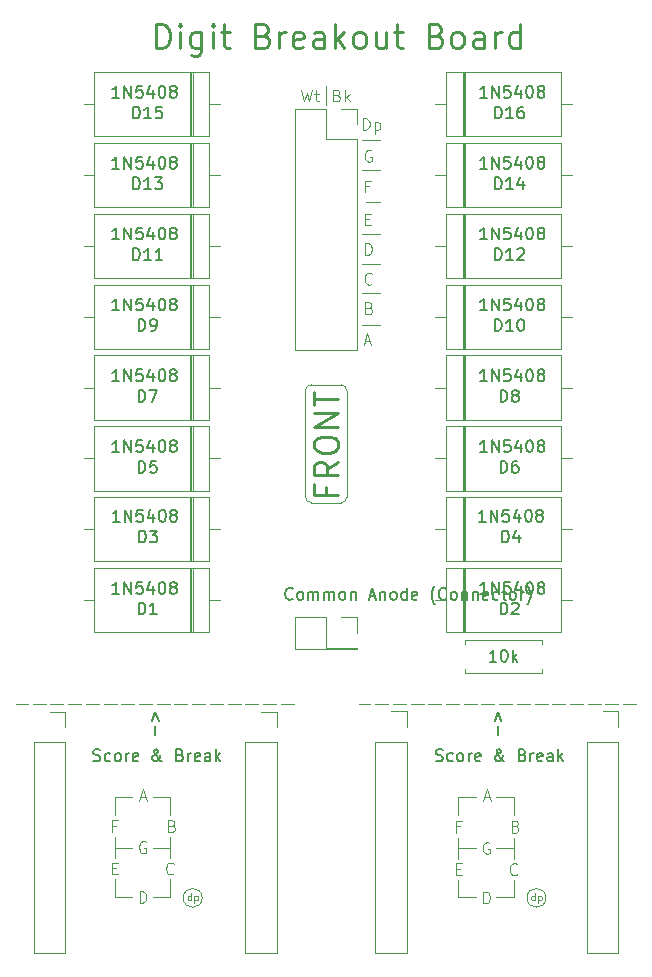
<source format=gbr>
%TF.GenerationSoftware,KiCad,Pcbnew,8.0.7*%
%TF.CreationDate,2025-01-06T10:47:42+08:00*%
%TF.ProjectId,V2.5 Mechanical Seven Segment Digit,56322e35-204d-4656-9368-616e6963616c,rev?*%
%TF.SameCoordinates,Original*%
%TF.FileFunction,Legend,Top*%
%TF.FilePolarity,Positive*%
%FSLAX46Y46*%
G04 Gerber Fmt 4.6, Leading zero omitted, Abs format (unit mm)*
G04 Created by KiCad (PCBNEW 8.0.7) date 2025-01-06 10:47:42*
%MOMM*%
%LPD*%
G01*
G04 APERTURE LIST*
%ADD10C,0.100000*%
%ADD11C,0.150000*%
%ADD12C,0.240000*%
%ADD13C,0.120000*%
G04 APERTURE END LIST*
D10*
X157900000Y-136650000D02*
X157900000Y-135150000D01*
X128800000Y-132450000D02*
X128800000Y-131550000D01*
X128800000Y-128150000D02*
X128800000Y-129650000D01*
X128800000Y-136600000D02*
X128800000Y-135100000D01*
X124100000Y-132450000D02*
X125600000Y-132450000D01*
X131500000Y-136700000D02*
G75*
G02*
X129900000Y-136700000I-800000J0D01*
G01*
X129900000Y-136700000D02*
G75*
G02*
X131500000Y-136700000I800000J0D01*
G01*
X139250000Y-120250000D02*
X138150000Y-120250000D01*
X137750000Y-120250000D02*
X136650000Y-120250000D01*
X136250000Y-120250000D02*
X135150000Y-120250000D01*
X134750000Y-120250000D02*
X133650000Y-120250000D01*
X133250000Y-120250000D02*
X132150000Y-120250000D01*
X131750000Y-120250000D02*
X130650000Y-120250000D01*
X130250000Y-120250000D02*
X129150000Y-120250000D01*
X128750000Y-120250000D02*
X127650000Y-120250000D01*
X127250000Y-120250000D02*
X126150000Y-120250000D01*
X125750000Y-120250000D02*
X124650000Y-120250000D01*
X124250000Y-120250000D02*
X123150000Y-120250000D01*
X122750000Y-120250000D02*
X121650000Y-120250000D01*
X121250000Y-120250000D02*
X120150000Y-120250000D01*
X119750000Y-120250000D02*
X118650000Y-120250000D01*
X118250000Y-120250000D02*
X117150000Y-120250000D01*
X116750000Y-120250000D02*
X115750000Y-120250000D01*
X157900000Y-132500000D02*
X156400000Y-132500000D01*
X160600000Y-136700000D02*
G75*
G02*
X159000000Y-136700000I-800000J0D01*
G01*
X159000000Y-136700000D02*
G75*
G02*
X160600000Y-136700000I800000J0D01*
G01*
X153200000Y-136650000D02*
X153200000Y-135150000D01*
X168250000Y-120250000D02*
X167150000Y-120250000D01*
X166750000Y-120250000D02*
X165650000Y-120250000D01*
X165250000Y-120250000D02*
X164150000Y-120250000D01*
X163750000Y-120250000D02*
X162650000Y-120250000D01*
X162250000Y-120250000D02*
X161150000Y-120250000D01*
X160750000Y-120250000D02*
X159650000Y-120250000D01*
X159250000Y-120250000D02*
X158150000Y-120250000D01*
X157750000Y-120250000D02*
X156650000Y-120250000D01*
X156250000Y-120250000D02*
X155150000Y-120250000D01*
X154750000Y-120250000D02*
X153650000Y-120250000D01*
X153250000Y-120250000D02*
X152150000Y-120250000D01*
X151750000Y-120250000D02*
X150650000Y-120250000D01*
X150250000Y-120250000D02*
X149150000Y-120250000D01*
X148750000Y-120250000D02*
X147650000Y-120250000D01*
X147250000Y-120250000D02*
X146150000Y-120250000D01*
X145750000Y-120250000D02*
X144750000Y-120250000D01*
X145000000Y-83000000D02*
X146600000Y-83000000D01*
X157900000Y-132500000D02*
X157900000Y-131600000D01*
X128800000Y-128150000D02*
X127300000Y-128150000D01*
X143750000Y-102750000D02*
G75*
G02*
X143250000Y-103250000I-500000J0D01*
G01*
X157900000Y-133400000D02*
X157900000Y-132500000D01*
X142000000Y-68000000D02*
X142000000Y-69600000D01*
X128800000Y-136600000D02*
X127300000Y-136600000D01*
X124100000Y-128150000D02*
X124100000Y-129650000D01*
X153200000Y-128200000D02*
X154700000Y-128200000D01*
X140250000Y-93750000D02*
G75*
G02*
X140750000Y-93250000I500000J0D01*
G01*
X153200000Y-132500000D02*
X153200000Y-131600000D01*
X153200000Y-132500000D02*
X154700000Y-132500000D01*
X145400000Y-77800000D02*
X146600000Y-77800000D01*
X157900000Y-128200000D02*
X157900000Y-129700000D01*
X128800000Y-132450000D02*
X127300000Y-132450000D01*
X145000000Y-80500000D02*
X146600000Y-80500000D01*
X145000000Y-75100000D02*
X146600000Y-75100000D01*
X124100000Y-136600000D02*
X124100000Y-135100000D01*
X157900000Y-132500000D02*
X156400000Y-132500000D01*
X145000000Y-85500000D02*
X146600000Y-85500000D01*
X128800000Y-133350000D02*
X128800000Y-132450000D01*
X153200000Y-133400000D02*
X153200000Y-132500000D01*
X140750000Y-93250000D02*
X143250000Y-93250000D01*
X157900000Y-128200000D02*
X156400000Y-128200000D01*
X153200000Y-132500000D02*
X154700000Y-132500000D01*
X143750000Y-93750000D02*
X143750000Y-102750000D01*
X124100000Y-133350000D02*
X124100000Y-132450000D01*
X157900000Y-136650000D02*
X156400000Y-136650000D01*
X124100000Y-136600000D02*
X125600000Y-136600000D01*
X146600000Y-88200000D02*
X145000000Y-88200000D01*
X153200000Y-128200000D02*
X153200000Y-129700000D01*
X145000000Y-72500000D02*
X146600000Y-72500000D01*
X128800000Y-132450000D02*
X127300000Y-132450000D01*
X124100000Y-132450000D02*
X125600000Y-132450000D01*
X143250000Y-103250000D02*
X140750000Y-103250000D01*
X124100000Y-128150000D02*
X125600000Y-128150000D01*
X140250000Y-102750000D02*
X140250000Y-93750000D01*
X124100000Y-132450000D02*
X124100000Y-131550000D01*
X153200000Y-136650000D02*
X154700000Y-136650000D01*
X140750000Y-103250000D02*
G75*
G02*
X140250000Y-102750000I0J500000D01*
G01*
X143250000Y-93250000D02*
G75*
G02*
X143750000Y-93750000I0J-500000D01*
G01*
X145256265Y-89586704D02*
X145732455Y-89586704D01*
X145161027Y-89872419D02*
X145494360Y-88872419D01*
X145494360Y-88872419D02*
X145827693Y-89872419D01*
X139908646Y-68272419D02*
X140146741Y-69272419D01*
X140146741Y-69272419D02*
X140337217Y-68558133D01*
X140337217Y-68558133D02*
X140527693Y-69272419D01*
X140527693Y-69272419D02*
X140765789Y-68272419D01*
X141003884Y-68605752D02*
X141384836Y-68605752D01*
X141146741Y-68272419D02*
X141146741Y-69129561D01*
X141146741Y-69129561D02*
X141194360Y-69224800D01*
X141194360Y-69224800D02*
X141289598Y-69272419D01*
X141289598Y-69272419D02*
X141384836Y-69272419D01*
X128937217Y-130598609D02*
X129080074Y-130646228D01*
X129080074Y-130646228D02*
X129127693Y-130693847D01*
X129127693Y-130693847D02*
X129175312Y-130789085D01*
X129175312Y-130789085D02*
X129175312Y-130931942D01*
X129175312Y-130931942D02*
X129127693Y-131027180D01*
X129127693Y-131027180D02*
X129080074Y-131074800D01*
X129080074Y-131074800D02*
X128984836Y-131122419D01*
X128984836Y-131122419D02*
X128603884Y-131122419D01*
X128603884Y-131122419D02*
X128603884Y-130122419D01*
X128603884Y-130122419D02*
X128937217Y-130122419D01*
X128937217Y-130122419D02*
X129032455Y-130170038D01*
X129032455Y-130170038D02*
X129080074Y-130217657D01*
X129080074Y-130217657D02*
X129127693Y-130312895D01*
X129127693Y-130312895D02*
X129127693Y-130408133D01*
X129127693Y-130408133D02*
X129080074Y-130503371D01*
X129080074Y-130503371D02*
X129032455Y-130550990D01*
X129032455Y-130550990D02*
X128937217Y-130598609D01*
X128937217Y-130598609D02*
X128603884Y-130598609D01*
X159665789Y-136921371D02*
X159665789Y-136321371D01*
X159665789Y-136892800D02*
X159608646Y-136921371D01*
X159608646Y-136921371D02*
X159494360Y-136921371D01*
X159494360Y-136921371D02*
X159437217Y-136892800D01*
X159437217Y-136892800D02*
X159408646Y-136864228D01*
X159408646Y-136864228D02*
X159380074Y-136807085D01*
X159380074Y-136807085D02*
X159380074Y-136635657D01*
X159380074Y-136635657D02*
X159408646Y-136578514D01*
X159408646Y-136578514D02*
X159437217Y-136549942D01*
X159437217Y-136549942D02*
X159494360Y-136521371D01*
X159494360Y-136521371D02*
X159608646Y-136521371D01*
X159608646Y-136521371D02*
X159665789Y-136549942D01*
X159951503Y-136521371D02*
X159951503Y-137121371D01*
X159951503Y-136549942D02*
X160008646Y-136521371D01*
X160008646Y-136521371D02*
X160122931Y-136521371D01*
X160122931Y-136521371D02*
X160180074Y-136549942D01*
X160180074Y-136549942D02*
X160208646Y-136578514D01*
X160208646Y-136578514D02*
X160237217Y-136635657D01*
X160237217Y-136635657D02*
X160237217Y-136807085D01*
X160237217Y-136807085D02*
X160208646Y-136864228D01*
X160208646Y-136864228D02*
X160180074Y-136892800D01*
X160180074Y-136892800D02*
X160122931Y-136921371D01*
X160122931Y-136921371D02*
X160008646Y-136921371D01*
X160008646Y-136921371D02*
X159951503Y-136892800D01*
X126256265Y-128186704D02*
X126732455Y-128186704D01*
X126161027Y-128472419D02*
X126494360Y-127472419D01*
X126494360Y-127472419D02*
X126827693Y-128472419D01*
D11*
X127538866Y-122938220D02*
X127538866Y-122176316D01*
X127253152Y-121700125D02*
X127538866Y-120938221D01*
X127538866Y-120938221D02*
X127824580Y-121700125D01*
D10*
X155827693Y-132020038D02*
X155732455Y-131972419D01*
X155732455Y-131972419D02*
X155589598Y-131972419D01*
X155589598Y-131972419D02*
X155446741Y-132020038D01*
X155446741Y-132020038D02*
X155351503Y-132115276D01*
X155351503Y-132115276D02*
X155303884Y-132210514D01*
X155303884Y-132210514D02*
X155256265Y-132400990D01*
X155256265Y-132400990D02*
X155256265Y-132543847D01*
X155256265Y-132543847D02*
X155303884Y-132734323D01*
X155303884Y-132734323D02*
X155351503Y-132829561D01*
X155351503Y-132829561D02*
X155446741Y-132924800D01*
X155446741Y-132924800D02*
X155589598Y-132972419D01*
X155589598Y-132972419D02*
X155684836Y-132972419D01*
X155684836Y-132972419D02*
X155827693Y-132924800D01*
X155827693Y-132924800D02*
X155875312Y-132877180D01*
X155875312Y-132877180D02*
X155875312Y-132543847D01*
X155875312Y-132543847D02*
X155684836Y-132543847D01*
X145875312Y-84677180D02*
X145827693Y-84724800D01*
X145827693Y-84724800D02*
X145684836Y-84772419D01*
X145684836Y-84772419D02*
X145589598Y-84772419D01*
X145589598Y-84772419D02*
X145446741Y-84724800D01*
X145446741Y-84724800D02*
X145351503Y-84629561D01*
X145351503Y-84629561D02*
X145303884Y-84534323D01*
X145303884Y-84534323D02*
X145256265Y-84343847D01*
X145256265Y-84343847D02*
X145256265Y-84200990D01*
X145256265Y-84200990D02*
X145303884Y-84010514D01*
X145303884Y-84010514D02*
X145351503Y-83915276D01*
X145351503Y-83915276D02*
X145446741Y-83820038D01*
X145446741Y-83820038D02*
X145589598Y-83772419D01*
X145589598Y-83772419D02*
X145684836Y-83772419D01*
X145684836Y-83772419D02*
X145827693Y-83820038D01*
X145827693Y-83820038D02*
X145875312Y-83867657D01*
X153003884Y-134248609D02*
X153337217Y-134248609D01*
X153480074Y-134772419D02*
X153003884Y-134772419D01*
X153003884Y-134772419D02*
X153003884Y-133772419D01*
X153003884Y-133772419D02*
X153480074Y-133772419D01*
X145637217Y-86748609D02*
X145780074Y-86796228D01*
X145780074Y-86796228D02*
X145827693Y-86843847D01*
X145827693Y-86843847D02*
X145875312Y-86939085D01*
X145875312Y-86939085D02*
X145875312Y-87081942D01*
X145875312Y-87081942D02*
X145827693Y-87177180D01*
X145827693Y-87177180D02*
X145780074Y-87224800D01*
X145780074Y-87224800D02*
X145684836Y-87272419D01*
X145684836Y-87272419D02*
X145303884Y-87272419D01*
X145303884Y-87272419D02*
X145303884Y-86272419D01*
X145303884Y-86272419D02*
X145637217Y-86272419D01*
X145637217Y-86272419D02*
X145732455Y-86320038D01*
X145732455Y-86320038D02*
X145780074Y-86367657D01*
X145780074Y-86367657D02*
X145827693Y-86462895D01*
X145827693Y-86462895D02*
X145827693Y-86558133D01*
X145827693Y-86558133D02*
X145780074Y-86653371D01*
X145780074Y-86653371D02*
X145732455Y-86700990D01*
X145732455Y-86700990D02*
X145637217Y-86748609D01*
X145637217Y-86748609D02*
X145303884Y-86748609D01*
X130565789Y-136921371D02*
X130565789Y-136321371D01*
X130565789Y-136892800D02*
X130508646Y-136921371D01*
X130508646Y-136921371D02*
X130394360Y-136921371D01*
X130394360Y-136921371D02*
X130337217Y-136892800D01*
X130337217Y-136892800D02*
X130308646Y-136864228D01*
X130308646Y-136864228D02*
X130280074Y-136807085D01*
X130280074Y-136807085D02*
X130280074Y-136635657D01*
X130280074Y-136635657D02*
X130308646Y-136578514D01*
X130308646Y-136578514D02*
X130337217Y-136549942D01*
X130337217Y-136549942D02*
X130394360Y-136521371D01*
X130394360Y-136521371D02*
X130508646Y-136521371D01*
X130508646Y-136521371D02*
X130565789Y-136549942D01*
X130851503Y-136521371D02*
X130851503Y-137121371D01*
X130851503Y-136549942D02*
X130908646Y-136521371D01*
X130908646Y-136521371D02*
X131022931Y-136521371D01*
X131022931Y-136521371D02*
X131080074Y-136549942D01*
X131080074Y-136549942D02*
X131108646Y-136578514D01*
X131108646Y-136578514D02*
X131137217Y-136635657D01*
X131137217Y-136635657D02*
X131137217Y-136807085D01*
X131137217Y-136807085D02*
X131108646Y-136864228D01*
X131108646Y-136864228D02*
X131080074Y-136892800D01*
X131080074Y-136892800D02*
X131022931Y-136921371D01*
X131022931Y-136921371D02*
X130908646Y-136921371D01*
X130908646Y-136921371D02*
X130851503Y-136892800D01*
X145303884Y-82272419D02*
X145303884Y-81272419D01*
X145303884Y-81272419D02*
X145541979Y-81272419D01*
X145541979Y-81272419D02*
X145684836Y-81320038D01*
X145684836Y-81320038D02*
X145780074Y-81415276D01*
X145780074Y-81415276D02*
X145827693Y-81510514D01*
X145827693Y-81510514D02*
X145875312Y-81700990D01*
X145875312Y-81700990D02*
X145875312Y-81843847D01*
X145875312Y-81843847D02*
X145827693Y-82034323D01*
X145827693Y-82034323D02*
X145780074Y-82129561D01*
X145780074Y-82129561D02*
X145684836Y-82224800D01*
X145684836Y-82224800D02*
X145541979Y-82272419D01*
X145541979Y-82272419D02*
X145303884Y-82272419D01*
X153337217Y-130648609D02*
X153003884Y-130648609D01*
X153003884Y-131172419D02*
X153003884Y-130172419D01*
X153003884Y-130172419D02*
X153480074Y-130172419D01*
X142937217Y-68748609D02*
X143080074Y-68796228D01*
X143080074Y-68796228D02*
X143127693Y-68843847D01*
X143127693Y-68843847D02*
X143175312Y-68939085D01*
X143175312Y-68939085D02*
X143175312Y-69081942D01*
X143175312Y-69081942D02*
X143127693Y-69177180D01*
X143127693Y-69177180D02*
X143080074Y-69224800D01*
X143080074Y-69224800D02*
X142984836Y-69272419D01*
X142984836Y-69272419D02*
X142603884Y-69272419D01*
X142603884Y-69272419D02*
X142603884Y-68272419D01*
X142603884Y-68272419D02*
X142937217Y-68272419D01*
X142937217Y-68272419D02*
X143032455Y-68320038D01*
X143032455Y-68320038D02*
X143080074Y-68367657D01*
X143080074Y-68367657D02*
X143127693Y-68462895D01*
X143127693Y-68462895D02*
X143127693Y-68558133D01*
X143127693Y-68558133D02*
X143080074Y-68653371D01*
X143080074Y-68653371D02*
X143032455Y-68700990D01*
X143032455Y-68700990D02*
X142937217Y-68748609D01*
X142937217Y-68748609D02*
X142603884Y-68748609D01*
X143603884Y-69272419D02*
X143603884Y-68272419D01*
X143699122Y-68891466D02*
X143984836Y-69272419D01*
X143984836Y-68605752D02*
X143603884Y-68986704D01*
X155303884Y-137172419D02*
X155303884Y-136172419D01*
X155303884Y-136172419D02*
X155541979Y-136172419D01*
X155541979Y-136172419D02*
X155684836Y-136220038D01*
X155684836Y-136220038D02*
X155780074Y-136315276D01*
X155780074Y-136315276D02*
X155827693Y-136410514D01*
X155827693Y-136410514D02*
X155875312Y-136600990D01*
X155875312Y-136600990D02*
X155875312Y-136743847D01*
X155875312Y-136743847D02*
X155827693Y-136934323D01*
X155827693Y-136934323D02*
X155780074Y-137029561D01*
X155780074Y-137029561D02*
X155684836Y-137124800D01*
X155684836Y-137124800D02*
X155541979Y-137172419D01*
X155541979Y-137172419D02*
X155303884Y-137172419D01*
X123903884Y-134198609D02*
X124237217Y-134198609D01*
X124380074Y-134722419D02*
X123903884Y-134722419D01*
X123903884Y-134722419D02*
X123903884Y-133722419D01*
X123903884Y-133722419D02*
X124380074Y-133722419D01*
X129075312Y-134627180D02*
X129027693Y-134674800D01*
X129027693Y-134674800D02*
X128884836Y-134722419D01*
X128884836Y-134722419D02*
X128789598Y-134722419D01*
X128789598Y-134722419D02*
X128646741Y-134674800D01*
X128646741Y-134674800D02*
X128551503Y-134579561D01*
X128551503Y-134579561D02*
X128503884Y-134484323D01*
X128503884Y-134484323D02*
X128456265Y-134293847D01*
X128456265Y-134293847D02*
X128456265Y-134150990D01*
X128456265Y-134150990D02*
X128503884Y-133960514D01*
X128503884Y-133960514D02*
X128551503Y-133865276D01*
X128551503Y-133865276D02*
X128646741Y-133770038D01*
X128646741Y-133770038D02*
X128789598Y-133722419D01*
X128789598Y-133722419D02*
X128884836Y-133722419D01*
X128884836Y-133722419D02*
X129027693Y-133770038D01*
X129027693Y-133770038D02*
X129075312Y-133817657D01*
X155356265Y-128186704D02*
X155832455Y-128186704D01*
X155261027Y-128472419D02*
X155594360Y-127472419D01*
X155594360Y-127472419D02*
X155927693Y-128472419D01*
X158175312Y-134677180D02*
X158127693Y-134724800D01*
X158127693Y-134724800D02*
X157984836Y-134772419D01*
X157984836Y-134772419D02*
X157889598Y-134772419D01*
X157889598Y-134772419D02*
X157746741Y-134724800D01*
X157746741Y-134724800D02*
X157651503Y-134629561D01*
X157651503Y-134629561D02*
X157603884Y-134534323D01*
X157603884Y-134534323D02*
X157556265Y-134343847D01*
X157556265Y-134343847D02*
X157556265Y-134200990D01*
X157556265Y-134200990D02*
X157603884Y-134010514D01*
X157603884Y-134010514D02*
X157651503Y-133915276D01*
X157651503Y-133915276D02*
X157746741Y-133820038D01*
X157746741Y-133820038D02*
X157889598Y-133772419D01*
X157889598Y-133772419D02*
X157984836Y-133772419D01*
X157984836Y-133772419D02*
X158127693Y-133820038D01*
X158127693Y-133820038D02*
X158175312Y-133867657D01*
X124237217Y-130598609D02*
X123903884Y-130598609D01*
X123903884Y-131122419D02*
X123903884Y-130122419D01*
X123903884Y-130122419D02*
X124380074Y-130122419D01*
X126203884Y-137122419D02*
X126203884Y-136122419D01*
X126203884Y-136122419D02*
X126441979Y-136122419D01*
X126441979Y-136122419D02*
X126584836Y-136170038D01*
X126584836Y-136170038D02*
X126680074Y-136265276D01*
X126680074Y-136265276D02*
X126727693Y-136360514D01*
X126727693Y-136360514D02*
X126775312Y-136550990D01*
X126775312Y-136550990D02*
X126775312Y-136693847D01*
X126775312Y-136693847D02*
X126727693Y-136884323D01*
X126727693Y-136884323D02*
X126680074Y-136979561D01*
X126680074Y-136979561D02*
X126584836Y-137074800D01*
X126584836Y-137074800D02*
X126441979Y-137122419D01*
X126441979Y-137122419D02*
X126203884Y-137122419D01*
X126727693Y-131970038D02*
X126632455Y-131922419D01*
X126632455Y-131922419D02*
X126489598Y-131922419D01*
X126489598Y-131922419D02*
X126346741Y-131970038D01*
X126346741Y-131970038D02*
X126251503Y-132065276D01*
X126251503Y-132065276D02*
X126203884Y-132160514D01*
X126203884Y-132160514D02*
X126156265Y-132350990D01*
X126156265Y-132350990D02*
X126156265Y-132493847D01*
X126156265Y-132493847D02*
X126203884Y-132684323D01*
X126203884Y-132684323D02*
X126251503Y-132779561D01*
X126251503Y-132779561D02*
X126346741Y-132874800D01*
X126346741Y-132874800D02*
X126489598Y-132922419D01*
X126489598Y-132922419D02*
X126584836Y-132922419D01*
X126584836Y-132922419D02*
X126727693Y-132874800D01*
X126727693Y-132874800D02*
X126775312Y-132827180D01*
X126775312Y-132827180D02*
X126775312Y-132493847D01*
X126775312Y-132493847D02*
X126584836Y-132493847D01*
D12*
X141945139Y-101949248D02*
X141945139Y-102615915D01*
X142992758Y-102615915D02*
X140992758Y-102615915D01*
X140992758Y-102615915D02*
X140992758Y-101663534D01*
X142992758Y-99758772D02*
X142040377Y-100425439D01*
X142992758Y-100901629D02*
X140992758Y-100901629D01*
X140992758Y-100901629D02*
X140992758Y-100139724D01*
X140992758Y-100139724D02*
X141087996Y-99949248D01*
X141087996Y-99949248D02*
X141183234Y-99854010D01*
X141183234Y-99854010D02*
X141373710Y-99758772D01*
X141373710Y-99758772D02*
X141659424Y-99758772D01*
X141659424Y-99758772D02*
X141849900Y-99854010D01*
X141849900Y-99854010D02*
X141945139Y-99949248D01*
X141945139Y-99949248D02*
X142040377Y-100139724D01*
X142040377Y-100139724D02*
X142040377Y-100901629D01*
X140992758Y-98520677D02*
X140992758Y-98139724D01*
X140992758Y-98139724D02*
X141087996Y-97949248D01*
X141087996Y-97949248D02*
X141278472Y-97758772D01*
X141278472Y-97758772D02*
X141659424Y-97663534D01*
X141659424Y-97663534D02*
X142326091Y-97663534D01*
X142326091Y-97663534D02*
X142707043Y-97758772D01*
X142707043Y-97758772D02*
X142897520Y-97949248D01*
X142897520Y-97949248D02*
X142992758Y-98139724D01*
X142992758Y-98139724D02*
X142992758Y-98520677D01*
X142992758Y-98520677D02*
X142897520Y-98711153D01*
X142897520Y-98711153D02*
X142707043Y-98901629D01*
X142707043Y-98901629D02*
X142326091Y-98996867D01*
X142326091Y-98996867D02*
X141659424Y-98996867D01*
X141659424Y-98996867D02*
X141278472Y-98901629D01*
X141278472Y-98901629D02*
X141087996Y-98711153D01*
X141087996Y-98711153D02*
X140992758Y-98520677D01*
X142992758Y-96806391D02*
X140992758Y-96806391D01*
X140992758Y-96806391D02*
X142992758Y-95663534D01*
X142992758Y-95663534D02*
X140992758Y-95663534D01*
X140992758Y-94996867D02*
X140992758Y-93854010D01*
X142992758Y-94425439D02*
X140992758Y-94425439D01*
D10*
X145103884Y-71672419D02*
X145103884Y-70672419D01*
X145103884Y-70672419D02*
X145341979Y-70672419D01*
X145341979Y-70672419D02*
X145484836Y-70720038D01*
X145484836Y-70720038D02*
X145580074Y-70815276D01*
X145580074Y-70815276D02*
X145627693Y-70910514D01*
X145627693Y-70910514D02*
X145675312Y-71100990D01*
X145675312Y-71100990D02*
X145675312Y-71243847D01*
X145675312Y-71243847D02*
X145627693Y-71434323D01*
X145627693Y-71434323D02*
X145580074Y-71529561D01*
X145580074Y-71529561D02*
X145484836Y-71624800D01*
X145484836Y-71624800D02*
X145341979Y-71672419D01*
X145341979Y-71672419D02*
X145103884Y-71672419D01*
X146103884Y-71005752D02*
X146103884Y-72005752D01*
X146103884Y-71053371D02*
X146199122Y-71005752D01*
X146199122Y-71005752D02*
X146389598Y-71005752D01*
X146389598Y-71005752D02*
X146484836Y-71053371D01*
X146484836Y-71053371D02*
X146532455Y-71100990D01*
X146532455Y-71100990D02*
X146580074Y-71196228D01*
X146580074Y-71196228D02*
X146580074Y-71481942D01*
X146580074Y-71481942D02*
X146532455Y-71577180D01*
X146532455Y-71577180D02*
X146484836Y-71624800D01*
X146484836Y-71624800D02*
X146389598Y-71672419D01*
X146389598Y-71672419D02*
X146199122Y-71672419D01*
X146199122Y-71672419D02*
X146103884Y-71624800D01*
X158037217Y-130648609D02*
X158180074Y-130696228D01*
X158180074Y-130696228D02*
X158227693Y-130743847D01*
X158227693Y-130743847D02*
X158275312Y-130839085D01*
X158275312Y-130839085D02*
X158275312Y-130981942D01*
X158275312Y-130981942D02*
X158227693Y-131077180D01*
X158227693Y-131077180D02*
X158180074Y-131124800D01*
X158180074Y-131124800D02*
X158084836Y-131172419D01*
X158084836Y-131172419D02*
X157703884Y-131172419D01*
X157703884Y-131172419D02*
X157703884Y-130172419D01*
X157703884Y-130172419D02*
X158037217Y-130172419D01*
X158037217Y-130172419D02*
X158132455Y-130220038D01*
X158132455Y-130220038D02*
X158180074Y-130267657D01*
X158180074Y-130267657D02*
X158227693Y-130362895D01*
X158227693Y-130362895D02*
X158227693Y-130458133D01*
X158227693Y-130458133D02*
X158180074Y-130553371D01*
X158180074Y-130553371D02*
X158132455Y-130600990D01*
X158132455Y-130600990D02*
X158037217Y-130648609D01*
X158037217Y-130648609D02*
X157703884Y-130648609D01*
D11*
X156538866Y-122938220D02*
X156538866Y-122176316D01*
X156253152Y-121700125D02*
X156538866Y-120938221D01*
X156538866Y-120938221D02*
X156824580Y-121700125D01*
D10*
X145303884Y-79248609D02*
X145637217Y-79248609D01*
X145780074Y-79772419D02*
X145303884Y-79772419D01*
X145303884Y-79772419D02*
X145303884Y-78772419D01*
X145303884Y-78772419D02*
X145780074Y-78772419D01*
D11*
X122289160Y-125072200D02*
X122432017Y-125119819D01*
X122432017Y-125119819D02*
X122670112Y-125119819D01*
X122670112Y-125119819D02*
X122765350Y-125072200D01*
X122765350Y-125072200D02*
X122812969Y-125024580D01*
X122812969Y-125024580D02*
X122860588Y-124929342D01*
X122860588Y-124929342D02*
X122860588Y-124834104D01*
X122860588Y-124834104D02*
X122812969Y-124738866D01*
X122812969Y-124738866D02*
X122765350Y-124691247D01*
X122765350Y-124691247D02*
X122670112Y-124643628D01*
X122670112Y-124643628D02*
X122479636Y-124596009D01*
X122479636Y-124596009D02*
X122384398Y-124548390D01*
X122384398Y-124548390D02*
X122336779Y-124500771D01*
X122336779Y-124500771D02*
X122289160Y-124405533D01*
X122289160Y-124405533D02*
X122289160Y-124310295D01*
X122289160Y-124310295D02*
X122336779Y-124215057D01*
X122336779Y-124215057D02*
X122384398Y-124167438D01*
X122384398Y-124167438D02*
X122479636Y-124119819D01*
X122479636Y-124119819D02*
X122717731Y-124119819D01*
X122717731Y-124119819D02*
X122860588Y-124167438D01*
X123717731Y-125072200D02*
X123622493Y-125119819D01*
X123622493Y-125119819D02*
X123432017Y-125119819D01*
X123432017Y-125119819D02*
X123336779Y-125072200D01*
X123336779Y-125072200D02*
X123289160Y-125024580D01*
X123289160Y-125024580D02*
X123241541Y-124929342D01*
X123241541Y-124929342D02*
X123241541Y-124643628D01*
X123241541Y-124643628D02*
X123289160Y-124548390D01*
X123289160Y-124548390D02*
X123336779Y-124500771D01*
X123336779Y-124500771D02*
X123432017Y-124453152D01*
X123432017Y-124453152D02*
X123622493Y-124453152D01*
X123622493Y-124453152D02*
X123717731Y-124500771D01*
X124289160Y-125119819D02*
X124193922Y-125072200D01*
X124193922Y-125072200D02*
X124146303Y-125024580D01*
X124146303Y-125024580D02*
X124098684Y-124929342D01*
X124098684Y-124929342D02*
X124098684Y-124643628D01*
X124098684Y-124643628D02*
X124146303Y-124548390D01*
X124146303Y-124548390D02*
X124193922Y-124500771D01*
X124193922Y-124500771D02*
X124289160Y-124453152D01*
X124289160Y-124453152D02*
X124432017Y-124453152D01*
X124432017Y-124453152D02*
X124527255Y-124500771D01*
X124527255Y-124500771D02*
X124574874Y-124548390D01*
X124574874Y-124548390D02*
X124622493Y-124643628D01*
X124622493Y-124643628D02*
X124622493Y-124929342D01*
X124622493Y-124929342D02*
X124574874Y-125024580D01*
X124574874Y-125024580D02*
X124527255Y-125072200D01*
X124527255Y-125072200D02*
X124432017Y-125119819D01*
X124432017Y-125119819D02*
X124289160Y-125119819D01*
X125051065Y-125119819D02*
X125051065Y-124453152D01*
X125051065Y-124643628D02*
X125098684Y-124548390D01*
X125098684Y-124548390D02*
X125146303Y-124500771D01*
X125146303Y-124500771D02*
X125241541Y-124453152D01*
X125241541Y-124453152D02*
X125336779Y-124453152D01*
X126051065Y-125072200D02*
X125955827Y-125119819D01*
X125955827Y-125119819D02*
X125765351Y-125119819D01*
X125765351Y-125119819D02*
X125670113Y-125072200D01*
X125670113Y-125072200D02*
X125622494Y-124976961D01*
X125622494Y-124976961D02*
X125622494Y-124596009D01*
X125622494Y-124596009D02*
X125670113Y-124500771D01*
X125670113Y-124500771D02*
X125765351Y-124453152D01*
X125765351Y-124453152D02*
X125955827Y-124453152D01*
X125955827Y-124453152D02*
X126051065Y-124500771D01*
X126051065Y-124500771D02*
X126098684Y-124596009D01*
X126098684Y-124596009D02*
X126098684Y-124691247D01*
X126098684Y-124691247D02*
X125622494Y-124786485D01*
X128098685Y-125119819D02*
X128051066Y-125119819D01*
X128051066Y-125119819D02*
X127955827Y-125072200D01*
X127955827Y-125072200D02*
X127812970Y-124929342D01*
X127812970Y-124929342D02*
X127574875Y-124643628D01*
X127574875Y-124643628D02*
X127479637Y-124500771D01*
X127479637Y-124500771D02*
X127432018Y-124357914D01*
X127432018Y-124357914D02*
X127432018Y-124262676D01*
X127432018Y-124262676D02*
X127479637Y-124167438D01*
X127479637Y-124167438D02*
X127574875Y-124119819D01*
X127574875Y-124119819D02*
X127622494Y-124119819D01*
X127622494Y-124119819D02*
X127717732Y-124167438D01*
X127717732Y-124167438D02*
X127765351Y-124262676D01*
X127765351Y-124262676D02*
X127765351Y-124310295D01*
X127765351Y-124310295D02*
X127717732Y-124405533D01*
X127717732Y-124405533D02*
X127670113Y-124453152D01*
X127670113Y-124453152D02*
X127384399Y-124643628D01*
X127384399Y-124643628D02*
X127336780Y-124691247D01*
X127336780Y-124691247D02*
X127289161Y-124786485D01*
X127289161Y-124786485D02*
X127289161Y-124929342D01*
X127289161Y-124929342D02*
X127336780Y-125024580D01*
X127336780Y-125024580D02*
X127384399Y-125072200D01*
X127384399Y-125072200D02*
X127479637Y-125119819D01*
X127479637Y-125119819D02*
X127622494Y-125119819D01*
X127622494Y-125119819D02*
X127717732Y-125072200D01*
X127717732Y-125072200D02*
X127765351Y-125024580D01*
X127765351Y-125024580D02*
X127908208Y-124834104D01*
X127908208Y-124834104D02*
X127955827Y-124691247D01*
X127955827Y-124691247D02*
X127955827Y-124596009D01*
X129622494Y-124596009D02*
X129765351Y-124643628D01*
X129765351Y-124643628D02*
X129812970Y-124691247D01*
X129812970Y-124691247D02*
X129860589Y-124786485D01*
X129860589Y-124786485D02*
X129860589Y-124929342D01*
X129860589Y-124929342D02*
X129812970Y-125024580D01*
X129812970Y-125024580D02*
X129765351Y-125072200D01*
X129765351Y-125072200D02*
X129670113Y-125119819D01*
X129670113Y-125119819D02*
X129289161Y-125119819D01*
X129289161Y-125119819D02*
X129289161Y-124119819D01*
X129289161Y-124119819D02*
X129622494Y-124119819D01*
X129622494Y-124119819D02*
X129717732Y-124167438D01*
X129717732Y-124167438D02*
X129765351Y-124215057D01*
X129765351Y-124215057D02*
X129812970Y-124310295D01*
X129812970Y-124310295D02*
X129812970Y-124405533D01*
X129812970Y-124405533D02*
X129765351Y-124500771D01*
X129765351Y-124500771D02*
X129717732Y-124548390D01*
X129717732Y-124548390D02*
X129622494Y-124596009D01*
X129622494Y-124596009D02*
X129289161Y-124596009D01*
X130289161Y-125119819D02*
X130289161Y-124453152D01*
X130289161Y-124643628D02*
X130336780Y-124548390D01*
X130336780Y-124548390D02*
X130384399Y-124500771D01*
X130384399Y-124500771D02*
X130479637Y-124453152D01*
X130479637Y-124453152D02*
X130574875Y-124453152D01*
X131289161Y-125072200D02*
X131193923Y-125119819D01*
X131193923Y-125119819D02*
X131003447Y-125119819D01*
X131003447Y-125119819D02*
X130908209Y-125072200D01*
X130908209Y-125072200D02*
X130860590Y-124976961D01*
X130860590Y-124976961D02*
X130860590Y-124596009D01*
X130860590Y-124596009D02*
X130908209Y-124500771D01*
X130908209Y-124500771D02*
X131003447Y-124453152D01*
X131003447Y-124453152D02*
X131193923Y-124453152D01*
X131193923Y-124453152D02*
X131289161Y-124500771D01*
X131289161Y-124500771D02*
X131336780Y-124596009D01*
X131336780Y-124596009D02*
X131336780Y-124691247D01*
X131336780Y-124691247D02*
X130860590Y-124786485D01*
X132193923Y-125119819D02*
X132193923Y-124596009D01*
X132193923Y-124596009D02*
X132146304Y-124500771D01*
X132146304Y-124500771D02*
X132051066Y-124453152D01*
X132051066Y-124453152D02*
X131860590Y-124453152D01*
X131860590Y-124453152D02*
X131765352Y-124500771D01*
X132193923Y-125072200D02*
X132098685Y-125119819D01*
X132098685Y-125119819D02*
X131860590Y-125119819D01*
X131860590Y-125119819D02*
X131765352Y-125072200D01*
X131765352Y-125072200D02*
X131717733Y-124976961D01*
X131717733Y-124976961D02*
X131717733Y-124881723D01*
X131717733Y-124881723D02*
X131765352Y-124786485D01*
X131765352Y-124786485D02*
X131860590Y-124738866D01*
X131860590Y-124738866D02*
X132098685Y-124738866D01*
X132098685Y-124738866D02*
X132193923Y-124691247D01*
X132670114Y-125119819D02*
X132670114Y-124119819D01*
X132765352Y-124738866D02*
X133051066Y-125119819D01*
X133051066Y-124453152D02*
X132670114Y-124834104D01*
X151289160Y-125072200D02*
X151432017Y-125119819D01*
X151432017Y-125119819D02*
X151670112Y-125119819D01*
X151670112Y-125119819D02*
X151765350Y-125072200D01*
X151765350Y-125072200D02*
X151812969Y-125024580D01*
X151812969Y-125024580D02*
X151860588Y-124929342D01*
X151860588Y-124929342D02*
X151860588Y-124834104D01*
X151860588Y-124834104D02*
X151812969Y-124738866D01*
X151812969Y-124738866D02*
X151765350Y-124691247D01*
X151765350Y-124691247D02*
X151670112Y-124643628D01*
X151670112Y-124643628D02*
X151479636Y-124596009D01*
X151479636Y-124596009D02*
X151384398Y-124548390D01*
X151384398Y-124548390D02*
X151336779Y-124500771D01*
X151336779Y-124500771D02*
X151289160Y-124405533D01*
X151289160Y-124405533D02*
X151289160Y-124310295D01*
X151289160Y-124310295D02*
X151336779Y-124215057D01*
X151336779Y-124215057D02*
X151384398Y-124167438D01*
X151384398Y-124167438D02*
X151479636Y-124119819D01*
X151479636Y-124119819D02*
X151717731Y-124119819D01*
X151717731Y-124119819D02*
X151860588Y-124167438D01*
X152717731Y-125072200D02*
X152622493Y-125119819D01*
X152622493Y-125119819D02*
X152432017Y-125119819D01*
X152432017Y-125119819D02*
X152336779Y-125072200D01*
X152336779Y-125072200D02*
X152289160Y-125024580D01*
X152289160Y-125024580D02*
X152241541Y-124929342D01*
X152241541Y-124929342D02*
X152241541Y-124643628D01*
X152241541Y-124643628D02*
X152289160Y-124548390D01*
X152289160Y-124548390D02*
X152336779Y-124500771D01*
X152336779Y-124500771D02*
X152432017Y-124453152D01*
X152432017Y-124453152D02*
X152622493Y-124453152D01*
X152622493Y-124453152D02*
X152717731Y-124500771D01*
X153289160Y-125119819D02*
X153193922Y-125072200D01*
X153193922Y-125072200D02*
X153146303Y-125024580D01*
X153146303Y-125024580D02*
X153098684Y-124929342D01*
X153098684Y-124929342D02*
X153098684Y-124643628D01*
X153098684Y-124643628D02*
X153146303Y-124548390D01*
X153146303Y-124548390D02*
X153193922Y-124500771D01*
X153193922Y-124500771D02*
X153289160Y-124453152D01*
X153289160Y-124453152D02*
X153432017Y-124453152D01*
X153432017Y-124453152D02*
X153527255Y-124500771D01*
X153527255Y-124500771D02*
X153574874Y-124548390D01*
X153574874Y-124548390D02*
X153622493Y-124643628D01*
X153622493Y-124643628D02*
X153622493Y-124929342D01*
X153622493Y-124929342D02*
X153574874Y-125024580D01*
X153574874Y-125024580D02*
X153527255Y-125072200D01*
X153527255Y-125072200D02*
X153432017Y-125119819D01*
X153432017Y-125119819D02*
X153289160Y-125119819D01*
X154051065Y-125119819D02*
X154051065Y-124453152D01*
X154051065Y-124643628D02*
X154098684Y-124548390D01*
X154098684Y-124548390D02*
X154146303Y-124500771D01*
X154146303Y-124500771D02*
X154241541Y-124453152D01*
X154241541Y-124453152D02*
X154336779Y-124453152D01*
X155051065Y-125072200D02*
X154955827Y-125119819D01*
X154955827Y-125119819D02*
X154765351Y-125119819D01*
X154765351Y-125119819D02*
X154670113Y-125072200D01*
X154670113Y-125072200D02*
X154622494Y-124976961D01*
X154622494Y-124976961D02*
X154622494Y-124596009D01*
X154622494Y-124596009D02*
X154670113Y-124500771D01*
X154670113Y-124500771D02*
X154765351Y-124453152D01*
X154765351Y-124453152D02*
X154955827Y-124453152D01*
X154955827Y-124453152D02*
X155051065Y-124500771D01*
X155051065Y-124500771D02*
X155098684Y-124596009D01*
X155098684Y-124596009D02*
X155098684Y-124691247D01*
X155098684Y-124691247D02*
X154622494Y-124786485D01*
X157098685Y-125119819D02*
X157051066Y-125119819D01*
X157051066Y-125119819D02*
X156955827Y-125072200D01*
X156955827Y-125072200D02*
X156812970Y-124929342D01*
X156812970Y-124929342D02*
X156574875Y-124643628D01*
X156574875Y-124643628D02*
X156479637Y-124500771D01*
X156479637Y-124500771D02*
X156432018Y-124357914D01*
X156432018Y-124357914D02*
X156432018Y-124262676D01*
X156432018Y-124262676D02*
X156479637Y-124167438D01*
X156479637Y-124167438D02*
X156574875Y-124119819D01*
X156574875Y-124119819D02*
X156622494Y-124119819D01*
X156622494Y-124119819D02*
X156717732Y-124167438D01*
X156717732Y-124167438D02*
X156765351Y-124262676D01*
X156765351Y-124262676D02*
X156765351Y-124310295D01*
X156765351Y-124310295D02*
X156717732Y-124405533D01*
X156717732Y-124405533D02*
X156670113Y-124453152D01*
X156670113Y-124453152D02*
X156384399Y-124643628D01*
X156384399Y-124643628D02*
X156336780Y-124691247D01*
X156336780Y-124691247D02*
X156289161Y-124786485D01*
X156289161Y-124786485D02*
X156289161Y-124929342D01*
X156289161Y-124929342D02*
X156336780Y-125024580D01*
X156336780Y-125024580D02*
X156384399Y-125072200D01*
X156384399Y-125072200D02*
X156479637Y-125119819D01*
X156479637Y-125119819D02*
X156622494Y-125119819D01*
X156622494Y-125119819D02*
X156717732Y-125072200D01*
X156717732Y-125072200D02*
X156765351Y-125024580D01*
X156765351Y-125024580D02*
X156908208Y-124834104D01*
X156908208Y-124834104D02*
X156955827Y-124691247D01*
X156955827Y-124691247D02*
X156955827Y-124596009D01*
X158622494Y-124596009D02*
X158765351Y-124643628D01*
X158765351Y-124643628D02*
X158812970Y-124691247D01*
X158812970Y-124691247D02*
X158860589Y-124786485D01*
X158860589Y-124786485D02*
X158860589Y-124929342D01*
X158860589Y-124929342D02*
X158812970Y-125024580D01*
X158812970Y-125024580D02*
X158765351Y-125072200D01*
X158765351Y-125072200D02*
X158670113Y-125119819D01*
X158670113Y-125119819D02*
X158289161Y-125119819D01*
X158289161Y-125119819D02*
X158289161Y-124119819D01*
X158289161Y-124119819D02*
X158622494Y-124119819D01*
X158622494Y-124119819D02*
X158717732Y-124167438D01*
X158717732Y-124167438D02*
X158765351Y-124215057D01*
X158765351Y-124215057D02*
X158812970Y-124310295D01*
X158812970Y-124310295D02*
X158812970Y-124405533D01*
X158812970Y-124405533D02*
X158765351Y-124500771D01*
X158765351Y-124500771D02*
X158717732Y-124548390D01*
X158717732Y-124548390D02*
X158622494Y-124596009D01*
X158622494Y-124596009D02*
X158289161Y-124596009D01*
X159289161Y-125119819D02*
X159289161Y-124453152D01*
X159289161Y-124643628D02*
X159336780Y-124548390D01*
X159336780Y-124548390D02*
X159384399Y-124500771D01*
X159384399Y-124500771D02*
X159479637Y-124453152D01*
X159479637Y-124453152D02*
X159574875Y-124453152D01*
X160289161Y-125072200D02*
X160193923Y-125119819D01*
X160193923Y-125119819D02*
X160003447Y-125119819D01*
X160003447Y-125119819D02*
X159908209Y-125072200D01*
X159908209Y-125072200D02*
X159860590Y-124976961D01*
X159860590Y-124976961D02*
X159860590Y-124596009D01*
X159860590Y-124596009D02*
X159908209Y-124500771D01*
X159908209Y-124500771D02*
X160003447Y-124453152D01*
X160003447Y-124453152D02*
X160193923Y-124453152D01*
X160193923Y-124453152D02*
X160289161Y-124500771D01*
X160289161Y-124500771D02*
X160336780Y-124596009D01*
X160336780Y-124596009D02*
X160336780Y-124691247D01*
X160336780Y-124691247D02*
X159860590Y-124786485D01*
X161193923Y-125119819D02*
X161193923Y-124596009D01*
X161193923Y-124596009D02*
X161146304Y-124500771D01*
X161146304Y-124500771D02*
X161051066Y-124453152D01*
X161051066Y-124453152D02*
X160860590Y-124453152D01*
X160860590Y-124453152D02*
X160765352Y-124500771D01*
X161193923Y-125072200D02*
X161098685Y-125119819D01*
X161098685Y-125119819D02*
X160860590Y-125119819D01*
X160860590Y-125119819D02*
X160765352Y-125072200D01*
X160765352Y-125072200D02*
X160717733Y-124976961D01*
X160717733Y-124976961D02*
X160717733Y-124881723D01*
X160717733Y-124881723D02*
X160765352Y-124786485D01*
X160765352Y-124786485D02*
X160860590Y-124738866D01*
X160860590Y-124738866D02*
X161098685Y-124738866D01*
X161098685Y-124738866D02*
X161193923Y-124691247D01*
X161670114Y-125119819D02*
X161670114Y-124119819D01*
X161765352Y-124738866D02*
X162051066Y-125119819D01*
X162051066Y-124453152D02*
X161670114Y-124834104D01*
D10*
X145637217Y-76448609D02*
X145303884Y-76448609D01*
X145303884Y-76972419D02*
X145303884Y-75972419D01*
X145303884Y-75972419D02*
X145780074Y-75972419D01*
X145827693Y-73420038D02*
X145732455Y-73372419D01*
X145732455Y-73372419D02*
X145589598Y-73372419D01*
X145589598Y-73372419D02*
X145446741Y-73420038D01*
X145446741Y-73420038D02*
X145351503Y-73515276D01*
X145351503Y-73515276D02*
X145303884Y-73610514D01*
X145303884Y-73610514D02*
X145256265Y-73800990D01*
X145256265Y-73800990D02*
X145256265Y-73943847D01*
X145256265Y-73943847D02*
X145303884Y-74134323D01*
X145303884Y-74134323D02*
X145351503Y-74229561D01*
X145351503Y-74229561D02*
X145446741Y-74324800D01*
X145446741Y-74324800D02*
X145589598Y-74372419D01*
X145589598Y-74372419D02*
X145684836Y-74372419D01*
X145684836Y-74372419D02*
X145827693Y-74324800D01*
X145827693Y-74324800D02*
X145875312Y-74277180D01*
X145875312Y-74277180D02*
X145875312Y-73943847D01*
X145875312Y-73943847D02*
X145684836Y-73943847D01*
D12*
X127634084Y-64742758D02*
X127634084Y-62742758D01*
X127634084Y-62742758D02*
X128110274Y-62742758D01*
X128110274Y-62742758D02*
X128395989Y-62837996D01*
X128395989Y-62837996D02*
X128586465Y-63028472D01*
X128586465Y-63028472D02*
X128681703Y-63218948D01*
X128681703Y-63218948D02*
X128776941Y-63599900D01*
X128776941Y-63599900D02*
X128776941Y-63885615D01*
X128776941Y-63885615D02*
X128681703Y-64266567D01*
X128681703Y-64266567D02*
X128586465Y-64457043D01*
X128586465Y-64457043D02*
X128395989Y-64647520D01*
X128395989Y-64647520D02*
X128110274Y-64742758D01*
X128110274Y-64742758D02*
X127634084Y-64742758D01*
X129634084Y-64742758D02*
X129634084Y-63409424D01*
X129634084Y-62742758D02*
X129538846Y-62837996D01*
X129538846Y-62837996D02*
X129634084Y-62933234D01*
X129634084Y-62933234D02*
X129729322Y-62837996D01*
X129729322Y-62837996D02*
X129634084Y-62742758D01*
X129634084Y-62742758D02*
X129634084Y-62933234D01*
X131443608Y-63409424D02*
X131443608Y-65028472D01*
X131443608Y-65028472D02*
X131348370Y-65218948D01*
X131348370Y-65218948D02*
X131253132Y-65314186D01*
X131253132Y-65314186D02*
X131062655Y-65409424D01*
X131062655Y-65409424D02*
X130776941Y-65409424D01*
X130776941Y-65409424D02*
X130586465Y-65314186D01*
X131443608Y-64647520D02*
X131253132Y-64742758D01*
X131253132Y-64742758D02*
X130872179Y-64742758D01*
X130872179Y-64742758D02*
X130681703Y-64647520D01*
X130681703Y-64647520D02*
X130586465Y-64552281D01*
X130586465Y-64552281D02*
X130491227Y-64361805D01*
X130491227Y-64361805D02*
X130491227Y-63790377D01*
X130491227Y-63790377D02*
X130586465Y-63599900D01*
X130586465Y-63599900D02*
X130681703Y-63504662D01*
X130681703Y-63504662D02*
X130872179Y-63409424D01*
X130872179Y-63409424D02*
X131253132Y-63409424D01*
X131253132Y-63409424D02*
X131443608Y-63504662D01*
X132395989Y-64742758D02*
X132395989Y-63409424D01*
X132395989Y-62742758D02*
X132300751Y-62837996D01*
X132300751Y-62837996D02*
X132395989Y-62933234D01*
X132395989Y-62933234D02*
X132491227Y-62837996D01*
X132491227Y-62837996D02*
X132395989Y-62742758D01*
X132395989Y-62742758D02*
X132395989Y-62933234D01*
X133062656Y-63409424D02*
X133824560Y-63409424D01*
X133348370Y-62742758D02*
X133348370Y-64457043D01*
X133348370Y-64457043D02*
X133443608Y-64647520D01*
X133443608Y-64647520D02*
X133634084Y-64742758D01*
X133634084Y-64742758D02*
X133824560Y-64742758D01*
X136681704Y-63695139D02*
X136967418Y-63790377D01*
X136967418Y-63790377D02*
X137062656Y-63885615D01*
X137062656Y-63885615D02*
X137157894Y-64076091D01*
X137157894Y-64076091D02*
X137157894Y-64361805D01*
X137157894Y-64361805D02*
X137062656Y-64552281D01*
X137062656Y-64552281D02*
X136967418Y-64647520D01*
X136967418Y-64647520D02*
X136776942Y-64742758D01*
X136776942Y-64742758D02*
X136015037Y-64742758D01*
X136015037Y-64742758D02*
X136015037Y-62742758D01*
X136015037Y-62742758D02*
X136681704Y-62742758D01*
X136681704Y-62742758D02*
X136872180Y-62837996D01*
X136872180Y-62837996D02*
X136967418Y-62933234D01*
X136967418Y-62933234D02*
X137062656Y-63123710D01*
X137062656Y-63123710D02*
X137062656Y-63314186D01*
X137062656Y-63314186D02*
X136967418Y-63504662D01*
X136967418Y-63504662D02*
X136872180Y-63599900D01*
X136872180Y-63599900D02*
X136681704Y-63695139D01*
X136681704Y-63695139D02*
X136015037Y-63695139D01*
X138015037Y-64742758D02*
X138015037Y-63409424D01*
X138015037Y-63790377D02*
X138110275Y-63599900D01*
X138110275Y-63599900D02*
X138205513Y-63504662D01*
X138205513Y-63504662D02*
X138395989Y-63409424D01*
X138395989Y-63409424D02*
X138586466Y-63409424D01*
X140015037Y-64647520D02*
X139824561Y-64742758D01*
X139824561Y-64742758D02*
X139443608Y-64742758D01*
X139443608Y-64742758D02*
X139253132Y-64647520D01*
X139253132Y-64647520D02*
X139157894Y-64457043D01*
X139157894Y-64457043D02*
X139157894Y-63695139D01*
X139157894Y-63695139D02*
X139253132Y-63504662D01*
X139253132Y-63504662D02*
X139443608Y-63409424D01*
X139443608Y-63409424D02*
X139824561Y-63409424D01*
X139824561Y-63409424D02*
X140015037Y-63504662D01*
X140015037Y-63504662D02*
X140110275Y-63695139D01*
X140110275Y-63695139D02*
X140110275Y-63885615D01*
X140110275Y-63885615D02*
X139157894Y-64076091D01*
X141824561Y-64742758D02*
X141824561Y-63695139D01*
X141824561Y-63695139D02*
X141729323Y-63504662D01*
X141729323Y-63504662D02*
X141538847Y-63409424D01*
X141538847Y-63409424D02*
X141157894Y-63409424D01*
X141157894Y-63409424D02*
X140967418Y-63504662D01*
X141824561Y-64647520D02*
X141634085Y-64742758D01*
X141634085Y-64742758D02*
X141157894Y-64742758D01*
X141157894Y-64742758D02*
X140967418Y-64647520D01*
X140967418Y-64647520D02*
X140872180Y-64457043D01*
X140872180Y-64457043D02*
X140872180Y-64266567D01*
X140872180Y-64266567D02*
X140967418Y-64076091D01*
X140967418Y-64076091D02*
X141157894Y-63980853D01*
X141157894Y-63980853D02*
X141634085Y-63980853D01*
X141634085Y-63980853D02*
X141824561Y-63885615D01*
X142776942Y-64742758D02*
X142776942Y-62742758D01*
X142967418Y-63980853D02*
X143538847Y-64742758D01*
X143538847Y-63409424D02*
X142776942Y-64171329D01*
X144681704Y-64742758D02*
X144491228Y-64647520D01*
X144491228Y-64647520D02*
X144395990Y-64552281D01*
X144395990Y-64552281D02*
X144300752Y-64361805D01*
X144300752Y-64361805D02*
X144300752Y-63790377D01*
X144300752Y-63790377D02*
X144395990Y-63599900D01*
X144395990Y-63599900D02*
X144491228Y-63504662D01*
X144491228Y-63504662D02*
X144681704Y-63409424D01*
X144681704Y-63409424D02*
X144967419Y-63409424D01*
X144967419Y-63409424D02*
X145157895Y-63504662D01*
X145157895Y-63504662D02*
X145253133Y-63599900D01*
X145253133Y-63599900D02*
X145348371Y-63790377D01*
X145348371Y-63790377D02*
X145348371Y-64361805D01*
X145348371Y-64361805D02*
X145253133Y-64552281D01*
X145253133Y-64552281D02*
X145157895Y-64647520D01*
X145157895Y-64647520D02*
X144967419Y-64742758D01*
X144967419Y-64742758D02*
X144681704Y-64742758D01*
X147062657Y-63409424D02*
X147062657Y-64742758D01*
X146205514Y-63409424D02*
X146205514Y-64457043D01*
X146205514Y-64457043D02*
X146300752Y-64647520D01*
X146300752Y-64647520D02*
X146491228Y-64742758D01*
X146491228Y-64742758D02*
X146776943Y-64742758D01*
X146776943Y-64742758D02*
X146967419Y-64647520D01*
X146967419Y-64647520D02*
X147062657Y-64552281D01*
X147729324Y-63409424D02*
X148491228Y-63409424D01*
X148015038Y-62742758D02*
X148015038Y-64457043D01*
X148015038Y-64457043D02*
X148110276Y-64647520D01*
X148110276Y-64647520D02*
X148300752Y-64742758D01*
X148300752Y-64742758D02*
X148491228Y-64742758D01*
X151348372Y-63695139D02*
X151634086Y-63790377D01*
X151634086Y-63790377D02*
X151729324Y-63885615D01*
X151729324Y-63885615D02*
X151824562Y-64076091D01*
X151824562Y-64076091D02*
X151824562Y-64361805D01*
X151824562Y-64361805D02*
X151729324Y-64552281D01*
X151729324Y-64552281D02*
X151634086Y-64647520D01*
X151634086Y-64647520D02*
X151443610Y-64742758D01*
X151443610Y-64742758D02*
X150681705Y-64742758D01*
X150681705Y-64742758D02*
X150681705Y-62742758D01*
X150681705Y-62742758D02*
X151348372Y-62742758D01*
X151348372Y-62742758D02*
X151538848Y-62837996D01*
X151538848Y-62837996D02*
X151634086Y-62933234D01*
X151634086Y-62933234D02*
X151729324Y-63123710D01*
X151729324Y-63123710D02*
X151729324Y-63314186D01*
X151729324Y-63314186D02*
X151634086Y-63504662D01*
X151634086Y-63504662D02*
X151538848Y-63599900D01*
X151538848Y-63599900D02*
X151348372Y-63695139D01*
X151348372Y-63695139D02*
X150681705Y-63695139D01*
X152967419Y-64742758D02*
X152776943Y-64647520D01*
X152776943Y-64647520D02*
X152681705Y-64552281D01*
X152681705Y-64552281D02*
X152586467Y-64361805D01*
X152586467Y-64361805D02*
X152586467Y-63790377D01*
X152586467Y-63790377D02*
X152681705Y-63599900D01*
X152681705Y-63599900D02*
X152776943Y-63504662D01*
X152776943Y-63504662D02*
X152967419Y-63409424D01*
X152967419Y-63409424D02*
X153253134Y-63409424D01*
X153253134Y-63409424D02*
X153443610Y-63504662D01*
X153443610Y-63504662D02*
X153538848Y-63599900D01*
X153538848Y-63599900D02*
X153634086Y-63790377D01*
X153634086Y-63790377D02*
X153634086Y-64361805D01*
X153634086Y-64361805D02*
X153538848Y-64552281D01*
X153538848Y-64552281D02*
X153443610Y-64647520D01*
X153443610Y-64647520D02*
X153253134Y-64742758D01*
X153253134Y-64742758D02*
X152967419Y-64742758D01*
X155348372Y-64742758D02*
X155348372Y-63695139D01*
X155348372Y-63695139D02*
X155253134Y-63504662D01*
X155253134Y-63504662D02*
X155062658Y-63409424D01*
X155062658Y-63409424D02*
X154681705Y-63409424D01*
X154681705Y-63409424D02*
X154491229Y-63504662D01*
X155348372Y-64647520D02*
X155157896Y-64742758D01*
X155157896Y-64742758D02*
X154681705Y-64742758D01*
X154681705Y-64742758D02*
X154491229Y-64647520D01*
X154491229Y-64647520D02*
X154395991Y-64457043D01*
X154395991Y-64457043D02*
X154395991Y-64266567D01*
X154395991Y-64266567D02*
X154491229Y-64076091D01*
X154491229Y-64076091D02*
X154681705Y-63980853D01*
X154681705Y-63980853D02*
X155157896Y-63980853D01*
X155157896Y-63980853D02*
X155348372Y-63885615D01*
X156300753Y-64742758D02*
X156300753Y-63409424D01*
X156300753Y-63790377D02*
X156395991Y-63599900D01*
X156395991Y-63599900D02*
X156491229Y-63504662D01*
X156491229Y-63504662D02*
X156681705Y-63409424D01*
X156681705Y-63409424D02*
X156872182Y-63409424D01*
X158395991Y-64742758D02*
X158395991Y-62742758D01*
X158395991Y-64647520D02*
X158205515Y-64742758D01*
X158205515Y-64742758D02*
X157824562Y-64742758D01*
X157824562Y-64742758D02*
X157634086Y-64647520D01*
X157634086Y-64647520D02*
X157538848Y-64552281D01*
X157538848Y-64552281D02*
X157443610Y-64361805D01*
X157443610Y-64361805D02*
X157443610Y-63790377D01*
X157443610Y-63790377D02*
X157538848Y-63599900D01*
X157538848Y-63599900D02*
X157634086Y-63504662D01*
X157634086Y-63504662D02*
X157824562Y-63409424D01*
X157824562Y-63409424D02*
X158205515Y-63409424D01*
X158205515Y-63409424D02*
X158395991Y-63504662D01*
D11*
X126131905Y-100704819D02*
X126131905Y-99704819D01*
X126131905Y-99704819D02*
X126370000Y-99704819D01*
X126370000Y-99704819D02*
X126512857Y-99752438D01*
X126512857Y-99752438D02*
X126608095Y-99847676D01*
X126608095Y-99847676D02*
X126655714Y-99942914D01*
X126655714Y-99942914D02*
X126703333Y-100133390D01*
X126703333Y-100133390D02*
X126703333Y-100276247D01*
X126703333Y-100276247D02*
X126655714Y-100466723D01*
X126655714Y-100466723D02*
X126608095Y-100561961D01*
X126608095Y-100561961D02*
X126512857Y-100657200D01*
X126512857Y-100657200D02*
X126370000Y-100704819D01*
X126370000Y-100704819D02*
X126131905Y-100704819D01*
X127608095Y-99704819D02*
X127131905Y-99704819D01*
X127131905Y-99704819D02*
X127084286Y-100181009D01*
X127084286Y-100181009D02*
X127131905Y-100133390D01*
X127131905Y-100133390D02*
X127227143Y-100085771D01*
X127227143Y-100085771D02*
X127465238Y-100085771D01*
X127465238Y-100085771D02*
X127560476Y-100133390D01*
X127560476Y-100133390D02*
X127608095Y-100181009D01*
X127608095Y-100181009D02*
X127655714Y-100276247D01*
X127655714Y-100276247D02*
X127655714Y-100514342D01*
X127655714Y-100514342D02*
X127608095Y-100609580D01*
X127608095Y-100609580D02*
X127560476Y-100657200D01*
X127560476Y-100657200D02*
X127465238Y-100704819D01*
X127465238Y-100704819D02*
X127227143Y-100704819D01*
X127227143Y-100704819D02*
X127131905Y-100657200D01*
X127131905Y-100657200D02*
X127084286Y-100609580D01*
X124477142Y-98954819D02*
X123905714Y-98954819D01*
X124191428Y-98954819D02*
X124191428Y-97954819D01*
X124191428Y-97954819D02*
X124096190Y-98097676D01*
X124096190Y-98097676D02*
X124000952Y-98192914D01*
X124000952Y-98192914D02*
X123905714Y-98240533D01*
X124905714Y-98954819D02*
X124905714Y-97954819D01*
X124905714Y-97954819D02*
X125477142Y-98954819D01*
X125477142Y-98954819D02*
X125477142Y-97954819D01*
X126429523Y-97954819D02*
X125953333Y-97954819D01*
X125953333Y-97954819D02*
X125905714Y-98431009D01*
X125905714Y-98431009D02*
X125953333Y-98383390D01*
X125953333Y-98383390D02*
X126048571Y-98335771D01*
X126048571Y-98335771D02*
X126286666Y-98335771D01*
X126286666Y-98335771D02*
X126381904Y-98383390D01*
X126381904Y-98383390D02*
X126429523Y-98431009D01*
X126429523Y-98431009D02*
X126477142Y-98526247D01*
X126477142Y-98526247D02*
X126477142Y-98764342D01*
X126477142Y-98764342D02*
X126429523Y-98859580D01*
X126429523Y-98859580D02*
X126381904Y-98907200D01*
X126381904Y-98907200D02*
X126286666Y-98954819D01*
X126286666Y-98954819D02*
X126048571Y-98954819D01*
X126048571Y-98954819D02*
X125953333Y-98907200D01*
X125953333Y-98907200D02*
X125905714Y-98859580D01*
X127334285Y-98288152D02*
X127334285Y-98954819D01*
X127096190Y-97907200D02*
X126858095Y-98621485D01*
X126858095Y-98621485D02*
X127477142Y-98621485D01*
X128048571Y-97954819D02*
X128143809Y-97954819D01*
X128143809Y-97954819D02*
X128239047Y-98002438D01*
X128239047Y-98002438D02*
X128286666Y-98050057D01*
X128286666Y-98050057D02*
X128334285Y-98145295D01*
X128334285Y-98145295D02*
X128381904Y-98335771D01*
X128381904Y-98335771D02*
X128381904Y-98573866D01*
X128381904Y-98573866D02*
X128334285Y-98764342D01*
X128334285Y-98764342D02*
X128286666Y-98859580D01*
X128286666Y-98859580D02*
X128239047Y-98907200D01*
X128239047Y-98907200D02*
X128143809Y-98954819D01*
X128143809Y-98954819D02*
X128048571Y-98954819D01*
X128048571Y-98954819D02*
X127953333Y-98907200D01*
X127953333Y-98907200D02*
X127905714Y-98859580D01*
X127905714Y-98859580D02*
X127858095Y-98764342D01*
X127858095Y-98764342D02*
X127810476Y-98573866D01*
X127810476Y-98573866D02*
X127810476Y-98335771D01*
X127810476Y-98335771D02*
X127858095Y-98145295D01*
X127858095Y-98145295D02*
X127905714Y-98050057D01*
X127905714Y-98050057D02*
X127953333Y-98002438D01*
X127953333Y-98002438D02*
X128048571Y-97954819D01*
X128953333Y-98383390D02*
X128858095Y-98335771D01*
X128858095Y-98335771D02*
X128810476Y-98288152D01*
X128810476Y-98288152D02*
X128762857Y-98192914D01*
X128762857Y-98192914D02*
X128762857Y-98145295D01*
X128762857Y-98145295D02*
X128810476Y-98050057D01*
X128810476Y-98050057D02*
X128858095Y-98002438D01*
X128858095Y-98002438D02*
X128953333Y-97954819D01*
X128953333Y-97954819D02*
X129143809Y-97954819D01*
X129143809Y-97954819D02*
X129239047Y-98002438D01*
X129239047Y-98002438D02*
X129286666Y-98050057D01*
X129286666Y-98050057D02*
X129334285Y-98145295D01*
X129334285Y-98145295D02*
X129334285Y-98192914D01*
X129334285Y-98192914D02*
X129286666Y-98288152D01*
X129286666Y-98288152D02*
X129239047Y-98335771D01*
X129239047Y-98335771D02*
X129143809Y-98383390D01*
X129143809Y-98383390D02*
X128953333Y-98383390D01*
X128953333Y-98383390D02*
X128858095Y-98431009D01*
X128858095Y-98431009D02*
X128810476Y-98478628D01*
X128810476Y-98478628D02*
X128762857Y-98573866D01*
X128762857Y-98573866D02*
X128762857Y-98764342D01*
X128762857Y-98764342D02*
X128810476Y-98859580D01*
X128810476Y-98859580D02*
X128858095Y-98907200D01*
X128858095Y-98907200D02*
X128953333Y-98954819D01*
X128953333Y-98954819D02*
X129143809Y-98954819D01*
X129143809Y-98954819D02*
X129239047Y-98907200D01*
X129239047Y-98907200D02*
X129286666Y-98859580D01*
X129286666Y-98859580D02*
X129334285Y-98764342D01*
X129334285Y-98764342D02*
X129334285Y-98573866D01*
X129334285Y-98573866D02*
X129286666Y-98478628D01*
X129286666Y-98478628D02*
X129239047Y-98431009D01*
X129239047Y-98431009D02*
X129143809Y-98383390D01*
X156761905Y-112704819D02*
X156761905Y-111704819D01*
X156761905Y-111704819D02*
X157000000Y-111704819D01*
X157000000Y-111704819D02*
X157142857Y-111752438D01*
X157142857Y-111752438D02*
X157238095Y-111847676D01*
X157238095Y-111847676D02*
X157285714Y-111942914D01*
X157285714Y-111942914D02*
X157333333Y-112133390D01*
X157333333Y-112133390D02*
X157333333Y-112276247D01*
X157333333Y-112276247D02*
X157285714Y-112466723D01*
X157285714Y-112466723D02*
X157238095Y-112561961D01*
X157238095Y-112561961D02*
X157142857Y-112657200D01*
X157142857Y-112657200D02*
X157000000Y-112704819D01*
X157000000Y-112704819D02*
X156761905Y-112704819D01*
X157714286Y-111800057D02*
X157761905Y-111752438D01*
X157761905Y-111752438D02*
X157857143Y-111704819D01*
X157857143Y-111704819D02*
X158095238Y-111704819D01*
X158095238Y-111704819D02*
X158190476Y-111752438D01*
X158190476Y-111752438D02*
X158238095Y-111800057D01*
X158238095Y-111800057D02*
X158285714Y-111895295D01*
X158285714Y-111895295D02*
X158285714Y-111990533D01*
X158285714Y-111990533D02*
X158238095Y-112133390D01*
X158238095Y-112133390D02*
X157666667Y-112704819D01*
X157666667Y-112704819D02*
X158285714Y-112704819D01*
X155607142Y-110954819D02*
X155035714Y-110954819D01*
X155321428Y-110954819D02*
X155321428Y-109954819D01*
X155321428Y-109954819D02*
X155226190Y-110097676D01*
X155226190Y-110097676D02*
X155130952Y-110192914D01*
X155130952Y-110192914D02*
X155035714Y-110240533D01*
X156035714Y-110954819D02*
X156035714Y-109954819D01*
X156035714Y-109954819D02*
X156607142Y-110954819D01*
X156607142Y-110954819D02*
X156607142Y-109954819D01*
X157559523Y-109954819D02*
X157083333Y-109954819D01*
X157083333Y-109954819D02*
X157035714Y-110431009D01*
X157035714Y-110431009D02*
X157083333Y-110383390D01*
X157083333Y-110383390D02*
X157178571Y-110335771D01*
X157178571Y-110335771D02*
X157416666Y-110335771D01*
X157416666Y-110335771D02*
X157511904Y-110383390D01*
X157511904Y-110383390D02*
X157559523Y-110431009D01*
X157559523Y-110431009D02*
X157607142Y-110526247D01*
X157607142Y-110526247D02*
X157607142Y-110764342D01*
X157607142Y-110764342D02*
X157559523Y-110859580D01*
X157559523Y-110859580D02*
X157511904Y-110907200D01*
X157511904Y-110907200D02*
X157416666Y-110954819D01*
X157416666Y-110954819D02*
X157178571Y-110954819D01*
X157178571Y-110954819D02*
X157083333Y-110907200D01*
X157083333Y-110907200D02*
X157035714Y-110859580D01*
X158464285Y-110288152D02*
X158464285Y-110954819D01*
X158226190Y-109907200D02*
X157988095Y-110621485D01*
X157988095Y-110621485D02*
X158607142Y-110621485D01*
X159178571Y-109954819D02*
X159273809Y-109954819D01*
X159273809Y-109954819D02*
X159369047Y-110002438D01*
X159369047Y-110002438D02*
X159416666Y-110050057D01*
X159416666Y-110050057D02*
X159464285Y-110145295D01*
X159464285Y-110145295D02*
X159511904Y-110335771D01*
X159511904Y-110335771D02*
X159511904Y-110573866D01*
X159511904Y-110573866D02*
X159464285Y-110764342D01*
X159464285Y-110764342D02*
X159416666Y-110859580D01*
X159416666Y-110859580D02*
X159369047Y-110907200D01*
X159369047Y-110907200D02*
X159273809Y-110954819D01*
X159273809Y-110954819D02*
X159178571Y-110954819D01*
X159178571Y-110954819D02*
X159083333Y-110907200D01*
X159083333Y-110907200D02*
X159035714Y-110859580D01*
X159035714Y-110859580D02*
X158988095Y-110764342D01*
X158988095Y-110764342D02*
X158940476Y-110573866D01*
X158940476Y-110573866D02*
X158940476Y-110335771D01*
X158940476Y-110335771D02*
X158988095Y-110145295D01*
X158988095Y-110145295D02*
X159035714Y-110050057D01*
X159035714Y-110050057D02*
X159083333Y-110002438D01*
X159083333Y-110002438D02*
X159178571Y-109954819D01*
X160083333Y-110383390D02*
X159988095Y-110335771D01*
X159988095Y-110335771D02*
X159940476Y-110288152D01*
X159940476Y-110288152D02*
X159892857Y-110192914D01*
X159892857Y-110192914D02*
X159892857Y-110145295D01*
X159892857Y-110145295D02*
X159940476Y-110050057D01*
X159940476Y-110050057D02*
X159988095Y-110002438D01*
X159988095Y-110002438D02*
X160083333Y-109954819D01*
X160083333Y-109954819D02*
X160273809Y-109954819D01*
X160273809Y-109954819D02*
X160369047Y-110002438D01*
X160369047Y-110002438D02*
X160416666Y-110050057D01*
X160416666Y-110050057D02*
X160464285Y-110145295D01*
X160464285Y-110145295D02*
X160464285Y-110192914D01*
X160464285Y-110192914D02*
X160416666Y-110288152D01*
X160416666Y-110288152D02*
X160369047Y-110335771D01*
X160369047Y-110335771D02*
X160273809Y-110383390D01*
X160273809Y-110383390D02*
X160083333Y-110383390D01*
X160083333Y-110383390D02*
X159988095Y-110431009D01*
X159988095Y-110431009D02*
X159940476Y-110478628D01*
X159940476Y-110478628D02*
X159892857Y-110573866D01*
X159892857Y-110573866D02*
X159892857Y-110764342D01*
X159892857Y-110764342D02*
X159940476Y-110859580D01*
X159940476Y-110859580D02*
X159988095Y-110907200D01*
X159988095Y-110907200D02*
X160083333Y-110954819D01*
X160083333Y-110954819D02*
X160273809Y-110954819D01*
X160273809Y-110954819D02*
X160369047Y-110907200D01*
X160369047Y-110907200D02*
X160416666Y-110859580D01*
X160416666Y-110859580D02*
X160464285Y-110764342D01*
X160464285Y-110764342D02*
X160464285Y-110573866D01*
X160464285Y-110573866D02*
X160416666Y-110478628D01*
X160416666Y-110478628D02*
X160369047Y-110431009D01*
X160369047Y-110431009D02*
X160273809Y-110383390D01*
X156285714Y-82704819D02*
X156285714Y-81704819D01*
X156285714Y-81704819D02*
X156523809Y-81704819D01*
X156523809Y-81704819D02*
X156666666Y-81752438D01*
X156666666Y-81752438D02*
X156761904Y-81847676D01*
X156761904Y-81847676D02*
X156809523Y-81942914D01*
X156809523Y-81942914D02*
X156857142Y-82133390D01*
X156857142Y-82133390D02*
X156857142Y-82276247D01*
X156857142Y-82276247D02*
X156809523Y-82466723D01*
X156809523Y-82466723D02*
X156761904Y-82561961D01*
X156761904Y-82561961D02*
X156666666Y-82657200D01*
X156666666Y-82657200D02*
X156523809Y-82704819D01*
X156523809Y-82704819D02*
X156285714Y-82704819D01*
X157809523Y-82704819D02*
X157238095Y-82704819D01*
X157523809Y-82704819D02*
X157523809Y-81704819D01*
X157523809Y-81704819D02*
X157428571Y-81847676D01*
X157428571Y-81847676D02*
X157333333Y-81942914D01*
X157333333Y-81942914D02*
X157238095Y-81990533D01*
X158190476Y-81800057D02*
X158238095Y-81752438D01*
X158238095Y-81752438D02*
X158333333Y-81704819D01*
X158333333Y-81704819D02*
X158571428Y-81704819D01*
X158571428Y-81704819D02*
X158666666Y-81752438D01*
X158666666Y-81752438D02*
X158714285Y-81800057D01*
X158714285Y-81800057D02*
X158761904Y-81895295D01*
X158761904Y-81895295D02*
X158761904Y-81990533D01*
X158761904Y-81990533D02*
X158714285Y-82133390D01*
X158714285Y-82133390D02*
X158142857Y-82704819D01*
X158142857Y-82704819D02*
X158761904Y-82704819D01*
X155607142Y-80954819D02*
X155035714Y-80954819D01*
X155321428Y-80954819D02*
X155321428Y-79954819D01*
X155321428Y-79954819D02*
X155226190Y-80097676D01*
X155226190Y-80097676D02*
X155130952Y-80192914D01*
X155130952Y-80192914D02*
X155035714Y-80240533D01*
X156035714Y-80954819D02*
X156035714Y-79954819D01*
X156035714Y-79954819D02*
X156607142Y-80954819D01*
X156607142Y-80954819D02*
X156607142Y-79954819D01*
X157559523Y-79954819D02*
X157083333Y-79954819D01*
X157083333Y-79954819D02*
X157035714Y-80431009D01*
X157035714Y-80431009D02*
X157083333Y-80383390D01*
X157083333Y-80383390D02*
X157178571Y-80335771D01*
X157178571Y-80335771D02*
X157416666Y-80335771D01*
X157416666Y-80335771D02*
X157511904Y-80383390D01*
X157511904Y-80383390D02*
X157559523Y-80431009D01*
X157559523Y-80431009D02*
X157607142Y-80526247D01*
X157607142Y-80526247D02*
X157607142Y-80764342D01*
X157607142Y-80764342D02*
X157559523Y-80859580D01*
X157559523Y-80859580D02*
X157511904Y-80907200D01*
X157511904Y-80907200D02*
X157416666Y-80954819D01*
X157416666Y-80954819D02*
X157178571Y-80954819D01*
X157178571Y-80954819D02*
X157083333Y-80907200D01*
X157083333Y-80907200D02*
X157035714Y-80859580D01*
X158464285Y-80288152D02*
X158464285Y-80954819D01*
X158226190Y-79907200D02*
X157988095Y-80621485D01*
X157988095Y-80621485D02*
X158607142Y-80621485D01*
X159178571Y-79954819D02*
X159273809Y-79954819D01*
X159273809Y-79954819D02*
X159369047Y-80002438D01*
X159369047Y-80002438D02*
X159416666Y-80050057D01*
X159416666Y-80050057D02*
X159464285Y-80145295D01*
X159464285Y-80145295D02*
X159511904Y-80335771D01*
X159511904Y-80335771D02*
X159511904Y-80573866D01*
X159511904Y-80573866D02*
X159464285Y-80764342D01*
X159464285Y-80764342D02*
X159416666Y-80859580D01*
X159416666Y-80859580D02*
X159369047Y-80907200D01*
X159369047Y-80907200D02*
X159273809Y-80954819D01*
X159273809Y-80954819D02*
X159178571Y-80954819D01*
X159178571Y-80954819D02*
X159083333Y-80907200D01*
X159083333Y-80907200D02*
X159035714Y-80859580D01*
X159035714Y-80859580D02*
X158988095Y-80764342D01*
X158988095Y-80764342D02*
X158940476Y-80573866D01*
X158940476Y-80573866D02*
X158940476Y-80335771D01*
X158940476Y-80335771D02*
X158988095Y-80145295D01*
X158988095Y-80145295D02*
X159035714Y-80050057D01*
X159035714Y-80050057D02*
X159083333Y-80002438D01*
X159083333Y-80002438D02*
X159178571Y-79954819D01*
X160083333Y-80383390D02*
X159988095Y-80335771D01*
X159988095Y-80335771D02*
X159940476Y-80288152D01*
X159940476Y-80288152D02*
X159892857Y-80192914D01*
X159892857Y-80192914D02*
X159892857Y-80145295D01*
X159892857Y-80145295D02*
X159940476Y-80050057D01*
X159940476Y-80050057D02*
X159988095Y-80002438D01*
X159988095Y-80002438D02*
X160083333Y-79954819D01*
X160083333Y-79954819D02*
X160273809Y-79954819D01*
X160273809Y-79954819D02*
X160369047Y-80002438D01*
X160369047Y-80002438D02*
X160416666Y-80050057D01*
X160416666Y-80050057D02*
X160464285Y-80145295D01*
X160464285Y-80145295D02*
X160464285Y-80192914D01*
X160464285Y-80192914D02*
X160416666Y-80288152D01*
X160416666Y-80288152D02*
X160369047Y-80335771D01*
X160369047Y-80335771D02*
X160273809Y-80383390D01*
X160273809Y-80383390D02*
X160083333Y-80383390D01*
X160083333Y-80383390D02*
X159988095Y-80431009D01*
X159988095Y-80431009D02*
X159940476Y-80478628D01*
X159940476Y-80478628D02*
X159892857Y-80573866D01*
X159892857Y-80573866D02*
X159892857Y-80764342D01*
X159892857Y-80764342D02*
X159940476Y-80859580D01*
X159940476Y-80859580D02*
X159988095Y-80907200D01*
X159988095Y-80907200D02*
X160083333Y-80954819D01*
X160083333Y-80954819D02*
X160273809Y-80954819D01*
X160273809Y-80954819D02*
X160369047Y-80907200D01*
X160369047Y-80907200D02*
X160416666Y-80859580D01*
X160416666Y-80859580D02*
X160464285Y-80764342D01*
X160464285Y-80764342D02*
X160464285Y-80573866D01*
X160464285Y-80573866D02*
X160416666Y-80478628D01*
X160416666Y-80478628D02*
X160369047Y-80431009D01*
X160369047Y-80431009D02*
X160273809Y-80383390D01*
X126161905Y-106604819D02*
X126161905Y-105604819D01*
X126161905Y-105604819D02*
X126400000Y-105604819D01*
X126400000Y-105604819D02*
X126542857Y-105652438D01*
X126542857Y-105652438D02*
X126638095Y-105747676D01*
X126638095Y-105747676D02*
X126685714Y-105842914D01*
X126685714Y-105842914D02*
X126733333Y-106033390D01*
X126733333Y-106033390D02*
X126733333Y-106176247D01*
X126733333Y-106176247D02*
X126685714Y-106366723D01*
X126685714Y-106366723D02*
X126638095Y-106461961D01*
X126638095Y-106461961D02*
X126542857Y-106557200D01*
X126542857Y-106557200D02*
X126400000Y-106604819D01*
X126400000Y-106604819D02*
X126161905Y-106604819D01*
X127066667Y-105604819D02*
X127685714Y-105604819D01*
X127685714Y-105604819D02*
X127352381Y-105985771D01*
X127352381Y-105985771D02*
X127495238Y-105985771D01*
X127495238Y-105985771D02*
X127590476Y-106033390D01*
X127590476Y-106033390D02*
X127638095Y-106081009D01*
X127638095Y-106081009D02*
X127685714Y-106176247D01*
X127685714Y-106176247D02*
X127685714Y-106414342D01*
X127685714Y-106414342D02*
X127638095Y-106509580D01*
X127638095Y-106509580D02*
X127590476Y-106557200D01*
X127590476Y-106557200D02*
X127495238Y-106604819D01*
X127495238Y-106604819D02*
X127209524Y-106604819D01*
X127209524Y-106604819D02*
X127114286Y-106557200D01*
X127114286Y-106557200D02*
X127066667Y-106509580D01*
X124507142Y-104854819D02*
X123935714Y-104854819D01*
X124221428Y-104854819D02*
X124221428Y-103854819D01*
X124221428Y-103854819D02*
X124126190Y-103997676D01*
X124126190Y-103997676D02*
X124030952Y-104092914D01*
X124030952Y-104092914D02*
X123935714Y-104140533D01*
X124935714Y-104854819D02*
X124935714Y-103854819D01*
X124935714Y-103854819D02*
X125507142Y-104854819D01*
X125507142Y-104854819D02*
X125507142Y-103854819D01*
X126459523Y-103854819D02*
X125983333Y-103854819D01*
X125983333Y-103854819D02*
X125935714Y-104331009D01*
X125935714Y-104331009D02*
X125983333Y-104283390D01*
X125983333Y-104283390D02*
X126078571Y-104235771D01*
X126078571Y-104235771D02*
X126316666Y-104235771D01*
X126316666Y-104235771D02*
X126411904Y-104283390D01*
X126411904Y-104283390D02*
X126459523Y-104331009D01*
X126459523Y-104331009D02*
X126507142Y-104426247D01*
X126507142Y-104426247D02*
X126507142Y-104664342D01*
X126507142Y-104664342D02*
X126459523Y-104759580D01*
X126459523Y-104759580D02*
X126411904Y-104807200D01*
X126411904Y-104807200D02*
X126316666Y-104854819D01*
X126316666Y-104854819D02*
X126078571Y-104854819D01*
X126078571Y-104854819D02*
X125983333Y-104807200D01*
X125983333Y-104807200D02*
X125935714Y-104759580D01*
X127364285Y-104188152D02*
X127364285Y-104854819D01*
X127126190Y-103807200D02*
X126888095Y-104521485D01*
X126888095Y-104521485D02*
X127507142Y-104521485D01*
X128078571Y-103854819D02*
X128173809Y-103854819D01*
X128173809Y-103854819D02*
X128269047Y-103902438D01*
X128269047Y-103902438D02*
X128316666Y-103950057D01*
X128316666Y-103950057D02*
X128364285Y-104045295D01*
X128364285Y-104045295D02*
X128411904Y-104235771D01*
X128411904Y-104235771D02*
X128411904Y-104473866D01*
X128411904Y-104473866D02*
X128364285Y-104664342D01*
X128364285Y-104664342D02*
X128316666Y-104759580D01*
X128316666Y-104759580D02*
X128269047Y-104807200D01*
X128269047Y-104807200D02*
X128173809Y-104854819D01*
X128173809Y-104854819D02*
X128078571Y-104854819D01*
X128078571Y-104854819D02*
X127983333Y-104807200D01*
X127983333Y-104807200D02*
X127935714Y-104759580D01*
X127935714Y-104759580D02*
X127888095Y-104664342D01*
X127888095Y-104664342D02*
X127840476Y-104473866D01*
X127840476Y-104473866D02*
X127840476Y-104235771D01*
X127840476Y-104235771D02*
X127888095Y-104045295D01*
X127888095Y-104045295D02*
X127935714Y-103950057D01*
X127935714Y-103950057D02*
X127983333Y-103902438D01*
X127983333Y-103902438D02*
X128078571Y-103854819D01*
X128983333Y-104283390D02*
X128888095Y-104235771D01*
X128888095Y-104235771D02*
X128840476Y-104188152D01*
X128840476Y-104188152D02*
X128792857Y-104092914D01*
X128792857Y-104092914D02*
X128792857Y-104045295D01*
X128792857Y-104045295D02*
X128840476Y-103950057D01*
X128840476Y-103950057D02*
X128888095Y-103902438D01*
X128888095Y-103902438D02*
X128983333Y-103854819D01*
X128983333Y-103854819D02*
X129173809Y-103854819D01*
X129173809Y-103854819D02*
X129269047Y-103902438D01*
X129269047Y-103902438D02*
X129316666Y-103950057D01*
X129316666Y-103950057D02*
X129364285Y-104045295D01*
X129364285Y-104045295D02*
X129364285Y-104092914D01*
X129364285Y-104092914D02*
X129316666Y-104188152D01*
X129316666Y-104188152D02*
X129269047Y-104235771D01*
X129269047Y-104235771D02*
X129173809Y-104283390D01*
X129173809Y-104283390D02*
X128983333Y-104283390D01*
X128983333Y-104283390D02*
X128888095Y-104331009D01*
X128888095Y-104331009D02*
X128840476Y-104378628D01*
X128840476Y-104378628D02*
X128792857Y-104473866D01*
X128792857Y-104473866D02*
X128792857Y-104664342D01*
X128792857Y-104664342D02*
X128840476Y-104759580D01*
X128840476Y-104759580D02*
X128888095Y-104807200D01*
X128888095Y-104807200D02*
X128983333Y-104854819D01*
X128983333Y-104854819D02*
X129173809Y-104854819D01*
X129173809Y-104854819D02*
X129269047Y-104807200D01*
X129269047Y-104807200D02*
X129316666Y-104759580D01*
X129316666Y-104759580D02*
X129364285Y-104664342D01*
X129364285Y-104664342D02*
X129364285Y-104473866D01*
X129364285Y-104473866D02*
X129316666Y-104378628D01*
X129316666Y-104378628D02*
X129269047Y-104331009D01*
X129269047Y-104331009D02*
X129173809Y-104283390D01*
X156761905Y-94704819D02*
X156761905Y-93704819D01*
X156761905Y-93704819D02*
X157000000Y-93704819D01*
X157000000Y-93704819D02*
X157142857Y-93752438D01*
X157142857Y-93752438D02*
X157238095Y-93847676D01*
X157238095Y-93847676D02*
X157285714Y-93942914D01*
X157285714Y-93942914D02*
X157333333Y-94133390D01*
X157333333Y-94133390D02*
X157333333Y-94276247D01*
X157333333Y-94276247D02*
X157285714Y-94466723D01*
X157285714Y-94466723D02*
X157238095Y-94561961D01*
X157238095Y-94561961D02*
X157142857Y-94657200D01*
X157142857Y-94657200D02*
X157000000Y-94704819D01*
X157000000Y-94704819D02*
X156761905Y-94704819D01*
X157904762Y-94133390D02*
X157809524Y-94085771D01*
X157809524Y-94085771D02*
X157761905Y-94038152D01*
X157761905Y-94038152D02*
X157714286Y-93942914D01*
X157714286Y-93942914D02*
X157714286Y-93895295D01*
X157714286Y-93895295D02*
X157761905Y-93800057D01*
X157761905Y-93800057D02*
X157809524Y-93752438D01*
X157809524Y-93752438D02*
X157904762Y-93704819D01*
X157904762Y-93704819D02*
X158095238Y-93704819D01*
X158095238Y-93704819D02*
X158190476Y-93752438D01*
X158190476Y-93752438D02*
X158238095Y-93800057D01*
X158238095Y-93800057D02*
X158285714Y-93895295D01*
X158285714Y-93895295D02*
X158285714Y-93942914D01*
X158285714Y-93942914D02*
X158238095Y-94038152D01*
X158238095Y-94038152D02*
X158190476Y-94085771D01*
X158190476Y-94085771D02*
X158095238Y-94133390D01*
X158095238Y-94133390D02*
X157904762Y-94133390D01*
X157904762Y-94133390D02*
X157809524Y-94181009D01*
X157809524Y-94181009D02*
X157761905Y-94228628D01*
X157761905Y-94228628D02*
X157714286Y-94323866D01*
X157714286Y-94323866D02*
X157714286Y-94514342D01*
X157714286Y-94514342D02*
X157761905Y-94609580D01*
X157761905Y-94609580D02*
X157809524Y-94657200D01*
X157809524Y-94657200D02*
X157904762Y-94704819D01*
X157904762Y-94704819D02*
X158095238Y-94704819D01*
X158095238Y-94704819D02*
X158190476Y-94657200D01*
X158190476Y-94657200D02*
X158238095Y-94609580D01*
X158238095Y-94609580D02*
X158285714Y-94514342D01*
X158285714Y-94514342D02*
X158285714Y-94323866D01*
X158285714Y-94323866D02*
X158238095Y-94228628D01*
X158238095Y-94228628D02*
X158190476Y-94181009D01*
X158190476Y-94181009D02*
X158095238Y-94133390D01*
X155607142Y-92954819D02*
X155035714Y-92954819D01*
X155321428Y-92954819D02*
X155321428Y-91954819D01*
X155321428Y-91954819D02*
X155226190Y-92097676D01*
X155226190Y-92097676D02*
X155130952Y-92192914D01*
X155130952Y-92192914D02*
X155035714Y-92240533D01*
X156035714Y-92954819D02*
X156035714Y-91954819D01*
X156035714Y-91954819D02*
X156607142Y-92954819D01*
X156607142Y-92954819D02*
X156607142Y-91954819D01*
X157559523Y-91954819D02*
X157083333Y-91954819D01*
X157083333Y-91954819D02*
X157035714Y-92431009D01*
X157035714Y-92431009D02*
X157083333Y-92383390D01*
X157083333Y-92383390D02*
X157178571Y-92335771D01*
X157178571Y-92335771D02*
X157416666Y-92335771D01*
X157416666Y-92335771D02*
X157511904Y-92383390D01*
X157511904Y-92383390D02*
X157559523Y-92431009D01*
X157559523Y-92431009D02*
X157607142Y-92526247D01*
X157607142Y-92526247D02*
X157607142Y-92764342D01*
X157607142Y-92764342D02*
X157559523Y-92859580D01*
X157559523Y-92859580D02*
X157511904Y-92907200D01*
X157511904Y-92907200D02*
X157416666Y-92954819D01*
X157416666Y-92954819D02*
X157178571Y-92954819D01*
X157178571Y-92954819D02*
X157083333Y-92907200D01*
X157083333Y-92907200D02*
X157035714Y-92859580D01*
X158464285Y-92288152D02*
X158464285Y-92954819D01*
X158226190Y-91907200D02*
X157988095Y-92621485D01*
X157988095Y-92621485D02*
X158607142Y-92621485D01*
X159178571Y-91954819D02*
X159273809Y-91954819D01*
X159273809Y-91954819D02*
X159369047Y-92002438D01*
X159369047Y-92002438D02*
X159416666Y-92050057D01*
X159416666Y-92050057D02*
X159464285Y-92145295D01*
X159464285Y-92145295D02*
X159511904Y-92335771D01*
X159511904Y-92335771D02*
X159511904Y-92573866D01*
X159511904Y-92573866D02*
X159464285Y-92764342D01*
X159464285Y-92764342D02*
X159416666Y-92859580D01*
X159416666Y-92859580D02*
X159369047Y-92907200D01*
X159369047Y-92907200D02*
X159273809Y-92954819D01*
X159273809Y-92954819D02*
X159178571Y-92954819D01*
X159178571Y-92954819D02*
X159083333Y-92907200D01*
X159083333Y-92907200D02*
X159035714Y-92859580D01*
X159035714Y-92859580D02*
X158988095Y-92764342D01*
X158988095Y-92764342D02*
X158940476Y-92573866D01*
X158940476Y-92573866D02*
X158940476Y-92335771D01*
X158940476Y-92335771D02*
X158988095Y-92145295D01*
X158988095Y-92145295D02*
X159035714Y-92050057D01*
X159035714Y-92050057D02*
X159083333Y-92002438D01*
X159083333Y-92002438D02*
X159178571Y-91954819D01*
X160083333Y-92383390D02*
X159988095Y-92335771D01*
X159988095Y-92335771D02*
X159940476Y-92288152D01*
X159940476Y-92288152D02*
X159892857Y-92192914D01*
X159892857Y-92192914D02*
X159892857Y-92145295D01*
X159892857Y-92145295D02*
X159940476Y-92050057D01*
X159940476Y-92050057D02*
X159988095Y-92002438D01*
X159988095Y-92002438D02*
X160083333Y-91954819D01*
X160083333Y-91954819D02*
X160273809Y-91954819D01*
X160273809Y-91954819D02*
X160369047Y-92002438D01*
X160369047Y-92002438D02*
X160416666Y-92050057D01*
X160416666Y-92050057D02*
X160464285Y-92145295D01*
X160464285Y-92145295D02*
X160464285Y-92192914D01*
X160464285Y-92192914D02*
X160416666Y-92288152D01*
X160416666Y-92288152D02*
X160369047Y-92335771D01*
X160369047Y-92335771D02*
X160273809Y-92383390D01*
X160273809Y-92383390D02*
X160083333Y-92383390D01*
X160083333Y-92383390D02*
X159988095Y-92431009D01*
X159988095Y-92431009D02*
X159940476Y-92478628D01*
X159940476Y-92478628D02*
X159892857Y-92573866D01*
X159892857Y-92573866D02*
X159892857Y-92764342D01*
X159892857Y-92764342D02*
X159940476Y-92859580D01*
X159940476Y-92859580D02*
X159988095Y-92907200D01*
X159988095Y-92907200D02*
X160083333Y-92954819D01*
X160083333Y-92954819D02*
X160273809Y-92954819D01*
X160273809Y-92954819D02*
X160369047Y-92907200D01*
X160369047Y-92907200D02*
X160416666Y-92859580D01*
X160416666Y-92859580D02*
X160464285Y-92764342D01*
X160464285Y-92764342D02*
X160464285Y-92573866D01*
X160464285Y-92573866D02*
X160416666Y-92478628D01*
X160416666Y-92478628D02*
X160369047Y-92431009D01*
X160369047Y-92431009D02*
X160273809Y-92383390D01*
X126131905Y-94704819D02*
X126131905Y-93704819D01*
X126131905Y-93704819D02*
X126370000Y-93704819D01*
X126370000Y-93704819D02*
X126512857Y-93752438D01*
X126512857Y-93752438D02*
X126608095Y-93847676D01*
X126608095Y-93847676D02*
X126655714Y-93942914D01*
X126655714Y-93942914D02*
X126703333Y-94133390D01*
X126703333Y-94133390D02*
X126703333Y-94276247D01*
X126703333Y-94276247D02*
X126655714Y-94466723D01*
X126655714Y-94466723D02*
X126608095Y-94561961D01*
X126608095Y-94561961D02*
X126512857Y-94657200D01*
X126512857Y-94657200D02*
X126370000Y-94704819D01*
X126370000Y-94704819D02*
X126131905Y-94704819D01*
X127036667Y-93704819D02*
X127703333Y-93704819D01*
X127703333Y-93704819D02*
X127274762Y-94704819D01*
X124477142Y-92954819D02*
X123905714Y-92954819D01*
X124191428Y-92954819D02*
X124191428Y-91954819D01*
X124191428Y-91954819D02*
X124096190Y-92097676D01*
X124096190Y-92097676D02*
X124000952Y-92192914D01*
X124000952Y-92192914D02*
X123905714Y-92240533D01*
X124905714Y-92954819D02*
X124905714Y-91954819D01*
X124905714Y-91954819D02*
X125477142Y-92954819D01*
X125477142Y-92954819D02*
X125477142Y-91954819D01*
X126429523Y-91954819D02*
X125953333Y-91954819D01*
X125953333Y-91954819D02*
X125905714Y-92431009D01*
X125905714Y-92431009D02*
X125953333Y-92383390D01*
X125953333Y-92383390D02*
X126048571Y-92335771D01*
X126048571Y-92335771D02*
X126286666Y-92335771D01*
X126286666Y-92335771D02*
X126381904Y-92383390D01*
X126381904Y-92383390D02*
X126429523Y-92431009D01*
X126429523Y-92431009D02*
X126477142Y-92526247D01*
X126477142Y-92526247D02*
X126477142Y-92764342D01*
X126477142Y-92764342D02*
X126429523Y-92859580D01*
X126429523Y-92859580D02*
X126381904Y-92907200D01*
X126381904Y-92907200D02*
X126286666Y-92954819D01*
X126286666Y-92954819D02*
X126048571Y-92954819D01*
X126048571Y-92954819D02*
X125953333Y-92907200D01*
X125953333Y-92907200D02*
X125905714Y-92859580D01*
X127334285Y-92288152D02*
X127334285Y-92954819D01*
X127096190Y-91907200D02*
X126858095Y-92621485D01*
X126858095Y-92621485D02*
X127477142Y-92621485D01*
X128048571Y-91954819D02*
X128143809Y-91954819D01*
X128143809Y-91954819D02*
X128239047Y-92002438D01*
X128239047Y-92002438D02*
X128286666Y-92050057D01*
X128286666Y-92050057D02*
X128334285Y-92145295D01*
X128334285Y-92145295D02*
X128381904Y-92335771D01*
X128381904Y-92335771D02*
X128381904Y-92573866D01*
X128381904Y-92573866D02*
X128334285Y-92764342D01*
X128334285Y-92764342D02*
X128286666Y-92859580D01*
X128286666Y-92859580D02*
X128239047Y-92907200D01*
X128239047Y-92907200D02*
X128143809Y-92954819D01*
X128143809Y-92954819D02*
X128048571Y-92954819D01*
X128048571Y-92954819D02*
X127953333Y-92907200D01*
X127953333Y-92907200D02*
X127905714Y-92859580D01*
X127905714Y-92859580D02*
X127858095Y-92764342D01*
X127858095Y-92764342D02*
X127810476Y-92573866D01*
X127810476Y-92573866D02*
X127810476Y-92335771D01*
X127810476Y-92335771D02*
X127858095Y-92145295D01*
X127858095Y-92145295D02*
X127905714Y-92050057D01*
X127905714Y-92050057D02*
X127953333Y-92002438D01*
X127953333Y-92002438D02*
X128048571Y-91954819D01*
X128953333Y-92383390D02*
X128858095Y-92335771D01*
X128858095Y-92335771D02*
X128810476Y-92288152D01*
X128810476Y-92288152D02*
X128762857Y-92192914D01*
X128762857Y-92192914D02*
X128762857Y-92145295D01*
X128762857Y-92145295D02*
X128810476Y-92050057D01*
X128810476Y-92050057D02*
X128858095Y-92002438D01*
X128858095Y-92002438D02*
X128953333Y-91954819D01*
X128953333Y-91954819D02*
X129143809Y-91954819D01*
X129143809Y-91954819D02*
X129239047Y-92002438D01*
X129239047Y-92002438D02*
X129286666Y-92050057D01*
X129286666Y-92050057D02*
X129334285Y-92145295D01*
X129334285Y-92145295D02*
X129334285Y-92192914D01*
X129334285Y-92192914D02*
X129286666Y-92288152D01*
X129286666Y-92288152D02*
X129239047Y-92335771D01*
X129239047Y-92335771D02*
X129143809Y-92383390D01*
X129143809Y-92383390D02*
X128953333Y-92383390D01*
X128953333Y-92383390D02*
X128858095Y-92431009D01*
X128858095Y-92431009D02*
X128810476Y-92478628D01*
X128810476Y-92478628D02*
X128762857Y-92573866D01*
X128762857Y-92573866D02*
X128762857Y-92764342D01*
X128762857Y-92764342D02*
X128810476Y-92859580D01*
X128810476Y-92859580D02*
X128858095Y-92907200D01*
X128858095Y-92907200D02*
X128953333Y-92954819D01*
X128953333Y-92954819D02*
X129143809Y-92954819D01*
X129143809Y-92954819D02*
X129239047Y-92907200D01*
X129239047Y-92907200D02*
X129286666Y-92859580D01*
X129286666Y-92859580D02*
X129334285Y-92764342D01*
X129334285Y-92764342D02*
X129334285Y-92573866D01*
X129334285Y-92573866D02*
X129286666Y-92478628D01*
X129286666Y-92478628D02*
X129239047Y-92431009D01*
X129239047Y-92431009D02*
X129143809Y-92383390D01*
X156761905Y-100704819D02*
X156761905Y-99704819D01*
X156761905Y-99704819D02*
X157000000Y-99704819D01*
X157000000Y-99704819D02*
X157142857Y-99752438D01*
X157142857Y-99752438D02*
X157238095Y-99847676D01*
X157238095Y-99847676D02*
X157285714Y-99942914D01*
X157285714Y-99942914D02*
X157333333Y-100133390D01*
X157333333Y-100133390D02*
X157333333Y-100276247D01*
X157333333Y-100276247D02*
X157285714Y-100466723D01*
X157285714Y-100466723D02*
X157238095Y-100561961D01*
X157238095Y-100561961D02*
X157142857Y-100657200D01*
X157142857Y-100657200D02*
X157000000Y-100704819D01*
X157000000Y-100704819D02*
X156761905Y-100704819D01*
X158190476Y-99704819D02*
X158000000Y-99704819D01*
X158000000Y-99704819D02*
X157904762Y-99752438D01*
X157904762Y-99752438D02*
X157857143Y-99800057D01*
X157857143Y-99800057D02*
X157761905Y-99942914D01*
X157761905Y-99942914D02*
X157714286Y-100133390D01*
X157714286Y-100133390D02*
X157714286Y-100514342D01*
X157714286Y-100514342D02*
X157761905Y-100609580D01*
X157761905Y-100609580D02*
X157809524Y-100657200D01*
X157809524Y-100657200D02*
X157904762Y-100704819D01*
X157904762Y-100704819D02*
X158095238Y-100704819D01*
X158095238Y-100704819D02*
X158190476Y-100657200D01*
X158190476Y-100657200D02*
X158238095Y-100609580D01*
X158238095Y-100609580D02*
X158285714Y-100514342D01*
X158285714Y-100514342D02*
X158285714Y-100276247D01*
X158285714Y-100276247D02*
X158238095Y-100181009D01*
X158238095Y-100181009D02*
X158190476Y-100133390D01*
X158190476Y-100133390D02*
X158095238Y-100085771D01*
X158095238Y-100085771D02*
X157904762Y-100085771D01*
X157904762Y-100085771D02*
X157809524Y-100133390D01*
X157809524Y-100133390D02*
X157761905Y-100181009D01*
X157761905Y-100181009D02*
X157714286Y-100276247D01*
X155607142Y-98954819D02*
X155035714Y-98954819D01*
X155321428Y-98954819D02*
X155321428Y-97954819D01*
X155321428Y-97954819D02*
X155226190Y-98097676D01*
X155226190Y-98097676D02*
X155130952Y-98192914D01*
X155130952Y-98192914D02*
X155035714Y-98240533D01*
X156035714Y-98954819D02*
X156035714Y-97954819D01*
X156035714Y-97954819D02*
X156607142Y-98954819D01*
X156607142Y-98954819D02*
X156607142Y-97954819D01*
X157559523Y-97954819D02*
X157083333Y-97954819D01*
X157083333Y-97954819D02*
X157035714Y-98431009D01*
X157035714Y-98431009D02*
X157083333Y-98383390D01*
X157083333Y-98383390D02*
X157178571Y-98335771D01*
X157178571Y-98335771D02*
X157416666Y-98335771D01*
X157416666Y-98335771D02*
X157511904Y-98383390D01*
X157511904Y-98383390D02*
X157559523Y-98431009D01*
X157559523Y-98431009D02*
X157607142Y-98526247D01*
X157607142Y-98526247D02*
X157607142Y-98764342D01*
X157607142Y-98764342D02*
X157559523Y-98859580D01*
X157559523Y-98859580D02*
X157511904Y-98907200D01*
X157511904Y-98907200D02*
X157416666Y-98954819D01*
X157416666Y-98954819D02*
X157178571Y-98954819D01*
X157178571Y-98954819D02*
X157083333Y-98907200D01*
X157083333Y-98907200D02*
X157035714Y-98859580D01*
X158464285Y-98288152D02*
X158464285Y-98954819D01*
X158226190Y-97907200D02*
X157988095Y-98621485D01*
X157988095Y-98621485D02*
X158607142Y-98621485D01*
X159178571Y-97954819D02*
X159273809Y-97954819D01*
X159273809Y-97954819D02*
X159369047Y-98002438D01*
X159369047Y-98002438D02*
X159416666Y-98050057D01*
X159416666Y-98050057D02*
X159464285Y-98145295D01*
X159464285Y-98145295D02*
X159511904Y-98335771D01*
X159511904Y-98335771D02*
X159511904Y-98573866D01*
X159511904Y-98573866D02*
X159464285Y-98764342D01*
X159464285Y-98764342D02*
X159416666Y-98859580D01*
X159416666Y-98859580D02*
X159369047Y-98907200D01*
X159369047Y-98907200D02*
X159273809Y-98954819D01*
X159273809Y-98954819D02*
X159178571Y-98954819D01*
X159178571Y-98954819D02*
X159083333Y-98907200D01*
X159083333Y-98907200D02*
X159035714Y-98859580D01*
X159035714Y-98859580D02*
X158988095Y-98764342D01*
X158988095Y-98764342D02*
X158940476Y-98573866D01*
X158940476Y-98573866D02*
X158940476Y-98335771D01*
X158940476Y-98335771D02*
X158988095Y-98145295D01*
X158988095Y-98145295D02*
X159035714Y-98050057D01*
X159035714Y-98050057D02*
X159083333Y-98002438D01*
X159083333Y-98002438D02*
X159178571Y-97954819D01*
X160083333Y-98383390D02*
X159988095Y-98335771D01*
X159988095Y-98335771D02*
X159940476Y-98288152D01*
X159940476Y-98288152D02*
X159892857Y-98192914D01*
X159892857Y-98192914D02*
X159892857Y-98145295D01*
X159892857Y-98145295D02*
X159940476Y-98050057D01*
X159940476Y-98050057D02*
X159988095Y-98002438D01*
X159988095Y-98002438D02*
X160083333Y-97954819D01*
X160083333Y-97954819D02*
X160273809Y-97954819D01*
X160273809Y-97954819D02*
X160369047Y-98002438D01*
X160369047Y-98002438D02*
X160416666Y-98050057D01*
X160416666Y-98050057D02*
X160464285Y-98145295D01*
X160464285Y-98145295D02*
X160464285Y-98192914D01*
X160464285Y-98192914D02*
X160416666Y-98288152D01*
X160416666Y-98288152D02*
X160369047Y-98335771D01*
X160369047Y-98335771D02*
X160273809Y-98383390D01*
X160273809Y-98383390D02*
X160083333Y-98383390D01*
X160083333Y-98383390D02*
X159988095Y-98431009D01*
X159988095Y-98431009D02*
X159940476Y-98478628D01*
X159940476Y-98478628D02*
X159892857Y-98573866D01*
X159892857Y-98573866D02*
X159892857Y-98764342D01*
X159892857Y-98764342D02*
X159940476Y-98859580D01*
X159940476Y-98859580D02*
X159988095Y-98907200D01*
X159988095Y-98907200D02*
X160083333Y-98954819D01*
X160083333Y-98954819D02*
X160273809Y-98954819D01*
X160273809Y-98954819D02*
X160369047Y-98907200D01*
X160369047Y-98907200D02*
X160416666Y-98859580D01*
X160416666Y-98859580D02*
X160464285Y-98764342D01*
X160464285Y-98764342D02*
X160464285Y-98573866D01*
X160464285Y-98573866D02*
X160416666Y-98478628D01*
X160416666Y-98478628D02*
X160369047Y-98431009D01*
X160369047Y-98431009D02*
X160273809Y-98383390D01*
X139158207Y-111359580D02*
X139110588Y-111407200D01*
X139110588Y-111407200D02*
X138967731Y-111454819D01*
X138967731Y-111454819D02*
X138872493Y-111454819D01*
X138872493Y-111454819D02*
X138729636Y-111407200D01*
X138729636Y-111407200D02*
X138634398Y-111311961D01*
X138634398Y-111311961D02*
X138586779Y-111216723D01*
X138586779Y-111216723D02*
X138539160Y-111026247D01*
X138539160Y-111026247D02*
X138539160Y-110883390D01*
X138539160Y-110883390D02*
X138586779Y-110692914D01*
X138586779Y-110692914D02*
X138634398Y-110597676D01*
X138634398Y-110597676D02*
X138729636Y-110502438D01*
X138729636Y-110502438D02*
X138872493Y-110454819D01*
X138872493Y-110454819D02*
X138967731Y-110454819D01*
X138967731Y-110454819D02*
X139110588Y-110502438D01*
X139110588Y-110502438D02*
X139158207Y-110550057D01*
X139729636Y-111454819D02*
X139634398Y-111407200D01*
X139634398Y-111407200D02*
X139586779Y-111359580D01*
X139586779Y-111359580D02*
X139539160Y-111264342D01*
X139539160Y-111264342D02*
X139539160Y-110978628D01*
X139539160Y-110978628D02*
X139586779Y-110883390D01*
X139586779Y-110883390D02*
X139634398Y-110835771D01*
X139634398Y-110835771D02*
X139729636Y-110788152D01*
X139729636Y-110788152D02*
X139872493Y-110788152D01*
X139872493Y-110788152D02*
X139967731Y-110835771D01*
X139967731Y-110835771D02*
X140015350Y-110883390D01*
X140015350Y-110883390D02*
X140062969Y-110978628D01*
X140062969Y-110978628D02*
X140062969Y-111264342D01*
X140062969Y-111264342D02*
X140015350Y-111359580D01*
X140015350Y-111359580D02*
X139967731Y-111407200D01*
X139967731Y-111407200D02*
X139872493Y-111454819D01*
X139872493Y-111454819D02*
X139729636Y-111454819D01*
X140491541Y-111454819D02*
X140491541Y-110788152D01*
X140491541Y-110883390D02*
X140539160Y-110835771D01*
X140539160Y-110835771D02*
X140634398Y-110788152D01*
X140634398Y-110788152D02*
X140777255Y-110788152D01*
X140777255Y-110788152D02*
X140872493Y-110835771D01*
X140872493Y-110835771D02*
X140920112Y-110931009D01*
X140920112Y-110931009D02*
X140920112Y-111454819D01*
X140920112Y-110931009D02*
X140967731Y-110835771D01*
X140967731Y-110835771D02*
X141062969Y-110788152D01*
X141062969Y-110788152D02*
X141205826Y-110788152D01*
X141205826Y-110788152D02*
X141301065Y-110835771D01*
X141301065Y-110835771D02*
X141348684Y-110931009D01*
X141348684Y-110931009D02*
X141348684Y-111454819D01*
X141824874Y-111454819D02*
X141824874Y-110788152D01*
X141824874Y-110883390D02*
X141872493Y-110835771D01*
X141872493Y-110835771D02*
X141967731Y-110788152D01*
X141967731Y-110788152D02*
X142110588Y-110788152D01*
X142110588Y-110788152D02*
X142205826Y-110835771D01*
X142205826Y-110835771D02*
X142253445Y-110931009D01*
X142253445Y-110931009D02*
X142253445Y-111454819D01*
X142253445Y-110931009D02*
X142301064Y-110835771D01*
X142301064Y-110835771D02*
X142396302Y-110788152D01*
X142396302Y-110788152D02*
X142539159Y-110788152D01*
X142539159Y-110788152D02*
X142634398Y-110835771D01*
X142634398Y-110835771D02*
X142682017Y-110931009D01*
X142682017Y-110931009D02*
X142682017Y-111454819D01*
X143301064Y-111454819D02*
X143205826Y-111407200D01*
X143205826Y-111407200D02*
X143158207Y-111359580D01*
X143158207Y-111359580D02*
X143110588Y-111264342D01*
X143110588Y-111264342D02*
X143110588Y-110978628D01*
X143110588Y-110978628D02*
X143158207Y-110883390D01*
X143158207Y-110883390D02*
X143205826Y-110835771D01*
X143205826Y-110835771D02*
X143301064Y-110788152D01*
X143301064Y-110788152D02*
X143443921Y-110788152D01*
X143443921Y-110788152D02*
X143539159Y-110835771D01*
X143539159Y-110835771D02*
X143586778Y-110883390D01*
X143586778Y-110883390D02*
X143634397Y-110978628D01*
X143634397Y-110978628D02*
X143634397Y-111264342D01*
X143634397Y-111264342D02*
X143586778Y-111359580D01*
X143586778Y-111359580D02*
X143539159Y-111407200D01*
X143539159Y-111407200D02*
X143443921Y-111454819D01*
X143443921Y-111454819D02*
X143301064Y-111454819D01*
X144062969Y-110788152D02*
X144062969Y-111454819D01*
X144062969Y-110883390D02*
X144110588Y-110835771D01*
X144110588Y-110835771D02*
X144205826Y-110788152D01*
X144205826Y-110788152D02*
X144348683Y-110788152D01*
X144348683Y-110788152D02*
X144443921Y-110835771D01*
X144443921Y-110835771D02*
X144491540Y-110931009D01*
X144491540Y-110931009D02*
X144491540Y-111454819D01*
X145682017Y-111169104D02*
X146158207Y-111169104D01*
X145586779Y-111454819D02*
X145920112Y-110454819D01*
X145920112Y-110454819D02*
X146253445Y-111454819D01*
X146586779Y-110788152D02*
X146586779Y-111454819D01*
X146586779Y-110883390D02*
X146634398Y-110835771D01*
X146634398Y-110835771D02*
X146729636Y-110788152D01*
X146729636Y-110788152D02*
X146872493Y-110788152D01*
X146872493Y-110788152D02*
X146967731Y-110835771D01*
X146967731Y-110835771D02*
X147015350Y-110931009D01*
X147015350Y-110931009D02*
X147015350Y-111454819D01*
X147634398Y-111454819D02*
X147539160Y-111407200D01*
X147539160Y-111407200D02*
X147491541Y-111359580D01*
X147491541Y-111359580D02*
X147443922Y-111264342D01*
X147443922Y-111264342D02*
X147443922Y-110978628D01*
X147443922Y-110978628D02*
X147491541Y-110883390D01*
X147491541Y-110883390D02*
X147539160Y-110835771D01*
X147539160Y-110835771D02*
X147634398Y-110788152D01*
X147634398Y-110788152D02*
X147777255Y-110788152D01*
X147777255Y-110788152D02*
X147872493Y-110835771D01*
X147872493Y-110835771D02*
X147920112Y-110883390D01*
X147920112Y-110883390D02*
X147967731Y-110978628D01*
X147967731Y-110978628D02*
X147967731Y-111264342D01*
X147967731Y-111264342D02*
X147920112Y-111359580D01*
X147920112Y-111359580D02*
X147872493Y-111407200D01*
X147872493Y-111407200D02*
X147777255Y-111454819D01*
X147777255Y-111454819D02*
X147634398Y-111454819D01*
X148824874Y-111454819D02*
X148824874Y-110454819D01*
X148824874Y-111407200D02*
X148729636Y-111454819D01*
X148729636Y-111454819D02*
X148539160Y-111454819D01*
X148539160Y-111454819D02*
X148443922Y-111407200D01*
X148443922Y-111407200D02*
X148396303Y-111359580D01*
X148396303Y-111359580D02*
X148348684Y-111264342D01*
X148348684Y-111264342D02*
X148348684Y-110978628D01*
X148348684Y-110978628D02*
X148396303Y-110883390D01*
X148396303Y-110883390D02*
X148443922Y-110835771D01*
X148443922Y-110835771D02*
X148539160Y-110788152D01*
X148539160Y-110788152D02*
X148729636Y-110788152D01*
X148729636Y-110788152D02*
X148824874Y-110835771D01*
X149682017Y-111407200D02*
X149586779Y-111454819D01*
X149586779Y-111454819D02*
X149396303Y-111454819D01*
X149396303Y-111454819D02*
X149301065Y-111407200D01*
X149301065Y-111407200D02*
X149253446Y-111311961D01*
X149253446Y-111311961D02*
X149253446Y-110931009D01*
X149253446Y-110931009D02*
X149301065Y-110835771D01*
X149301065Y-110835771D02*
X149396303Y-110788152D01*
X149396303Y-110788152D02*
X149586779Y-110788152D01*
X149586779Y-110788152D02*
X149682017Y-110835771D01*
X149682017Y-110835771D02*
X149729636Y-110931009D01*
X149729636Y-110931009D02*
X149729636Y-111026247D01*
X149729636Y-111026247D02*
X149253446Y-111121485D01*
X151205827Y-111835771D02*
X151158208Y-111788152D01*
X151158208Y-111788152D02*
X151062970Y-111645295D01*
X151062970Y-111645295D02*
X151015351Y-111550057D01*
X151015351Y-111550057D02*
X150967732Y-111407200D01*
X150967732Y-111407200D02*
X150920113Y-111169104D01*
X150920113Y-111169104D02*
X150920113Y-110978628D01*
X150920113Y-110978628D02*
X150967732Y-110740533D01*
X150967732Y-110740533D02*
X151015351Y-110597676D01*
X151015351Y-110597676D02*
X151062970Y-110502438D01*
X151062970Y-110502438D02*
X151158208Y-110359580D01*
X151158208Y-110359580D02*
X151205827Y-110311961D01*
X152158208Y-111359580D02*
X152110589Y-111407200D01*
X152110589Y-111407200D02*
X151967732Y-111454819D01*
X151967732Y-111454819D02*
X151872494Y-111454819D01*
X151872494Y-111454819D02*
X151729637Y-111407200D01*
X151729637Y-111407200D02*
X151634399Y-111311961D01*
X151634399Y-111311961D02*
X151586780Y-111216723D01*
X151586780Y-111216723D02*
X151539161Y-111026247D01*
X151539161Y-111026247D02*
X151539161Y-110883390D01*
X151539161Y-110883390D02*
X151586780Y-110692914D01*
X151586780Y-110692914D02*
X151634399Y-110597676D01*
X151634399Y-110597676D02*
X151729637Y-110502438D01*
X151729637Y-110502438D02*
X151872494Y-110454819D01*
X151872494Y-110454819D02*
X151967732Y-110454819D01*
X151967732Y-110454819D02*
X152110589Y-110502438D01*
X152110589Y-110502438D02*
X152158208Y-110550057D01*
X152729637Y-111454819D02*
X152634399Y-111407200D01*
X152634399Y-111407200D02*
X152586780Y-111359580D01*
X152586780Y-111359580D02*
X152539161Y-111264342D01*
X152539161Y-111264342D02*
X152539161Y-110978628D01*
X152539161Y-110978628D02*
X152586780Y-110883390D01*
X152586780Y-110883390D02*
X152634399Y-110835771D01*
X152634399Y-110835771D02*
X152729637Y-110788152D01*
X152729637Y-110788152D02*
X152872494Y-110788152D01*
X152872494Y-110788152D02*
X152967732Y-110835771D01*
X152967732Y-110835771D02*
X153015351Y-110883390D01*
X153015351Y-110883390D02*
X153062970Y-110978628D01*
X153062970Y-110978628D02*
X153062970Y-111264342D01*
X153062970Y-111264342D02*
X153015351Y-111359580D01*
X153015351Y-111359580D02*
X152967732Y-111407200D01*
X152967732Y-111407200D02*
X152872494Y-111454819D01*
X152872494Y-111454819D02*
X152729637Y-111454819D01*
X153491542Y-110788152D02*
X153491542Y-111454819D01*
X153491542Y-110883390D02*
X153539161Y-110835771D01*
X153539161Y-110835771D02*
X153634399Y-110788152D01*
X153634399Y-110788152D02*
X153777256Y-110788152D01*
X153777256Y-110788152D02*
X153872494Y-110835771D01*
X153872494Y-110835771D02*
X153920113Y-110931009D01*
X153920113Y-110931009D02*
X153920113Y-111454819D01*
X154396304Y-110788152D02*
X154396304Y-111454819D01*
X154396304Y-110883390D02*
X154443923Y-110835771D01*
X154443923Y-110835771D02*
X154539161Y-110788152D01*
X154539161Y-110788152D02*
X154682018Y-110788152D01*
X154682018Y-110788152D02*
X154777256Y-110835771D01*
X154777256Y-110835771D02*
X154824875Y-110931009D01*
X154824875Y-110931009D02*
X154824875Y-111454819D01*
X155682018Y-111407200D02*
X155586780Y-111454819D01*
X155586780Y-111454819D02*
X155396304Y-111454819D01*
X155396304Y-111454819D02*
X155301066Y-111407200D01*
X155301066Y-111407200D02*
X155253447Y-111311961D01*
X155253447Y-111311961D02*
X155253447Y-110931009D01*
X155253447Y-110931009D02*
X155301066Y-110835771D01*
X155301066Y-110835771D02*
X155396304Y-110788152D01*
X155396304Y-110788152D02*
X155586780Y-110788152D01*
X155586780Y-110788152D02*
X155682018Y-110835771D01*
X155682018Y-110835771D02*
X155729637Y-110931009D01*
X155729637Y-110931009D02*
X155729637Y-111026247D01*
X155729637Y-111026247D02*
X155253447Y-111121485D01*
X156586780Y-111407200D02*
X156491542Y-111454819D01*
X156491542Y-111454819D02*
X156301066Y-111454819D01*
X156301066Y-111454819D02*
X156205828Y-111407200D01*
X156205828Y-111407200D02*
X156158209Y-111359580D01*
X156158209Y-111359580D02*
X156110590Y-111264342D01*
X156110590Y-111264342D02*
X156110590Y-110978628D01*
X156110590Y-110978628D02*
X156158209Y-110883390D01*
X156158209Y-110883390D02*
X156205828Y-110835771D01*
X156205828Y-110835771D02*
X156301066Y-110788152D01*
X156301066Y-110788152D02*
X156491542Y-110788152D01*
X156491542Y-110788152D02*
X156586780Y-110835771D01*
X156872495Y-110788152D02*
X157253447Y-110788152D01*
X157015352Y-110454819D02*
X157015352Y-111311961D01*
X157015352Y-111311961D02*
X157062971Y-111407200D01*
X157062971Y-111407200D02*
X157158209Y-111454819D01*
X157158209Y-111454819D02*
X157253447Y-111454819D01*
X157729638Y-111454819D02*
X157634400Y-111407200D01*
X157634400Y-111407200D02*
X157586781Y-111359580D01*
X157586781Y-111359580D02*
X157539162Y-111264342D01*
X157539162Y-111264342D02*
X157539162Y-110978628D01*
X157539162Y-110978628D02*
X157586781Y-110883390D01*
X157586781Y-110883390D02*
X157634400Y-110835771D01*
X157634400Y-110835771D02*
X157729638Y-110788152D01*
X157729638Y-110788152D02*
X157872495Y-110788152D01*
X157872495Y-110788152D02*
X157967733Y-110835771D01*
X157967733Y-110835771D02*
X158015352Y-110883390D01*
X158015352Y-110883390D02*
X158062971Y-110978628D01*
X158062971Y-110978628D02*
X158062971Y-111264342D01*
X158062971Y-111264342D02*
X158015352Y-111359580D01*
X158015352Y-111359580D02*
X157967733Y-111407200D01*
X157967733Y-111407200D02*
X157872495Y-111454819D01*
X157872495Y-111454819D02*
X157729638Y-111454819D01*
X158491543Y-111454819D02*
X158491543Y-110788152D01*
X158491543Y-110978628D02*
X158539162Y-110883390D01*
X158539162Y-110883390D02*
X158586781Y-110835771D01*
X158586781Y-110835771D02*
X158682019Y-110788152D01*
X158682019Y-110788152D02*
X158777257Y-110788152D01*
X159015353Y-111835771D02*
X159062972Y-111788152D01*
X159062972Y-111788152D02*
X159158210Y-111645295D01*
X159158210Y-111645295D02*
X159205829Y-111550057D01*
X159205829Y-111550057D02*
X159253448Y-111407200D01*
X159253448Y-111407200D02*
X159301067Y-111169104D01*
X159301067Y-111169104D02*
X159301067Y-110978628D01*
X159301067Y-110978628D02*
X159253448Y-110740533D01*
X159253448Y-110740533D02*
X159205829Y-110597676D01*
X159205829Y-110597676D02*
X159158210Y-110502438D01*
X159158210Y-110502438D02*
X159062972Y-110359580D01*
X159062972Y-110359580D02*
X159015353Y-110311961D01*
X156285714Y-76704819D02*
X156285714Y-75704819D01*
X156285714Y-75704819D02*
X156523809Y-75704819D01*
X156523809Y-75704819D02*
X156666666Y-75752438D01*
X156666666Y-75752438D02*
X156761904Y-75847676D01*
X156761904Y-75847676D02*
X156809523Y-75942914D01*
X156809523Y-75942914D02*
X156857142Y-76133390D01*
X156857142Y-76133390D02*
X156857142Y-76276247D01*
X156857142Y-76276247D02*
X156809523Y-76466723D01*
X156809523Y-76466723D02*
X156761904Y-76561961D01*
X156761904Y-76561961D02*
X156666666Y-76657200D01*
X156666666Y-76657200D02*
X156523809Y-76704819D01*
X156523809Y-76704819D02*
X156285714Y-76704819D01*
X157809523Y-76704819D02*
X157238095Y-76704819D01*
X157523809Y-76704819D02*
X157523809Y-75704819D01*
X157523809Y-75704819D02*
X157428571Y-75847676D01*
X157428571Y-75847676D02*
X157333333Y-75942914D01*
X157333333Y-75942914D02*
X157238095Y-75990533D01*
X158666666Y-76038152D02*
X158666666Y-76704819D01*
X158428571Y-75657200D02*
X158190476Y-76371485D01*
X158190476Y-76371485D02*
X158809523Y-76371485D01*
X155607142Y-74954819D02*
X155035714Y-74954819D01*
X155321428Y-74954819D02*
X155321428Y-73954819D01*
X155321428Y-73954819D02*
X155226190Y-74097676D01*
X155226190Y-74097676D02*
X155130952Y-74192914D01*
X155130952Y-74192914D02*
X155035714Y-74240533D01*
X156035714Y-74954819D02*
X156035714Y-73954819D01*
X156035714Y-73954819D02*
X156607142Y-74954819D01*
X156607142Y-74954819D02*
X156607142Y-73954819D01*
X157559523Y-73954819D02*
X157083333Y-73954819D01*
X157083333Y-73954819D02*
X157035714Y-74431009D01*
X157035714Y-74431009D02*
X157083333Y-74383390D01*
X157083333Y-74383390D02*
X157178571Y-74335771D01*
X157178571Y-74335771D02*
X157416666Y-74335771D01*
X157416666Y-74335771D02*
X157511904Y-74383390D01*
X157511904Y-74383390D02*
X157559523Y-74431009D01*
X157559523Y-74431009D02*
X157607142Y-74526247D01*
X157607142Y-74526247D02*
X157607142Y-74764342D01*
X157607142Y-74764342D02*
X157559523Y-74859580D01*
X157559523Y-74859580D02*
X157511904Y-74907200D01*
X157511904Y-74907200D02*
X157416666Y-74954819D01*
X157416666Y-74954819D02*
X157178571Y-74954819D01*
X157178571Y-74954819D02*
X157083333Y-74907200D01*
X157083333Y-74907200D02*
X157035714Y-74859580D01*
X158464285Y-74288152D02*
X158464285Y-74954819D01*
X158226190Y-73907200D02*
X157988095Y-74621485D01*
X157988095Y-74621485D02*
X158607142Y-74621485D01*
X159178571Y-73954819D02*
X159273809Y-73954819D01*
X159273809Y-73954819D02*
X159369047Y-74002438D01*
X159369047Y-74002438D02*
X159416666Y-74050057D01*
X159416666Y-74050057D02*
X159464285Y-74145295D01*
X159464285Y-74145295D02*
X159511904Y-74335771D01*
X159511904Y-74335771D02*
X159511904Y-74573866D01*
X159511904Y-74573866D02*
X159464285Y-74764342D01*
X159464285Y-74764342D02*
X159416666Y-74859580D01*
X159416666Y-74859580D02*
X159369047Y-74907200D01*
X159369047Y-74907200D02*
X159273809Y-74954819D01*
X159273809Y-74954819D02*
X159178571Y-74954819D01*
X159178571Y-74954819D02*
X159083333Y-74907200D01*
X159083333Y-74907200D02*
X159035714Y-74859580D01*
X159035714Y-74859580D02*
X158988095Y-74764342D01*
X158988095Y-74764342D02*
X158940476Y-74573866D01*
X158940476Y-74573866D02*
X158940476Y-74335771D01*
X158940476Y-74335771D02*
X158988095Y-74145295D01*
X158988095Y-74145295D02*
X159035714Y-74050057D01*
X159035714Y-74050057D02*
X159083333Y-74002438D01*
X159083333Y-74002438D02*
X159178571Y-73954819D01*
X160083333Y-74383390D02*
X159988095Y-74335771D01*
X159988095Y-74335771D02*
X159940476Y-74288152D01*
X159940476Y-74288152D02*
X159892857Y-74192914D01*
X159892857Y-74192914D02*
X159892857Y-74145295D01*
X159892857Y-74145295D02*
X159940476Y-74050057D01*
X159940476Y-74050057D02*
X159988095Y-74002438D01*
X159988095Y-74002438D02*
X160083333Y-73954819D01*
X160083333Y-73954819D02*
X160273809Y-73954819D01*
X160273809Y-73954819D02*
X160369047Y-74002438D01*
X160369047Y-74002438D02*
X160416666Y-74050057D01*
X160416666Y-74050057D02*
X160464285Y-74145295D01*
X160464285Y-74145295D02*
X160464285Y-74192914D01*
X160464285Y-74192914D02*
X160416666Y-74288152D01*
X160416666Y-74288152D02*
X160369047Y-74335771D01*
X160369047Y-74335771D02*
X160273809Y-74383390D01*
X160273809Y-74383390D02*
X160083333Y-74383390D01*
X160083333Y-74383390D02*
X159988095Y-74431009D01*
X159988095Y-74431009D02*
X159940476Y-74478628D01*
X159940476Y-74478628D02*
X159892857Y-74573866D01*
X159892857Y-74573866D02*
X159892857Y-74764342D01*
X159892857Y-74764342D02*
X159940476Y-74859580D01*
X159940476Y-74859580D02*
X159988095Y-74907200D01*
X159988095Y-74907200D02*
X160083333Y-74954819D01*
X160083333Y-74954819D02*
X160273809Y-74954819D01*
X160273809Y-74954819D02*
X160369047Y-74907200D01*
X160369047Y-74907200D02*
X160416666Y-74859580D01*
X160416666Y-74859580D02*
X160464285Y-74764342D01*
X160464285Y-74764342D02*
X160464285Y-74573866D01*
X160464285Y-74573866D02*
X160416666Y-74478628D01*
X160416666Y-74478628D02*
X160369047Y-74431009D01*
X160369047Y-74431009D02*
X160273809Y-74383390D01*
X125655714Y-70704819D02*
X125655714Y-69704819D01*
X125655714Y-69704819D02*
X125893809Y-69704819D01*
X125893809Y-69704819D02*
X126036666Y-69752438D01*
X126036666Y-69752438D02*
X126131904Y-69847676D01*
X126131904Y-69847676D02*
X126179523Y-69942914D01*
X126179523Y-69942914D02*
X126227142Y-70133390D01*
X126227142Y-70133390D02*
X126227142Y-70276247D01*
X126227142Y-70276247D02*
X126179523Y-70466723D01*
X126179523Y-70466723D02*
X126131904Y-70561961D01*
X126131904Y-70561961D02*
X126036666Y-70657200D01*
X126036666Y-70657200D02*
X125893809Y-70704819D01*
X125893809Y-70704819D02*
X125655714Y-70704819D01*
X127179523Y-70704819D02*
X126608095Y-70704819D01*
X126893809Y-70704819D02*
X126893809Y-69704819D01*
X126893809Y-69704819D02*
X126798571Y-69847676D01*
X126798571Y-69847676D02*
X126703333Y-69942914D01*
X126703333Y-69942914D02*
X126608095Y-69990533D01*
X128084285Y-69704819D02*
X127608095Y-69704819D01*
X127608095Y-69704819D02*
X127560476Y-70181009D01*
X127560476Y-70181009D02*
X127608095Y-70133390D01*
X127608095Y-70133390D02*
X127703333Y-70085771D01*
X127703333Y-70085771D02*
X127941428Y-70085771D01*
X127941428Y-70085771D02*
X128036666Y-70133390D01*
X128036666Y-70133390D02*
X128084285Y-70181009D01*
X128084285Y-70181009D02*
X128131904Y-70276247D01*
X128131904Y-70276247D02*
X128131904Y-70514342D01*
X128131904Y-70514342D02*
X128084285Y-70609580D01*
X128084285Y-70609580D02*
X128036666Y-70657200D01*
X128036666Y-70657200D02*
X127941428Y-70704819D01*
X127941428Y-70704819D02*
X127703333Y-70704819D01*
X127703333Y-70704819D02*
X127608095Y-70657200D01*
X127608095Y-70657200D02*
X127560476Y-70609580D01*
X124477142Y-68954819D02*
X123905714Y-68954819D01*
X124191428Y-68954819D02*
X124191428Y-67954819D01*
X124191428Y-67954819D02*
X124096190Y-68097676D01*
X124096190Y-68097676D02*
X124000952Y-68192914D01*
X124000952Y-68192914D02*
X123905714Y-68240533D01*
X124905714Y-68954819D02*
X124905714Y-67954819D01*
X124905714Y-67954819D02*
X125477142Y-68954819D01*
X125477142Y-68954819D02*
X125477142Y-67954819D01*
X126429523Y-67954819D02*
X125953333Y-67954819D01*
X125953333Y-67954819D02*
X125905714Y-68431009D01*
X125905714Y-68431009D02*
X125953333Y-68383390D01*
X125953333Y-68383390D02*
X126048571Y-68335771D01*
X126048571Y-68335771D02*
X126286666Y-68335771D01*
X126286666Y-68335771D02*
X126381904Y-68383390D01*
X126381904Y-68383390D02*
X126429523Y-68431009D01*
X126429523Y-68431009D02*
X126477142Y-68526247D01*
X126477142Y-68526247D02*
X126477142Y-68764342D01*
X126477142Y-68764342D02*
X126429523Y-68859580D01*
X126429523Y-68859580D02*
X126381904Y-68907200D01*
X126381904Y-68907200D02*
X126286666Y-68954819D01*
X126286666Y-68954819D02*
X126048571Y-68954819D01*
X126048571Y-68954819D02*
X125953333Y-68907200D01*
X125953333Y-68907200D02*
X125905714Y-68859580D01*
X127334285Y-68288152D02*
X127334285Y-68954819D01*
X127096190Y-67907200D02*
X126858095Y-68621485D01*
X126858095Y-68621485D02*
X127477142Y-68621485D01*
X128048571Y-67954819D02*
X128143809Y-67954819D01*
X128143809Y-67954819D02*
X128239047Y-68002438D01*
X128239047Y-68002438D02*
X128286666Y-68050057D01*
X128286666Y-68050057D02*
X128334285Y-68145295D01*
X128334285Y-68145295D02*
X128381904Y-68335771D01*
X128381904Y-68335771D02*
X128381904Y-68573866D01*
X128381904Y-68573866D02*
X128334285Y-68764342D01*
X128334285Y-68764342D02*
X128286666Y-68859580D01*
X128286666Y-68859580D02*
X128239047Y-68907200D01*
X128239047Y-68907200D02*
X128143809Y-68954819D01*
X128143809Y-68954819D02*
X128048571Y-68954819D01*
X128048571Y-68954819D02*
X127953333Y-68907200D01*
X127953333Y-68907200D02*
X127905714Y-68859580D01*
X127905714Y-68859580D02*
X127858095Y-68764342D01*
X127858095Y-68764342D02*
X127810476Y-68573866D01*
X127810476Y-68573866D02*
X127810476Y-68335771D01*
X127810476Y-68335771D02*
X127858095Y-68145295D01*
X127858095Y-68145295D02*
X127905714Y-68050057D01*
X127905714Y-68050057D02*
X127953333Y-68002438D01*
X127953333Y-68002438D02*
X128048571Y-67954819D01*
X128953333Y-68383390D02*
X128858095Y-68335771D01*
X128858095Y-68335771D02*
X128810476Y-68288152D01*
X128810476Y-68288152D02*
X128762857Y-68192914D01*
X128762857Y-68192914D02*
X128762857Y-68145295D01*
X128762857Y-68145295D02*
X128810476Y-68050057D01*
X128810476Y-68050057D02*
X128858095Y-68002438D01*
X128858095Y-68002438D02*
X128953333Y-67954819D01*
X128953333Y-67954819D02*
X129143809Y-67954819D01*
X129143809Y-67954819D02*
X129239047Y-68002438D01*
X129239047Y-68002438D02*
X129286666Y-68050057D01*
X129286666Y-68050057D02*
X129334285Y-68145295D01*
X129334285Y-68145295D02*
X129334285Y-68192914D01*
X129334285Y-68192914D02*
X129286666Y-68288152D01*
X129286666Y-68288152D02*
X129239047Y-68335771D01*
X129239047Y-68335771D02*
X129143809Y-68383390D01*
X129143809Y-68383390D02*
X128953333Y-68383390D01*
X128953333Y-68383390D02*
X128858095Y-68431009D01*
X128858095Y-68431009D02*
X128810476Y-68478628D01*
X128810476Y-68478628D02*
X128762857Y-68573866D01*
X128762857Y-68573866D02*
X128762857Y-68764342D01*
X128762857Y-68764342D02*
X128810476Y-68859580D01*
X128810476Y-68859580D02*
X128858095Y-68907200D01*
X128858095Y-68907200D02*
X128953333Y-68954819D01*
X128953333Y-68954819D02*
X129143809Y-68954819D01*
X129143809Y-68954819D02*
X129239047Y-68907200D01*
X129239047Y-68907200D02*
X129286666Y-68859580D01*
X129286666Y-68859580D02*
X129334285Y-68764342D01*
X129334285Y-68764342D02*
X129334285Y-68573866D01*
X129334285Y-68573866D02*
X129286666Y-68478628D01*
X129286666Y-68478628D02*
X129239047Y-68431009D01*
X129239047Y-68431009D02*
X129143809Y-68383390D01*
X156404761Y-116704819D02*
X155833333Y-116704819D01*
X156119047Y-116704819D02*
X156119047Y-115704819D01*
X156119047Y-115704819D02*
X156023809Y-115847676D01*
X156023809Y-115847676D02*
X155928571Y-115942914D01*
X155928571Y-115942914D02*
X155833333Y-115990533D01*
X157023809Y-115704819D02*
X157119047Y-115704819D01*
X157119047Y-115704819D02*
X157214285Y-115752438D01*
X157214285Y-115752438D02*
X157261904Y-115800057D01*
X157261904Y-115800057D02*
X157309523Y-115895295D01*
X157309523Y-115895295D02*
X157357142Y-116085771D01*
X157357142Y-116085771D02*
X157357142Y-116323866D01*
X157357142Y-116323866D02*
X157309523Y-116514342D01*
X157309523Y-116514342D02*
X157261904Y-116609580D01*
X157261904Y-116609580D02*
X157214285Y-116657200D01*
X157214285Y-116657200D02*
X157119047Y-116704819D01*
X157119047Y-116704819D02*
X157023809Y-116704819D01*
X157023809Y-116704819D02*
X156928571Y-116657200D01*
X156928571Y-116657200D02*
X156880952Y-116609580D01*
X156880952Y-116609580D02*
X156833333Y-116514342D01*
X156833333Y-116514342D02*
X156785714Y-116323866D01*
X156785714Y-116323866D02*
X156785714Y-116085771D01*
X156785714Y-116085771D02*
X156833333Y-115895295D01*
X156833333Y-115895295D02*
X156880952Y-115800057D01*
X156880952Y-115800057D02*
X156928571Y-115752438D01*
X156928571Y-115752438D02*
X157023809Y-115704819D01*
X157785714Y-116704819D02*
X157785714Y-115704819D01*
X157880952Y-116323866D02*
X158166666Y-116704819D01*
X158166666Y-116038152D02*
X157785714Y-116419104D01*
X126131905Y-88704819D02*
X126131905Y-87704819D01*
X126131905Y-87704819D02*
X126370000Y-87704819D01*
X126370000Y-87704819D02*
X126512857Y-87752438D01*
X126512857Y-87752438D02*
X126608095Y-87847676D01*
X126608095Y-87847676D02*
X126655714Y-87942914D01*
X126655714Y-87942914D02*
X126703333Y-88133390D01*
X126703333Y-88133390D02*
X126703333Y-88276247D01*
X126703333Y-88276247D02*
X126655714Y-88466723D01*
X126655714Y-88466723D02*
X126608095Y-88561961D01*
X126608095Y-88561961D02*
X126512857Y-88657200D01*
X126512857Y-88657200D02*
X126370000Y-88704819D01*
X126370000Y-88704819D02*
X126131905Y-88704819D01*
X127179524Y-88704819D02*
X127370000Y-88704819D01*
X127370000Y-88704819D02*
X127465238Y-88657200D01*
X127465238Y-88657200D02*
X127512857Y-88609580D01*
X127512857Y-88609580D02*
X127608095Y-88466723D01*
X127608095Y-88466723D02*
X127655714Y-88276247D01*
X127655714Y-88276247D02*
X127655714Y-87895295D01*
X127655714Y-87895295D02*
X127608095Y-87800057D01*
X127608095Y-87800057D02*
X127560476Y-87752438D01*
X127560476Y-87752438D02*
X127465238Y-87704819D01*
X127465238Y-87704819D02*
X127274762Y-87704819D01*
X127274762Y-87704819D02*
X127179524Y-87752438D01*
X127179524Y-87752438D02*
X127131905Y-87800057D01*
X127131905Y-87800057D02*
X127084286Y-87895295D01*
X127084286Y-87895295D02*
X127084286Y-88133390D01*
X127084286Y-88133390D02*
X127131905Y-88228628D01*
X127131905Y-88228628D02*
X127179524Y-88276247D01*
X127179524Y-88276247D02*
X127274762Y-88323866D01*
X127274762Y-88323866D02*
X127465238Y-88323866D01*
X127465238Y-88323866D02*
X127560476Y-88276247D01*
X127560476Y-88276247D02*
X127608095Y-88228628D01*
X127608095Y-88228628D02*
X127655714Y-88133390D01*
X124477142Y-86954819D02*
X123905714Y-86954819D01*
X124191428Y-86954819D02*
X124191428Y-85954819D01*
X124191428Y-85954819D02*
X124096190Y-86097676D01*
X124096190Y-86097676D02*
X124000952Y-86192914D01*
X124000952Y-86192914D02*
X123905714Y-86240533D01*
X124905714Y-86954819D02*
X124905714Y-85954819D01*
X124905714Y-85954819D02*
X125477142Y-86954819D01*
X125477142Y-86954819D02*
X125477142Y-85954819D01*
X126429523Y-85954819D02*
X125953333Y-85954819D01*
X125953333Y-85954819D02*
X125905714Y-86431009D01*
X125905714Y-86431009D02*
X125953333Y-86383390D01*
X125953333Y-86383390D02*
X126048571Y-86335771D01*
X126048571Y-86335771D02*
X126286666Y-86335771D01*
X126286666Y-86335771D02*
X126381904Y-86383390D01*
X126381904Y-86383390D02*
X126429523Y-86431009D01*
X126429523Y-86431009D02*
X126477142Y-86526247D01*
X126477142Y-86526247D02*
X126477142Y-86764342D01*
X126477142Y-86764342D02*
X126429523Y-86859580D01*
X126429523Y-86859580D02*
X126381904Y-86907200D01*
X126381904Y-86907200D02*
X126286666Y-86954819D01*
X126286666Y-86954819D02*
X126048571Y-86954819D01*
X126048571Y-86954819D02*
X125953333Y-86907200D01*
X125953333Y-86907200D02*
X125905714Y-86859580D01*
X127334285Y-86288152D02*
X127334285Y-86954819D01*
X127096190Y-85907200D02*
X126858095Y-86621485D01*
X126858095Y-86621485D02*
X127477142Y-86621485D01*
X128048571Y-85954819D02*
X128143809Y-85954819D01*
X128143809Y-85954819D02*
X128239047Y-86002438D01*
X128239047Y-86002438D02*
X128286666Y-86050057D01*
X128286666Y-86050057D02*
X128334285Y-86145295D01*
X128334285Y-86145295D02*
X128381904Y-86335771D01*
X128381904Y-86335771D02*
X128381904Y-86573866D01*
X128381904Y-86573866D02*
X128334285Y-86764342D01*
X128334285Y-86764342D02*
X128286666Y-86859580D01*
X128286666Y-86859580D02*
X128239047Y-86907200D01*
X128239047Y-86907200D02*
X128143809Y-86954819D01*
X128143809Y-86954819D02*
X128048571Y-86954819D01*
X128048571Y-86954819D02*
X127953333Y-86907200D01*
X127953333Y-86907200D02*
X127905714Y-86859580D01*
X127905714Y-86859580D02*
X127858095Y-86764342D01*
X127858095Y-86764342D02*
X127810476Y-86573866D01*
X127810476Y-86573866D02*
X127810476Y-86335771D01*
X127810476Y-86335771D02*
X127858095Y-86145295D01*
X127858095Y-86145295D02*
X127905714Y-86050057D01*
X127905714Y-86050057D02*
X127953333Y-86002438D01*
X127953333Y-86002438D02*
X128048571Y-85954819D01*
X128953333Y-86383390D02*
X128858095Y-86335771D01*
X128858095Y-86335771D02*
X128810476Y-86288152D01*
X128810476Y-86288152D02*
X128762857Y-86192914D01*
X128762857Y-86192914D02*
X128762857Y-86145295D01*
X128762857Y-86145295D02*
X128810476Y-86050057D01*
X128810476Y-86050057D02*
X128858095Y-86002438D01*
X128858095Y-86002438D02*
X128953333Y-85954819D01*
X128953333Y-85954819D02*
X129143809Y-85954819D01*
X129143809Y-85954819D02*
X129239047Y-86002438D01*
X129239047Y-86002438D02*
X129286666Y-86050057D01*
X129286666Y-86050057D02*
X129334285Y-86145295D01*
X129334285Y-86145295D02*
X129334285Y-86192914D01*
X129334285Y-86192914D02*
X129286666Y-86288152D01*
X129286666Y-86288152D02*
X129239047Y-86335771D01*
X129239047Y-86335771D02*
X129143809Y-86383390D01*
X129143809Y-86383390D02*
X128953333Y-86383390D01*
X128953333Y-86383390D02*
X128858095Y-86431009D01*
X128858095Y-86431009D02*
X128810476Y-86478628D01*
X128810476Y-86478628D02*
X128762857Y-86573866D01*
X128762857Y-86573866D02*
X128762857Y-86764342D01*
X128762857Y-86764342D02*
X128810476Y-86859580D01*
X128810476Y-86859580D02*
X128858095Y-86907200D01*
X128858095Y-86907200D02*
X128953333Y-86954819D01*
X128953333Y-86954819D02*
X129143809Y-86954819D01*
X129143809Y-86954819D02*
X129239047Y-86907200D01*
X129239047Y-86907200D02*
X129286666Y-86859580D01*
X129286666Y-86859580D02*
X129334285Y-86764342D01*
X129334285Y-86764342D02*
X129334285Y-86573866D01*
X129334285Y-86573866D02*
X129286666Y-86478628D01*
X129286666Y-86478628D02*
X129239047Y-86431009D01*
X129239047Y-86431009D02*
X129143809Y-86383390D01*
X125655714Y-82704819D02*
X125655714Y-81704819D01*
X125655714Y-81704819D02*
X125893809Y-81704819D01*
X125893809Y-81704819D02*
X126036666Y-81752438D01*
X126036666Y-81752438D02*
X126131904Y-81847676D01*
X126131904Y-81847676D02*
X126179523Y-81942914D01*
X126179523Y-81942914D02*
X126227142Y-82133390D01*
X126227142Y-82133390D02*
X126227142Y-82276247D01*
X126227142Y-82276247D02*
X126179523Y-82466723D01*
X126179523Y-82466723D02*
X126131904Y-82561961D01*
X126131904Y-82561961D02*
X126036666Y-82657200D01*
X126036666Y-82657200D02*
X125893809Y-82704819D01*
X125893809Y-82704819D02*
X125655714Y-82704819D01*
X127179523Y-82704819D02*
X126608095Y-82704819D01*
X126893809Y-82704819D02*
X126893809Y-81704819D01*
X126893809Y-81704819D02*
X126798571Y-81847676D01*
X126798571Y-81847676D02*
X126703333Y-81942914D01*
X126703333Y-81942914D02*
X126608095Y-81990533D01*
X128131904Y-82704819D02*
X127560476Y-82704819D01*
X127846190Y-82704819D02*
X127846190Y-81704819D01*
X127846190Y-81704819D02*
X127750952Y-81847676D01*
X127750952Y-81847676D02*
X127655714Y-81942914D01*
X127655714Y-81942914D02*
X127560476Y-81990533D01*
X124477142Y-80954819D02*
X123905714Y-80954819D01*
X124191428Y-80954819D02*
X124191428Y-79954819D01*
X124191428Y-79954819D02*
X124096190Y-80097676D01*
X124096190Y-80097676D02*
X124000952Y-80192914D01*
X124000952Y-80192914D02*
X123905714Y-80240533D01*
X124905714Y-80954819D02*
X124905714Y-79954819D01*
X124905714Y-79954819D02*
X125477142Y-80954819D01*
X125477142Y-80954819D02*
X125477142Y-79954819D01*
X126429523Y-79954819D02*
X125953333Y-79954819D01*
X125953333Y-79954819D02*
X125905714Y-80431009D01*
X125905714Y-80431009D02*
X125953333Y-80383390D01*
X125953333Y-80383390D02*
X126048571Y-80335771D01*
X126048571Y-80335771D02*
X126286666Y-80335771D01*
X126286666Y-80335771D02*
X126381904Y-80383390D01*
X126381904Y-80383390D02*
X126429523Y-80431009D01*
X126429523Y-80431009D02*
X126477142Y-80526247D01*
X126477142Y-80526247D02*
X126477142Y-80764342D01*
X126477142Y-80764342D02*
X126429523Y-80859580D01*
X126429523Y-80859580D02*
X126381904Y-80907200D01*
X126381904Y-80907200D02*
X126286666Y-80954819D01*
X126286666Y-80954819D02*
X126048571Y-80954819D01*
X126048571Y-80954819D02*
X125953333Y-80907200D01*
X125953333Y-80907200D02*
X125905714Y-80859580D01*
X127334285Y-80288152D02*
X127334285Y-80954819D01*
X127096190Y-79907200D02*
X126858095Y-80621485D01*
X126858095Y-80621485D02*
X127477142Y-80621485D01*
X128048571Y-79954819D02*
X128143809Y-79954819D01*
X128143809Y-79954819D02*
X128239047Y-80002438D01*
X128239047Y-80002438D02*
X128286666Y-80050057D01*
X128286666Y-80050057D02*
X128334285Y-80145295D01*
X128334285Y-80145295D02*
X128381904Y-80335771D01*
X128381904Y-80335771D02*
X128381904Y-80573866D01*
X128381904Y-80573866D02*
X128334285Y-80764342D01*
X128334285Y-80764342D02*
X128286666Y-80859580D01*
X128286666Y-80859580D02*
X128239047Y-80907200D01*
X128239047Y-80907200D02*
X128143809Y-80954819D01*
X128143809Y-80954819D02*
X128048571Y-80954819D01*
X128048571Y-80954819D02*
X127953333Y-80907200D01*
X127953333Y-80907200D02*
X127905714Y-80859580D01*
X127905714Y-80859580D02*
X127858095Y-80764342D01*
X127858095Y-80764342D02*
X127810476Y-80573866D01*
X127810476Y-80573866D02*
X127810476Y-80335771D01*
X127810476Y-80335771D02*
X127858095Y-80145295D01*
X127858095Y-80145295D02*
X127905714Y-80050057D01*
X127905714Y-80050057D02*
X127953333Y-80002438D01*
X127953333Y-80002438D02*
X128048571Y-79954819D01*
X128953333Y-80383390D02*
X128858095Y-80335771D01*
X128858095Y-80335771D02*
X128810476Y-80288152D01*
X128810476Y-80288152D02*
X128762857Y-80192914D01*
X128762857Y-80192914D02*
X128762857Y-80145295D01*
X128762857Y-80145295D02*
X128810476Y-80050057D01*
X128810476Y-80050057D02*
X128858095Y-80002438D01*
X128858095Y-80002438D02*
X128953333Y-79954819D01*
X128953333Y-79954819D02*
X129143809Y-79954819D01*
X129143809Y-79954819D02*
X129239047Y-80002438D01*
X129239047Y-80002438D02*
X129286666Y-80050057D01*
X129286666Y-80050057D02*
X129334285Y-80145295D01*
X129334285Y-80145295D02*
X129334285Y-80192914D01*
X129334285Y-80192914D02*
X129286666Y-80288152D01*
X129286666Y-80288152D02*
X129239047Y-80335771D01*
X129239047Y-80335771D02*
X129143809Y-80383390D01*
X129143809Y-80383390D02*
X128953333Y-80383390D01*
X128953333Y-80383390D02*
X128858095Y-80431009D01*
X128858095Y-80431009D02*
X128810476Y-80478628D01*
X128810476Y-80478628D02*
X128762857Y-80573866D01*
X128762857Y-80573866D02*
X128762857Y-80764342D01*
X128762857Y-80764342D02*
X128810476Y-80859580D01*
X128810476Y-80859580D02*
X128858095Y-80907200D01*
X128858095Y-80907200D02*
X128953333Y-80954819D01*
X128953333Y-80954819D02*
X129143809Y-80954819D01*
X129143809Y-80954819D02*
X129239047Y-80907200D01*
X129239047Y-80907200D02*
X129286666Y-80859580D01*
X129286666Y-80859580D02*
X129334285Y-80764342D01*
X129334285Y-80764342D02*
X129334285Y-80573866D01*
X129334285Y-80573866D02*
X129286666Y-80478628D01*
X129286666Y-80478628D02*
X129239047Y-80431009D01*
X129239047Y-80431009D02*
X129143809Y-80383390D01*
X156901905Y-106604819D02*
X156901905Y-105604819D01*
X156901905Y-105604819D02*
X157140000Y-105604819D01*
X157140000Y-105604819D02*
X157282857Y-105652438D01*
X157282857Y-105652438D02*
X157378095Y-105747676D01*
X157378095Y-105747676D02*
X157425714Y-105842914D01*
X157425714Y-105842914D02*
X157473333Y-106033390D01*
X157473333Y-106033390D02*
X157473333Y-106176247D01*
X157473333Y-106176247D02*
X157425714Y-106366723D01*
X157425714Y-106366723D02*
X157378095Y-106461961D01*
X157378095Y-106461961D02*
X157282857Y-106557200D01*
X157282857Y-106557200D02*
X157140000Y-106604819D01*
X157140000Y-106604819D02*
X156901905Y-106604819D01*
X158330476Y-105938152D02*
X158330476Y-106604819D01*
X158092381Y-105557200D02*
X157854286Y-106271485D01*
X157854286Y-106271485D02*
X158473333Y-106271485D01*
X155497142Y-104854819D02*
X154925714Y-104854819D01*
X155211428Y-104854819D02*
X155211428Y-103854819D01*
X155211428Y-103854819D02*
X155116190Y-103997676D01*
X155116190Y-103997676D02*
X155020952Y-104092914D01*
X155020952Y-104092914D02*
X154925714Y-104140533D01*
X155925714Y-104854819D02*
X155925714Y-103854819D01*
X155925714Y-103854819D02*
X156497142Y-104854819D01*
X156497142Y-104854819D02*
X156497142Y-103854819D01*
X157449523Y-103854819D02*
X156973333Y-103854819D01*
X156973333Y-103854819D02*
X156925714Y-104331009D01*
X156925714Y-104331009D02*
X156973333Y-104283390D01*
X156973333Y-104283390D02*
X157068571Y-104235771D01*
X157068571Y-104235771D02*
X157306666Y-104235771D01*
X157306666Y-104235771D02*
X157401904Y-104283390D01*
X157401904Y-104283390D02*
X157449523Y-104331009D01*
X157449523Y-104331009D02*
X157497142Y-104426247D01*
X157497142Y-104426247D02*
X157497142Y-104664342D01*
X157497142Y-104664342D02*
X157449523Y-104759580D01*
X157449523Y-104759580D02*
X157401904Y-104807200D01*
X157401904Y-104807200D02*
X157306666Y-104854819D01*
X157306666Y-104854819D02*
X157068571Y-104854819D01*
X157068571Y-104854819D02*
X156973333Y-104807200D01*
X156973333Y-104807200D02*
X156925714Y-104759580D01*
X158354285Y-104188152D02*
X158354285Y-104854819D01*
X158116190Y-103807200D02*
X157878095Y-104521485D01*
X157878095Y-104521485D02*
X158497142Y-104521485D01*
X159068571Y-103854819D02*
X159163809Y-103854819D01*
X159163809Y-103854819D02*
X159259047Y-103902438D01*
X159259047Y-103902438D02*
X159306666Y-103950057D01*
X159306666Y-103950057D02*
X159354285Y-104045295D01*
X159354285Y-104045295D02*
X159401904Y-104235771D01*
X159401904Y-104235771D02*
X159401904Y-104473866D01*
X159401904Y-104473866D02*
X159354285Y-104664342D01*
X159354285Y-104664342D02*
X159306666Y-104759580D01*
X159306666Y-104759580D02*
X159259047Y-104807200D01*
X159259047Y-104807200D02*
X159163809Y-104854819D01*
X159163809Y-104854819D02*
X159068571Y-104854819D01*
X159068571Y-104854819D02*
X158973333Y-104807200D01*
X158973333Y-104807200D02*
X158925714Y-104759580D01*
X158925714Y-104759580D02*
X158878095Y-104664342D01*
X158878095Y-104664342D02*
X158830476Y-104473866D01*
X158830476Y-104473866D02*
X158830476Y-104235771D01*
X158830476Y-104235771D02*
X158878095Y-104045295D01*
X158878095Y-104045295D02*
X158925714Y-103950057D01*
X158925714Y-103950057D02*
X158973333Y-103902438D01*
X158973333Y-103902438D02*
X159068571Y-103854819D01*
X159973333Y-104283390D02*
X159878095Y-104235771D01*
X159878095Y-104235771D02*
X159830476Y-104188152D01*
X159830476Y-104188152D02*
X159782857Y-104092914D01*
X159782857Y-104092914D02*
X159782857Y-104045295D01*
X159782857Y-104045295D02*
X159830476Y-103950057D01*
X159830476Y-103950057D02*
X159878095Y-103902438D01*
X159878095Y-103902438D02*
X159973333Y-103854819D01*
X159973333Y-103854819D02*
X160163809Y-103854819D01*
X160163809Y-103854819D02*
X160259047Y-103902438D01*
X160259047Y-103902438D02*
X160306666Y-103950057D01*
X160306666Y-103950057D02*
X160354285Y-104045295D01*
X160354285Y-104045295D02*
X160354285Y-104092914D01*
X160354285Y-104092914D02*
X160306666Y-104188152D01*
X160306666Y-104188152D02*
X160259047Y-104235771D01*
X160259047Y-104235771D02*
X160163809Y-104283390D01*
X160163809Y-104283390D02*
X159973333Y-104283390D01*
X159973333Y-104283390D02*
X159878095Y-104331009D01*
X159878095Y-104331009D02*
X159830476Y-104378628D01*
X159830476Y-104378628D02*
X159782857Y-104473866D01*
X159782857Y-104473866D02*
X159782857Y-104664342D01*
X159782857Y-104664342D02*
X159830476Y-104759580D01*
X159830476Y-104759580D02*
X159878095Y-104807200D01*
X159878095Y-104807200D02*
X159973333Y-104854819D01*
X159973333Y-104854819D02*
X160163809Y-104854819D01*
X160163809Y-104854819D02*
X160259047Y-104807200D01*
X160259047Y-104807200D02*
X160306666Y-104759580D01*
X160306666Y-104759580D02*
X160354285Y-104664342D01*
X160354285Y-104664342D02*
X160354285Y-104473866D01*
X160354285Y-104473866D02*
X160306666Y-104378628D01*
X160306666Y-104378628D02*
X160259047Y-104331009D01*
X160259047Y-104331009D02*
X160163809Y-104283390D01*
X156285714Y-88704819D02*
X156285714Y-87704819D01*
X156285714Y-87704819D02*
X156523809Y-87704819D01*
X156523809Y-87704819D02*
X156666666Y-87752438D01*
X156666666Y-87752438D02*
X156761904Y-87847676D01*
X156761904Y-87847676D02*
X156809523Y-87942914D01*
X156809523Y-87942914D02*
X156857142Y-88133390D01*
X156857142Y-88133390D02*
X156857142Y-88276247D01*
X156857142Y-88276247D02*
X156809523Y-88466723D01*
X156809523Y-88466723D02*
X156761904Y-88561961D01*
X156761904Y-88561961D02*
X156666666Y-88657200D01*
X156666666Y-88657200D02*
X156523809Y-88704819D01*
X156523809Y-88704819D02*
X156285714Y-88704819D01*
X157809523Y-88704819D02*
X157238095Y-88704819D01*
X157523809Y-88704819D02*
X157523809Y-87704819D01*
X157523809Y-87704819D02*
X157428571Y-87847676D01*
X157428571Y-87847676D02*
X157333333Y-87942914D01*
X157333333Y-87942914D02*
X157238095Y-87990533D01*
X158428571Y-87704819D02*
X158523809Y-87704819D01*
X158523809Y-87704819D02*
X158619047Y-87752438D01*
X158619047Y-87752438D02*
X158666666Y-87800057D01*
X158666666Y-87800057D02*
X158714285Y-87895295D01*
X158714285Y-87895295D02*
X158761904Y-88085771D01*
X158761904Y-88085771D02*
X158761904Y-88323866D01*
X158761904Y-88323866D02*
X158714285Y-88514342D01*
X158714285Y-88514342D02*
X158666666Y-88609580D01*
X158666666Y-88609580D02*
X158619047Y-88657200D01*
X158619047Y-88657200D02*
X158523809Y-88704819D01*
X158523809Y-88704819D02*
X158428571Y-88704819D01*
X158428571Y-88704819D02*
X158333333Y-88657200D01*
X158333333Y-88657200D02*
X158285714Y-88609580D01*
X158285714Y-88609580D02*
X158238095Y-88514342D01*
X158238095Y-88514342D02*
X158190476Y-88323866D01*
X158190476Y-88323866D02*
X158190476Y-88085771D01*
X158190476Y-88085771D02*
X158238095Y-87895295D01*
X158238095Y-87895295D02*
X158285714Y-87800057D01*
X158285714Y-87800057D02*
X158333333Y-87752438D01*
X158333333Y-87752438D02*
X158428571Y-87704819D01*
X155607142Y-86954819D02*
X155035714Y-86954819D01*
X155321428Y-86954819D02*
X155321428Y-85954819D01*
X155321428Y-85954819D02*
X155226190Y-86097676D01*
X155226190Y-86097676D02*
X155130952Y-86192914D01*
X155130952Y-86192914D02*
X155035714Y-86240533D01*
X156035714Y-86954819D02*
X156035714Y-85954819D01*
X156035714Y-85954819D02*
X156607142Y-86954819D01*
X156607142Y-86954819D02*
X156607142Y-85954819D01*
X157559523Y-85954819D02*
X157083333Y-85954819D01*
X157083333Y-85954819D02*
X157035714Y-86431009D01*
X157035714Y-86431009D02*
X157083333Y-86383390D01*
X157083333Y-86383390D02*
X157178571Y-86335771D01*
X157178571Y-86335771D02*
X157416666Y-86335771D01*
X157416666Y-86335771D02*
X157511904Y-86383390D01*
X157511904Y-86383390D02*
X157559523Y-86431009D01*
X157559523Y-86431009D02*
X157607142Y-86526247D01*
X157607142Y-86526247D02*
X157607142Y-86764342D01*
X157607142Y-86764342D02*
X157559523Y-86859580D01*
X157559523Y-86859580D02*
X157511904Y-86907200D01*
X157511904Y-86907200D02*
X157416666Y-86954819D01*
X157416666Y-86954819D02*
X157178571Y-86954819D01*
X157178571Y-86954819D02*
X157083333Y-86907200D01*
X157083333Y-86907200D02*
X157035714Y-86859580D01*
X158464285Y-86288152D02*
X158464285Y-86954819D01*
X158226190Y-85907200D02*
X157988095Y-86621485D01*
X157988095Y-86621485D02*
X158607142Y-86621485D01*
X159178571Y-85954819D02*
X159273809Y-85954819D01*
X159273809Y-85954819D02*
X159369047Y-86002438D01*
X159369047Y-86002438D02*
X159416666Y-86050057D01*
X159416666Y-86050057D02*
X159464285Y-86145295D01*
X159464285Y-86145295D02*
X159511904Y-86335771D01*
X159511904Y-86335771D02*
X159511904Y-86573866D01*
X159511904Y-86573866D02*
X159464285Y-86764342D01*
X159464285Y-86764342D02*
X159416666Y-86859580D01*
X159416666Y-86859580D02*
X159369047Y-86907200D01*
X159369047Y-86907200D02*
X159273809Y-86954819D01*
X159273809Y-86954819D02*
X159178571Y-86954819D01*
X159178571Y-86954819D02*
X159083333Y-86907200D01*
X159083333Y-86907200D02*
X159035714Y-86859580D01*
X159035714Y-86859580D02*
X158988095Y-86764342D01*
X158988095Y-86764342D02*
X158940476Y-86573866D01*
X158940476Y-86573866D02*
X158940476Y-86335771D01*
X158940476Y-86335771D02*
X158988095Y-86145295D01*
X158988095Y-86145295D02*
X159035714Y-86050057D01*
X159035714Y-86050057D02*
X159083333Y-86002438D01*
X159083333Y-86002438D02*
X159178571Y-85954819D01*
X160083333Y-86383390D02*
X159988095Y-86335771D01*
X159988095Y-86335771D02*
X159940476Y-86288152D01*
X159940476Y-86288152D02*
X159892857Y-86192914D01*
X159892857Y-86192914D02*
X159892857Y-86145295D01*
X159892857Y-86145295D02*
X159940476Y-86050057D01*
X159940476Y-86050057D02*
X159988095Y-86002438D01*
X159988095Y-86002438D02*
X160083333Y-85954819D01*
X160083333Y-85954819D02*
X160273809Y-85954819D01*
X160273809Y-85954819D02*
X160369047Y-86002438D01*
X160369047Y-86002438D02*
X160416666Y-86050057D01*
X160416666Y-86050057D02*
X160464285Y-86145295D01*
X160464285Y-86145295D02*
X160464285Y-86192914D01*
X160464285Y-86192914D02*
X160416666Y-86288152D01*
X160416666Y-86288152D02*
X160369047Y-86335771D01*
X160369047Y-86335771D02*
X160273809Y-86383390D01*
X160273809Y-86383390D02*
X160083333Y-86383390D01*
X160083333Y-86383390D02*
X159988095Y-86431009D01*
X159988095Y-86431009D02*
X159940476Y-86478628D01*
X159940476Y-86478628D02*
X159892857Y-86573866D01*
X159892857Y-86573866D02*
X159892857Y-86764342D01*
X159892857Y-86764342D02*
X159940476Y-86859580D01*
X159940476Y-86859580D02*
X159988095Y-86907200D01*
X159988095Y-86907200D02*
X160083333Y-86954819D01*
X160083333Y-86954819D02*
X160273809Y-86954819D01*
X160273809Y-86954819D02*
X160369047Y-86907200D01*
X160369047Y-86907200D02*
X160416666Y-86859580D01*
X160416666Y-86859580D02*
X160464285Y-86764342D01*
X160464285Y-86764342D02*
X160464285Y-86573866D01*
X160464285Y-86573866D02*
X160416666Y-86478628D01*
X160416666Y-86478628D02*
X160369047Y-86431009D01*
X160369047Y-86431009D02*
X160273809Y-86383390D01*
X126131905Y-112704819D02*
X126131905Y-111704819D01*
X126131905Y-111704819D02*
X126370000Y-111704819D01*
X126370000Y-111704819D02*
X126512857Y-111752438D01*
X126512857Y-111752438D02*
X126608095Y-111847676D01*
X126608095Y-111847676D02*
X126655714Y-111942914D01*
X126655714Y-111942914D02*
X126703333Y-112133390D01*
X126703333Y-112133390D02*
X126703333Y-112276247D01*
X126703333Y-112276247D02*
X126655714Y-112466723D01*
X126655714Y-112466723D02*
X126608095Y-112561961D01*
X126608095Y-112561961D02*
X126512857Y-112657200D01*
X126512857Y-112657200D02*
X126370000Y-112704819D01*
X126370000Y-112704819D02*
X126131905Y-112704819D01*
X127655714Y-112704819D02*
X127084286Y-112704819D01*
X127370000Y-112704819D02*
X127370000Y-111704819D01*
X127370000Y-111704819D02*
X127274762Y-111847676D01*
X127274762Y-111847676D02*
X127179524Y-111942914D01*
X127179524Y-111942914D02*
X127084286Y-111990533D01*
X124477142Y-110954819D02*
X123905714Y-110954819D01*
X124191428Y-110954819D02*
X124191428Y-109954819D01*
X124191428Y-109954819D02*
X124096190Y-110097676D01*
X124096190Y-110097676D02*
X124000952Y-110192914D01*
X124000952Y-110192914D02*
X123905714Y-110240533D01*
X124905714Y-110954819D02*
X124905714Y-109954819D01*
X124905714Y-109954819D02*
X125477142Y-110954819D01*
X125477142Y-110954819D02*
X125477142Y-109954819D01*
X126429523Y-109954819D02*
X125953333Y-109954819D01*
X125953333Y-109954819D02*
X125905714Y-110431009D01*
X125905714Y-110431009D02*
X125953333Y-110383390D01*
X125953333Y-110383390D02*
X126048571Y-110335771D01*
X126048571Y-110335771D02*
X126286666Y-110335771D01*
X126286666Y-110335771D02*
X126381904Y-110383390D01*
X126381904Y-110383390D02*
X126429523Y-110431009D01*
X126429523Y-110431009D02*
X126477142Y-110526247D01*
X126477142Y-110526247D02*
X126477142Y-110764342D01*
X126477142Y-110764342D02*
X126429523Y-110859580D01*
X126429523Y-110859580D02*
X126381904Y-110907200D01*
X126381904Y-110907200D02*
X126286666Y-110954819D01*
X126286666Y-110954819D02*
X126048571Y-110954819D01*
X126048571Y-110954819D02*
X125953333Y-110907200D01*
X125953333Y-110907200D02*
X125905714Y-110859580D01*
X127334285Y-110288152D02*
X127334285Y-110954819D01*
X127096190Y-109907200D02*
X126858095Y-110621485D01*
X126858095Y-110621485D02*
X127477142Y-110621485D01*
X128048571Y-109954819D02*
X128143809Y-109954819D01*
X128143809Y-109954819D02*
X128239047Y-110002438D01*
X128239047Y-110002438D02*
X128286666Y-110050057D01*
X128286666Y-110050057D02*
X128334285Y-110145295D01*
X128334285Y-110145295D02*
X128381904Y-110335771D01*
X128381904Y-110335771D02*
X128381904Y-110573866D01*
X128381904Y-110573866D02*
X128334285Y-110764342D01*
X128334285Y-110764342D02*
X128286666Y-110859580D01*
X128286666Y-110859580D02*
X128239047Y-110907200D01*
X128239047Y-110907200D02*
X128143809Y-110954819D01*
X128143809Y-110954819D02*
X128048571Y-110954819D01*
X128048571Y-110954819D02*
X127953333Y-110907200D01*
X127953333Y-110907200D02*
X127905714Y-110859580D01*
X127905714Y-110859580D02*
X127858095Y-110764342D01*
X127858095Y-110764342D02*
X127810476Y-110573866D01*
X127810476Y-110573866D02*
X127810476Y-110335771D01*
X127810476Y-110335771D02*
X127858095Y-110145295D01*
X127858095Y-110145295D02*
X127905714Y-110050057D01*
X127905714Y-110050057D02*
X127953333Y-110002438D01*
X127953333Y-110002438D02*
X128048571Y-109954819D01*
X128953333Y-110383390D02*
X128858095Y-110335771D01*
X128858095Y-110335771D02*
X128810476Y-110288152D01*
X128810476Y-110288152D02*
X128762857Y-110192914D01*
X128762857Y-110192914D02*
X128762857Y-110145295D01*
X128762857Y-110145295D02*
X128810476Y-110050057D01*
X128810476Y-110050057D02*
X128858095Y-110002438D01*
X128858095Y-110002438D02*
X128953333Y-109954819D01*
X128953333Y-109954819D02*
X129143809Y-109954819D01*
X129143809Y-109954819D02*
X129239047Y-110002438D01*
X129239047Y-110002438D02*
X129286666Y-110050057D01*
X129286666Y-110050057D02*
X129334285Y-110145295D01*
X129334285Y-110145295D02*
X129334285Y-110192914D01*
X129334285Y-110192914D02*
X129286666Y-110288152D01*
X129286666Y-110288152D02*
X129239047Y-110335771D01*
X129239047Y-110335771D02*
X129143809Y-110383390D01*
X129143809Y-110383390D02*
X128953333Y-110383390D01*
X128953333Y-110383390D02*
X128858095Y-110431009D01*
X128858095Y-110431009D02*
X128810476Y-110478628D01*
X128810476Y-110478628D02*
X128762857Y-110573866D01*
X128762857Y-110573866D02*
X128762857Y-110764342D01*
X128762857Y-110764342D02*
X128810476Y-110859580D01*
X128810476Y-110859580D02*
X128858095Y-110907200D01*
X128858095Y-110907200D02*
X128953333Y-110954819D01*
X128953333Y-110954819D02*
X129143809Y-110954819D01*
X129143809Y-110954819D02*
X129239047Y-110907200D01*
X129239047Y-110907200D02*
X129286666Y-110859580D01*
X129286666Y-110859580D02*
X129334285Y-110764342D01*
X129334285Y-110764342D02*
X129334285Y-110573866D01*
X129334285Y-110573866D02*
X129286666Y-110478628D01*
X129286666Y-110478628D02*
X129239047Y-110431009D01*
X129239047Y-110431009D02*
X129143809Y-110383390D01*
X156285714Y-70704819D02*
X156285714Y-69704819D01*
X156285714Y-69704819D02*
X156523809Y-69704819D01*
X156523809Y-69704819D02*
X156666666Y-69752438D01*
X156666666Y-69752438D02*
X156761904Y-69847676D01*
X156761904Y-69847676D02*
X156809523Y-69942914D01*
X156809523Y-69942914D02*
X156857142Y-70133390D01*
X156857142Y-70133390D02*
X156857142Y-70276247D01*
X156857142Y-70276247D02*
X156809523Y-70466723D01*
X156809523Y-70466723D02*
X156761904Y-70561961D01*
X156761904Y-70561961D02*
X156666666Y-70657200D01*
X156666666Y-70657200D02*
X156523809Y-70704819D01*
X156523809Y-70704819D02*
X156285714Y-70704819D01*
X157809523Y-70704819D02*
X157238095Y-70704819D01*
X157523809Y-70704819D02*
X157523809Y-69704819D01*
X157523809Y-69704819D02*
X157428571Y-69847676D01*
X157428571Y-69847676D02*
X157333333Y-69942914D01*
X157333333Y-69942914D02*
X157238095Y-69990533D01*
X158666666Y-69704819D02*
X158476190Y-69704819D01*
X158476190Y-69704819D02*
X158380952Y-69752438D01*
X158380952Y-69752438D02*
X158333333Y-69800057D01*
X158333333Y-69800057D02*
X158238095Y-69942914D01*
X158238095Y-69942914D02*
X158190476Y-70133390D01*
X158190476Y-70133390D02*
X158190476Y-70514342D01*
X158190476Y-70514342D02*
X158238095Y-70609580D01*
X158238095Y-70609580D02*
X158285714Y-70657200D01*
X158285714Y-70657200D02*
X158380952Y-70704819D01*
X158380952Y-70704819D02*
X158571428Y-70704819D01*
X158571428Y-70704819D02*
X158666666Y-70657200D01*
X158666666Y-70657200D02*
X158714285Y-70609580D01*
X158714285Y-70609580D02*
X158761904Y-70514342D01*
X158761904Y-70514342D02*
X158761904Y-70276247D01*
X158761904Y-70276247D02*
X158714285Y-70181009D01*
X158714285Y-70181009D02*
X158666666Y-70133390D01*
X158666666Y-70133390D02*
X158571428Y-70085771D01*
X158571428Y-70085771D02*
X158380952Y-70085771D01*
X158380952Y-70085771D02*
X158285714Y-70133390D01*
X158285714Y-70133390D02*
X158238095Y-70181009D01*
X158238095Y-70181009D02*
X158190476Y-70276247D01*
X155607142Y-68954819D02*
X155035714Y-68954819D01*
X155321428Y-68954819D02*
X155321428Y-67954819D01*
X155321428Y-67954819D02*
X155226190Y-68097676D01*
X155226190Y-68097676D02*
X155130952Y-68192914D01*
X155130952Y-68192914D02*
X155035714Y-68240533D01*
X156035714Y-68954819D02*
X156035714Y-67954819D01*
X156035714Y-67954819D02*
X156607142Y-68954819D01*
X156607142Y-68954819D02*
X156607142Y-67954819D01*
X157559523Y-67954819D02*
X157083333Y-67954819D01*
X157083333Y-67954819D02*
X157035714Y-68431009D01*
X157035714Y-68431009D02*
X157083333Y-68383390D01*
X157083333Y-68383390D02*
X157178571Y-68335771D01*
X157178571Y-68335771D02*
X157416666Y-68335771D01*
X157416666Y-68335771D02*
X157511904Y-68383390D01*
X157511904Y-68383390D02*
X157559523Y-68431009D01*
X157559523Y-68431009D02*
X157607142Y-68526247D01*
X157607142Y-68526247D02*
X157607142Y-68764342D01*
X157607142Y-68764342D02*
X157559523Y-68859580D01*
X157559523Y-68859580D02*
X157511904Y-68907200D01*
X157511904Y-68907200D02*
X157416666Y-68954819D01*
X157416666Y-68954819D02*
X157178571Y-68954819D01*
X157178571Y-68954819D02*
X157083333Y-68907200D01*
X157083333Y-68907200D02*
X157035714Y-68859580D01*
X158464285Y-68288152D02*
X158464285Y-68954819D01*
X158226190Y-67907200D02*
X157988095Y-68621485D01*
X157988095Y-68621485D02*
X158607142Y-68621485D01*
X159178571Y-67954819D02*
X159273809Y-67954819D01*
X159273809Y-67954819D02*
X159369047Y-68002438D01*
X159369047Y-68002438D02*
X159416666Y-68050057D01*
X159416666Y-68050057D02*
X159464285Y-68145295D01*
X159464285Y-68145295D02*
X159511904Y-68335771D01*
X159511904Y-68335771D02*
X159511904Y-68573866D01*
X159511904Y-68573866D02*
X159464285Y-68764342D01*
X159464285Y-68764342D02*
X159416666Y-68859580D01*
X159416666Y-68859580D02*
X159369047Y-68907200D01*
X159369047Y-68907200D02*
X159273809Y-68954819D01*
X159273809Y-68954819D02*
X159178571Y-68954819D01*
X159178571Y-68954819D02*
X159083333Y-68907200D01*
X159083333Y-68907200D02*
X159035714Y-68859580D01*
X159035714Y-68859580D02*
X158988095Y-68764342D01*
X158988095Y-68764342D02*
X158940476Y-68573866D01*
X158940476Y-68573866D02*
X158940476Y-68335771D01*
X158940476Y-68335771D02*
X158988095Y-68145295D01*
X158988095Y-68145295D02*
X159035714Y-68050057D01*
X159035714Y-68050057D02*
X159083333Y-68002438D01*
X159083333Y-68002438D02*
X159178571Y-67954819D01*
X160083333Y-68383390D02*
X159988095Y-68335771D01*
X159988095Y-68335771D02*
X159940476Y-68288152D01*
X159940476Y-68288152D02*
X159892857Y-68192914D01*
X159892857Y-68192914D02*
X159892857Y-68145295D01*
X159892857Y-68145295D02*
X159940476Y-68050057D01*
X159940476Y-68050057D02*
X159988095Y-68002438D01*
X159988095Y-68002438D02*
X160083333Y-67954819D01*
X160083333Y-67954819D02*
X160273809Y-67954819D01*
X160273809Y-67954819D02*
X160369047Y-68002438D01*
X160369047Y-68002438D02*
X160416666Y-68050057D01*
X160416666Y-68050057D02*
X160464285Y-68145295D01*
X160464285Y-68145295D02*
X160464285Y-68192914D01*
X160464285Y-68192914D02*
X160416666Y-68288152D01*
X160416666Y-68288152D02*
X160369047Y-68335771D01*
X160369047Y-68335771D02*
X160273809Y-68383390D01*
X160273809Y-68383390D02*
X160083333Y-68383390D01*
X160083333Y-68383390D02*
X159988095Y-68431009D01*
X159988095Y-68431009D02*
X159940476Y-68478628D01*
X159940476Y-68478628D02*
X159892857Y-68573866D01*
X159892857Y-68573866D02*
X159892857Y-68764342D01*
X159892857Y-68764342D02*
X159940476Y-68859580D01*
X159940476Y-68859580D02*
X159988095Y-68907200D01*
X159988095Y-68907200D02*
X160083333Y-68954819D01*
X160083333Y-68954819D02*
X160273809Y-68954819D01*
X160273809Y-68954819D02*
X160369047Y-68907200D01*
X160369047Y-68907200D02*
X160416666Y-68859580D01*
X160416666Y-68859580D02*
X160464285Y-68764342D01*
X160464285Y-68764342D02*
X160464285Y-68573866D01*
X160464285Y-68573866D02*
X160416666Y-68478628D01*
X160416666Y-68478628D02*
X160369047Y-68431009D01*
X160369047Y-68431009D02*
X160273809Y-68383390D01*
X125655714Y-76704819D02*
X125655714Y-75704819D01*
X125655714Y-75704819D02*
X125893809Y-75704819D01*
X125893809Y-75704819D02*
X126036666Y-75752438D01*
X126036666Y-75752438D02*
X126131904Y-75847676D01*
X126131904Y-75847676D02*
X126179523Y-75942914D01*
X126179523Y-75942914D02*
X126227142Y-76133390D01*
X126227142Y-76133390D02*
X126227142Y-76276247D01*
X126227142Y-76276247D02*
X126179523Y-76466723D01*
X126179523Y-76466723D02*
X126131904Y-76561961D01*
X126131904Y-76561961D02*
X126036666Y-76657200D01*
X126036666Y-76657200D02*
X125893809Y-76704819D01*
X125893809Y-76704819D02*
X125655714Y-76704819D01*
X127179523Y-76704819D02*
X126608095Y-76704819D01*
X126893809Y-76704819D02*
X126893809Y-75704819D01*
X126893809Y-75704819D02*
X126798571Y-75847676D01*
X126798571Y-75847676D02*
X126703333Y-75942914D01*
X126703333Y-75942914D02*
X126608095Y-75990533D01*
X127512857Y-75704819D02*
X128131904Y-75704819D01*
X128131904Y-75704819D02*
X127798571Y-76085771D01*
X127798571Y-76085771D02*
X127941428Y-76085771D01*
X127941428Y-76085771D02*
X128036666Y-76133390D01*
X128036666Y-76133390D02*
X128084285Y-76181009D01*
X128084285Y-76181009D02*
X128131904Y-76276247D01*
X128131904Y-76276247D02*
X128131904Y-76514342D01*
X128131904Y-76514342D02*
X128084285Y-76609580D01*
X128084285Y-76609580D02*
X128036666Y-76657200D01*
X128036666Y-76657200D02*
X127941428Y-76704819D01*
X127941428Y-76704819D02*
X127655714Y-76704819D01*
X127655714Y-76704819D02*
X127560476Y-76657200D01*
X127560476Y-76657200D02*
X127512857Y-76609580D01*
X124477142Y-74954819D02*
X123905714Y-74954819D01*
X124191428Y-74954819D02*
X124191428Y-73954819D01*
X124191428Y-73954819D02*
X124096190Y-74097676D01*
X124096190Y-74097676D02*
X124000952Y-74192914D01*
X124000952Y-74192914D02*
X123905714Y-74240533D01*
X124905714Y-74954819D02*
X124905714Y-73954819D01*
X124905714Y-73954819D02*
X125477142Y-74954819D01*
X125477142Y-74954819D02*
X125477142Y-73954819D01*
X126429523Y-73954819D02*
X125953333Y-73954819D01*
X125953333Y-73954819D02*
X125905714Y-74431009D01*
X125905714Y-74431009D02*
X125953333Y-74383390D01*
X125953333Y-74383390D02*
X126048571Y-74335771D01*
X126048571Y-74335771D02*
X126286666Y-74335771D01*
X126286666Y-74335771D02*
X126381904Y-74383390D01*
X126381904Y-74383390D02*
X126429523Y-74431009D01*
X126429523Y-74431009D02*
X126477142Y-74526247D01*
X126477142Y-74526247D02*
X126477142Y-74764342D01*
X126477142Y-74764342D02*
X126429523Y-74859580D01*
X126429523Y-74859580D02*
X126381904Y-74907200D01*
X126381904Y-74907200D02*
X126286666Y-74954819D01*
X126286666Y-74954819D02*
X126048571Y-74954819D01*
X126048571Y-74954819D02*
X125953333Y-74907200D01*
X125953333Y-74907200D02*
X125905714Y-74859580D01*
X127334285Y-74288152D02*
X127334285Y-74954819D01*
X127096190Y-73907200D02*
X126858095Y-74621485D01*
X126858095Y-74621485D02*
X127477142Y-74621485D01*
X128048571Y-73954819D02*
X128143809Y-73954819D01*
X128143809Y-73954819D02*
X128239047Y-74002438D01*
X128239047Y-74002438D02*
X128286666Y-74050057D01*
X128286666Y-74050057D02*
X128334285Y-74145295D01*
X128334285Y-74145295D02*
X128381904Y-74335771D01*
X128381904Y-74335771D02*
X128381904Y-74573866D01*
X128381904Y-74573866D02*
X128334285Y-74764342D01*
X128334285Y-74764342D02*
X128286666Y-74859580D01*
X128286666Y-74859580D02*
X128239047Y-74907200D01*
X128239047Y-74907200D02*
X128143809Y-74954819D01*
X128143809Y-74954819D02*
X128048571Y-74954819D01*
X128048571Y-74954819D02*
X127953333Y-74907200D01*
X127953333Y-74907200D02*
X127905714Y-74859580D01*
X127905714Y-74859580D02*
X127858095Y-74764342D01*
X127858095Y-74764342D02*
X127810476Y-74573866D01*
X127810476Y-74573866D02*
X127810476Y-74335771D01*
X127810476Y-74335771D02*
X127858095Y-74145295D01*
X127858095Y-74145295D02*
X127905714Y-74050057D01*
X127905714Y-74050057D02*
X127953333Y-74002438D01*
X127953333Y-74002438D02*
X128048571Y-73954819D01*
X128953333Y-74383390D02*
X128858095Y-74335771D01*
X128858095Y-74335771D02*
X128810476Y-74288152D01*
X128810476Y-74288152D02*
X128762857Y-74192914D01*
X128762857Y-74192914D02*
X128762857Y-74145295D01*
X128762857Y-74145295D02*
X128810476Y-74050057D01*
X128810476Y-74050057D02*
X128858095Y-74002438D01*
X128858095Y-74002438D02*
X128953333Y-73954819D01*
X128953333Y-73954819D02*
X129143809Y-73954819D01*
X129143809Y-73954819D02*
X129239047Y-74002438D01*
X129239047Y-74002438D02*
X129286666Y-74050057D01*
X129286666Y-74050057D02*
X129334285Y-74145295D01*
X129334285Y-74145295D02*
X129334285Y-74192914D01*
X129334285Y-74192914D02*
X129286666Y-74288152D01*
X129286666Y-74288152D02*
X129239047Y-74335771D01*
X129239047Y-74335771D02*
X129143809Y-74383390D01*
X129143809Y-74383390D02*
X128953333Y-74383390D01*
X128953333Y-74383390D02*
X128858095Y-74431009D01*
X128858095Y-74431009D02*
X128810476Y-74478628D01*
X128810476Y-74478628D02*
X128762857Y-74573866D01*
X128762857Y-74573866D02*
X128762857Y-74764342D01*
X128762857Y-74764342D02*
X128810476Y-74859580D01*
X128810476Y-74859580D02*
X128858095Y-74907200D01*
X128858095Y-74907200D02*
X128953333Y-74954819D01*
X128953333Y-74954819D02*
X129143809Y-74954819D01*
X129143809Y-74954819D02*
X129239047Y-74907200D01*
X129239047Y-74907200D02*
X129286666Y-74859580D01*
X129286666Y-74859580D02*
X129334285Y-74764342D01*
X129334285Y-74764342D02*
X129334285Y-74573866D01*
X129334285Y-74573866D02*
X129286666Y-74478628D01*
X129286666Y-74478628D02*
X129239047Y-74431009D01*
X129239047Y-74431009D02*
X129143809Y-74383390D01*
D13*
%TO.C,J9*%
X146170000Y-123520000D02*
X146170000Y-141360000D01*
X146170000Y-123520000D02*
X148830000Y-123520000D01*
X146170000Y-141360000D02*
X148830000Y-141360000D01*
X147500000Y-120920000D02*
X148830000Y-120920000D01*
X148830000Y-120920000D02*
X148830000Y-122250000D01*
X148830000Y-123520000D02*
X148830000Y-141360000D01*
%TO.C,D5*%
X121470000Y-99500000D02*
X122380000Y-99500000D01*
X122380000Y-96780000D02*
X122380000Y-102220000D01*
X122380000Y-102220000D02*
X132120000Y-102220000D01*
X130455000Y-102220000D02*
X130455000Y-96780000D01*
X130575000Y-102220000D02*
X130575000Y-96780000D01*
X130695000Y-102220000D02*
X130695000Y-96780000D01*
X132120000Y-96780000D02*
X122380000Y-96780000D01*
X132120000Y-102220000D02*
X132120000Y-96780000D01*
X133030000Y-99500000D02*
X132120000Y-99500000D01*
%TO.C,J12*%
X139380000Y-69890000D02*
X139380000Y-90330000D01*
X139380000Y-69890000D02*
X141980000Y-69890000D01*
X139380000Y-90330000D02*
X144580000Y-90330000D01*
X141980000Y-69890000D02*
X141980000Y-72490000D01*
X141980000Y-72490000D02*
X144580000Y-72490000D01*
X143250000Y-69890000D02*
X144580000Y-69890000D01*
X144580000Y-69890000D02*
X144580000Y-71220000D01*
X144580000Y-72490000D02*
X144580000Y-90330000D01*
%TO.C,D2*%
X151220000Y-111500000D02*
X152130000Y-111500000D01*
X152130000Y-108780000D02*
X152130000Y-114220000D01*
X152130000Y-114220000D02*
X161870000Y-114220000D01*
X153555000Y-108780000D02*
X153555000Y-114220000D01*
X153675000Y-108780000D02*
X153675000Y-114220000D01*
X153795000Y-108780000D02*
X153795000Y-114220000D01*
X161870000Y-108780000D02*
X152130000Y-108780000D01*
X161870000Y-114220000D02*
X161870000Y-108780000D01*
X162780000Y-111500000D02*
X161870000Y-111500000D01*
%TO.C,D12*%
X151220000Y-81500000D02*
X152130000Y-81500000D01*
X152130000Y-78780000D02*
X152130000Y-84220000D01*
X152130000Y-84220000D02*
X161870000Y-84220000D01*
X153555000Y-78780000D02*
X153555000Y-84220000D01*
X153675000Y-78780000D02*
X153675000Y-84220000D01*
X153795000Y-78780000D02*
X153795000Y-84220000D01*
X161870000Y-78780000D02*
X152130000Y-78780000D01*
X161870000Y-84220000D02*
X161870000Y-78780000D01*
X162780000Y-81500000D02*
X161870000Y-81500000D01*
%TO.C,D3*%
X121470000Y-105500000D02*
X122380000Y-105500000D01*
X122380000Y-102780000D02*
X122380000Y-108220000D01*
X122380000Y-108220000D02*
X132120000Y-108220000D01*
X130455000Y-108220000D02*
X130455000Y-102780000D01*
X130575000Y-108220000D02*
X130575000Y-102780000D01*
X130695000Y-108220000D02*
X130695000Y-102780000D01*
X132120000Y-102780000D02*
X122380000Y-102780000D01*
X132120000Y-108220000D02*
X132120000Y-102780000D01*
X133030000Y-105500000D02*
X132120000Y-105500000D01*
%TO.C,D8*%
X151220000Y-93500000D02*
X152130000Y-93500000D01*
X152130000Y-90780000D02*
X152130000Y-96220000D01*
X152130000Y-96220000D02*
X161870000Y-96220000D01*
X153555000Y-90780000D02*
X153555000Y-96220000D01*
X153675000Y-90780000D02*
X153675000Y-96220000D01*
X153795000Y-90780000D02*
X153795000Y-96220000D01*
X161870000Y-90780000D02*
X152130000Y-90780000D01*
X161870000Y-96220000D02*
X161870000Y-90780000D01*
X162780000Y-93500000D02*
X161870000Y-93500000D01*
%TO.C,D7*%
X121470000Y-93500000D02*
X122380000Y-93500000D01*
X122380000Y-90780000D02*
X122380000Y-96220000D01*
X122380000Y-96220000D02*
X132120000Y-96220000D01*
X130455000Y-96220000D02*
X130455000Y-90780000D01*
X130575000Y-96220000D02*
X130575000Y-90780000D01*
X130695000Y-96220000D02*
X130695000Y-90780000D01*
X132120000Y-90780000D02*
X122380000Y-90780000D01*
X132120000Y-96220000D02*
X132120000Y-90780000D01*
X133030000Y-93500000D02*
X132120000Y-93500000D01*
%TO.C,D6*%
X151220000Y-99500000D02*
X152130000Y-99500000D01*
X152130000Y-96780000D02*
X152130000Y-102220000D01*
X152130000Y-102220000D02*
X161870000Y-102220000D01*
X153555000Y-96780000D02*
X153555000Y-102220000D01*
X153675000Y-96780000D02*
X153675000Y-102220000D01*
X153795000Y-96780000D02*
X153795000Y-102220000D01*
X161870000Y-96780000D02*
X152130000Y-96780000D01*
X161870000Y-102220000D02*
X161870000Y-96780000D01*
X162780000Y-99500000D02*
X161870000Y-99500000D01*
%TO.C,J3*%
X139380000Y-112945000D02*
X139380000Y-115605000D01*
X139380000Y-112945000D02*
X141980000Y-112945000D01*
X139380000Y-115605000D02*
X144580000Y-115605000D01*
X141980000Y-112945000D02*
X141980000Y-115545000D01*
X141980000Y-115545000D02*
X144580000Y-115545000D01*
X143250000Y-112945000D02*
X144580000Y-112945000D01*
X144580000Y-112945000D02*
X144580000Y-114275000D01*
X144580000Y-115545000D02*
X144580000Y-115605000D01*
%TO.C,J10*%
X135170000Y-123530000D02*
X135170000Y-141370000D01*
X135170000Y-123530000D02*
X137830000Y-123530000D01*
X135170000Y-141370000D02*
X137830000Y-141370000D01*
X136500000Y-120930000D02*
X137830000Y-120930000D01*
X137830000Y-120930000D02*
X137830000Y-122260000D01*
X137830000Y-123530000D02*
X137830000Y-141370000D01*
%TO.C,D14*%
X151220000Y-75500000D02*
X152130000Y-75500000D01*
X152130000Y-72780000D02*
X152130000Y-78220000D01*
X152130000Y-78220000D02*
X161870000Y-78220000D01*
X153555000Y-72780000D02*
X153555000Y-78220000D01*
X153675000Y-72780000D02*
X153675000Y-78220000D01*
X153795000Y-72780000D02*
X153795000Y-78220000D01*
X161870000Y-72780000D02*
X152130000Y-72780000D01*
X161870000Y-78220000D02*
X161870000Y-72780000D01*
X162780000Y-75500000D02*
X161870000Y-75500000D01*
%TO.C,D15*%
X121470000Y-69500000D02*
X122380000Y-69500000D01*
X122380000Y-66780000D02*
X122380000Y-72220000D01*
X122380000Y-72220000D02*
X132120000Y-72220000D01*
X130455000Y-72220000D02*
X130455000Y-66780000D01*
X130575000Y-72220000D02*
X130575000Y-66780000D01*
X130695000Y-72220000D02*
X130695000Y-66780000D01*
X132120000Y-66780000D02*
X122380000Y-66780000D01*
X132120000Y-72220000D02*
X132120000Y-66780000D01*
X133030000Y-69500000D02*
X132120000Y-69500000D01*
%TO.C,R1*%
X153730000Y-114880000D02*
X153730000Y-115210000D01*
X153730000Y-117620000D02*
X153730000Y-117290000D01*
X160270000Y-114880000D02*
X153730000Y-114880000D01*
X160270000Y-115210000D02*
X160270000Y-114880000D01*
X160270000Y-117290000D02*
X160270000Y-117620000D01*
X160270000Y-117620000D02*
X153730000Y-117620000D01*
%TO.C,D9*%
X121470000Y-87500000D02*
X122380000Y-87500000D01*
X122380000Y-84780000D02*
X122380000Y-90220000D01*
X122380000Y-90220000D02*
X132120000Y-90220000D01*
X130455000Y-90220000D02*
X130455000Y-84780000D01*
X130575000Y-90220000D02*
X130575000Y-84780000D01*
X130695000Y-90220000D02*
X130695000Y-84780000D01*
X132120000Y-84780000D02*
X122380000Y-84780000D01*
X132120000Y-90220000D02*
X132120000Y-84780000D01*
X133030000Y-87500000D02*
X132120000Y-87500000D01*
%TO.C,D11*%
X121470000Y-81500000D02*
X122380000Y-81500000D01*
X122380000Y-78780000D02*
X122380000Y-84220000D01*
X122380000Y-84220000D02*
X132120000Y-84220000D01*
X130455000Y-84220000D02*
X130455000Y-78780000D01*
X130575000Y-84220000D02*
X130575000Y-78780000D01*
X130695000Y-84220000D02*
X130695000Y-78780000D01*
X132120000Y-78780000D02*
X122380000Y-78780000D01*
X132120000Y-84220000D02*
X132120000Y-78780000D01*
X133030000Y-81500000D02*
X132120000Y-81500000D01*
%TO.C,J8*%
X117270000Y-123530000D02*
X117270000Y-141370000D01*
X117270000Y-123530000D02*
X119930000Y-123530000D01*
X117270000Y-141370000D02*
X119930000Y-141370000D01*
X118600000Y-120930000D02*
X119930000Y-120930000D01*
X119930000Y-120930000D02*
X119930000Y-122260000D01*
X119930000Y-123530000D02*
X119930000Y-141370000D01*
%TO.C,D4*%
X151220000Y-105500000D02*
X152130000Y-105500000D01*
X152130000Y-102780000D02*
X152130000Y-108220000D01*
X152130000Y-108220000D02*
X161870000Y-108220000D01*
X153555000Y-102780000D02*
X153555000Y-108220000D01*
X153675000Y-102780000D02*
X153675000Y-108220000D01*
X153795000Y-102780000D02*
X153795000Y-108220000D01*
X161870000Y-102780000D02*
X152130000Y-102780000D01*
X161870000Y-108220000D02*
X161870000Y-102780000D01*
X162780000Y-105500000D02*
X161870000Y-105500000D01*
%TO.C,D10*%
X151220000Y-87500000D02*
X152130000Y-87500000D01*
X152130000Y-84780000D02*
X152130000Y-90220000D01*
X152130000Y-90220000D02*
X161870000Y-90220000D01*
X153555000Y-84780000D02*
X153555000Y-90220000D01*
X153675000Y-84780000D02*
X153675000Y-90220000D01*
X153795000Y-84780000D02*
X153795000Y-90220000D01*
X161870000Y-84780000D02*
X152130000Y-84780000D01*
X161870000Y-90220000D02*
X161870000Y-84780000D01*
X162780000Y-87500000D02*
X161870000Y-87500000D01*
%TO.C,J11*%
X164070000Y-123520000D02*
X164070000Y-141360000D01*
X164070000Y-123520000D02*
X166730000Y-123520000D01*
X164070000Y-141360000D02*
X166730000Y-141360000D01*
X165400000Y-120920000D02*
X166730000Y-120920000D01*
X166730000Y-120920000D02*
X166730000Y-122250000D01*
X166730000Y-123520000D02*
X166730000Y-141360000D01*
%TO.C,D1*%
X121470000Y-111500000D02*
X122380000Y-111500000D01*
X122380000Y-108780000D02*
X122380000Y-114220000D01*
X122380000Y-114220000D02*
X132120000Y-114220000D01*
X130455000Y-114220000D02*
X130455000Y-108780000D01*
X130575000Y-114220000D02*
X130575000Y-108780000D01*
X130695000Y-114220000D02*
X130695000Y-108780000D01*
X132120000Y-108780000D02*
X122380000Y-108780000D01*
X132120000Y-114220000D02*
X132120000Y-108780000D01*
X133030000Y-111500000D02*
X132120000Y-111500000D01*
%TO.C,D16*%
X151220000Y-69500000D02*
X152130000Y-69500000D01*
X152130000Y-66780000D02*
X152130000Y-72220000D01*
X152130000Y-72220000D02*
X161870000Y-72220000D01*
X153555000Y-66780000D02*
X153555000Y-72220000D01*
X153675000Y-66780000D02*
X153675000Y-72220000D01*
X153795000Y-66780000D02*
X153795000Y-72220000D01*
X161870000Y-66780000D02*
X152130000Y-66780000D01*
X161870000Y-72220000D02*
X161870000Y-66780000D01*
X162780000Y-69500000D02*
X161870000Y-69500000D01*
%TO.C,D13*%
X121470000Y-75500000D02*
X122380000Y-75500000D01*
X122380000Y-72780000D02*
X122380000Y-78220000D01*
X122380000Y-78220000D02*
X132120000Y-78220000D01*
X130455000Y-78220000D02*
X130455000Y-72780000D01*
X130575000Y-78220000D02*
X130575000Y-72780000D01*
X130695000Y-78220000D02*
X130695000Y-72780000D01*
X132120000Y-72780000D02*
X122380000Y-72780000D01*
X132120000Y-78220000D02*
X132120000Y-72780000D01*
X133030000Y-75500000D02*
X132120000Y-75500000D01*
%TD*%
M02*

</source>
